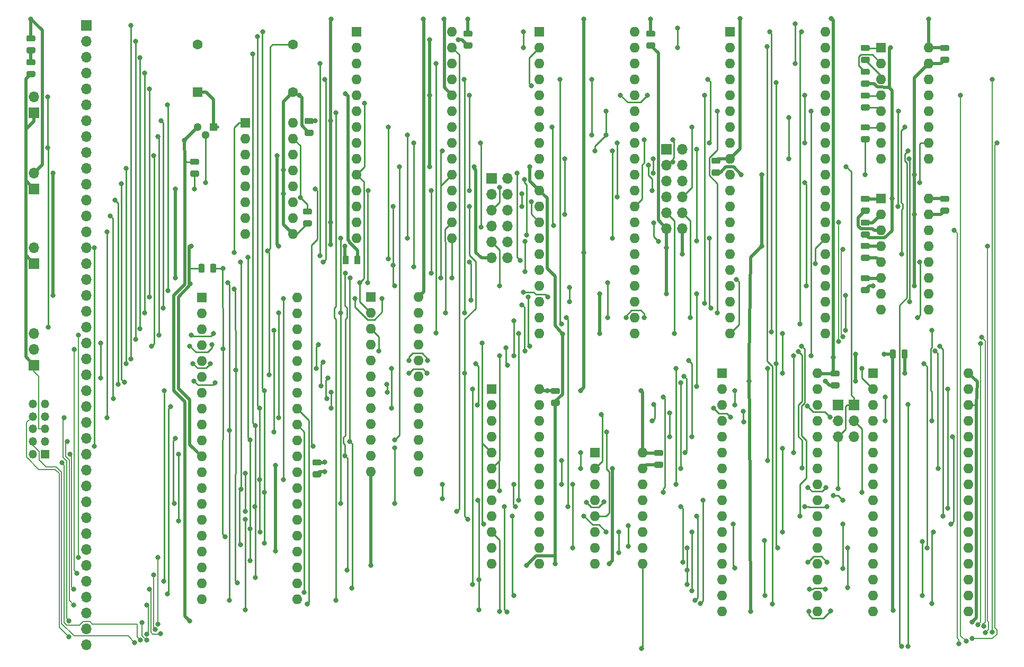
<source format=gbr>
G04 #@! TF.GenerationSoftware,KiCad,Pcbnew,(5.1.5-0)*
G04 #@! TF.CreationDate,2020-04-20T15:28:22+02:00*
G04 #@! TF.ProjectId,sinope,73696e6f-7065-42e6-9b69-6361645f7063,rev?*
G04 #@! TF.SameCoordinates,Original*
G04 #@! TF.FileFunction,Copper,L1,Top*
G04 #@! TF.FilePolarity,Positive*
%FSLAX46Y46*%
G04 Gerber Fmt 4.6, Leading zero omitted, Abs format (unit mm)*
G04 Created by KiCad (PCBNEW (5.1.5-0)) date 2020-04-20 15:28:22*
%MOMM*%
%LPD*%
G04 APERTURE LIST*
%ADD10O,1.600000X1.600000*%
%ADD11R,1.600000X1.600000*%
%ADD12O,1.700000X1.700000*%
%ADD13R,1.700000X1.700000*%
%ADD14O,1.350000X1.350000*%
%ADD15R,1.350000X1.350000*%
%ADD16C,0.100000*%
%ADD17C,1.600000*%
%ADD18R,1.300000X1.300000*%
%ADD19C,1.300000*%
%ADD20C,0.800000*%
%ADD21C,0.500000*%
%ADD22C,0.250000*%
%ADD23C,0.200000*%
G04 APERTURE END LIST*
D10*
X169418000Y-82550000D03*
X154178000Y-120650000D03*
X169418000Y-85090000D03*
X154178000Y-118110000D03*
X169418000Y-87630000D03*
X154178000Y-115570000D03*
X169418000Y-90170000D03*
X154178000Y-113030000D03*
X169418000Y-92710000D03*
X154178000Y-110490000D03*
X169418000Y-95250000D03*
X154178000Y-107950000D03*
X169418000Y-97790000D03*
X154178000Y-105410000D03*
X169418000Y-100330000D03*
X154178000Y-102870000D03*
X169418000Y-102870000D03*
X154178000Y-100330000D03*
X169418000Y-105410000D03*
X154178000Y-97790000D03*
X169418000Y-107950000D03*
X154178000Y-95250000D03*
X169418000Y-110490000D03*
X154178000Y-92710000D03*
X169418000Y-113030000D03*
X154178000Y-90170000D03*
X169418000Y-115570000D03*
X154178000Y-87630000D03*
X169418000Y-118110000D03*
X154178000Y-85090000D03*
X169418000Y-120650000D03*
D11*
X154178000Y-82550000D03*
D10*
X193548000Y-82550000D03*
X178308000Y-120650000D03*
X193548000Y-85090000D03*
X178308000Y-118110000D03*
X193548000Y-87630000D03*
X178308000Y-115570000D03*
X193548000Y-90170000D03*
X178308000Y-113030000D03*
X193548000Y-92710000D03*
X178308000Y-110490000D03*
X193548000Y-95250000D03*
X178308000Y-107950000D03*
X193548000Y-97790000D03*
X178308000Y-105410000D03*
X193548000Y-100330000D03*
X178308000Y-102870000D03*
X193548000Y-102870000D03*
X178308000Y-100330000D03*
X193548000Y-105410000D03*
X178308000Y-97790000D03*
X193548000Y-107950000D03*
X178308000Y-95250000D03*
X193548000Y-110490000D03*
X178308000Y-92710000D03*
X193548000Y-113030000D03*
X178308000Y-90170000D03*
X193548000Y-115570000D03*
X178308000Y-87630000D03*
X193548000Y-118110000D03*
X178308000Y-85090000D03*
X193548000Y-120650000D03*
D11*
X178308000Y-82550000D03*
D10*
X187198000Y-54610000D03*
X179578000Y-72390000D03*
X187198000Y-57150000D03*
X179578000Y-69850000D03*
X187198000Y-59690000D03*
X179578000Y-67310000D03*
X187198000Y-62230000D03*
X179578000Y-64770000D03*
X187198000Y-64770000D03*
X179578000Y-62230000D03*
X187198000Y-67310000D03*
X179578000Y-59690000D03*
X187198000Y-69850000D03*
X179578000Y-57150000D03*
X187198000Y-72390000D03*
D11*
X179578000Y-54610000D03*
D12*
X172720000Y-92710000D03*
X172720000Y-90170000D03*
D13*
X172720000Y-87630000D03*
D12*
X175260000Y-92710000D03*
X175260000Y-90170000D03*
D13*
X175260000Y-87630000D03*
D12*
X52578000Y-125984000D03*
X52578000Y-123444000D03*
X52578000Y-120904000D03*
X52578000Y-118364000D03*
X52578000Y-115824000D03*
X52578000Y-113284000D03*
X52578000Y-110744000D03*
X52578000Y-108204000D03*
X52578000Y-105664000D03*
X52578000Y-103124000D03*
X52578000Y-100584000D03*
X52578000Y-98044000D03*
X52578000Y-95504000D03*
X52578000Y-92964000D03*
X52578000Y-90424000D03*
X52578000Y-87884000D03*
X52578000Y-85344000D03*
X52578000Y-82804000D03*
X52578000Y-80264000D03*
X52578000Y-77724000D03*
X52578000Y-75184000D03*
X52578000Y-72644000D03*
X52578000Y-70104000D03*
X52578000Y-67564000D03*
X52578000Y-65024000D03*
X52578000Y-62484000D03*
X52578000Y-59944000D03*
X52578000Y-57404000D03*
X52578000Y-54864000D03*
X52578000Y-52324000D03*
X52578000Y-49784000D03*
X52578000Y-47244000D03*
X52578000Y-44704000D03*
X52578000Y-42164000D03*
X52578000Y-39624000D03*
X52578000Y-37084000D03*
X52578000Y-34544000D03*
X52578000Y-32004000D03*
X52578000Y-29464000D03*
D13*
X52578000Y-26924000D03*
D12*
X44196000Y-38354000D03*
D13*
X44196000Y-40894000D03*
D14*
X43974000Y-87504000D03*
X45974000Y-87504000D03*
X43974000Y-89504000D03*
X45974000Y-89504000D03*
X43974000Y-91504000D03*
X45974000Y-91504000D03*
X43974000Y-93504000D03*
X45974000Y-93504000D03*
X43974000Y-95504000D03*
D15*
X45974000Y-95504000D03*
D10*
X187198000Y-30480000D03*
X179578000Y-48260000D03*
X187198000Y-33020000D03*
X179578000Y-45720000D03*
X187198000Y-35560000D03*
X179578000Y-43180000D03*
X187198000Y-38100000D03*
X179578000Y-40640000D03*
X187198000Y-40640000D03*
X179578000Y-38100000D03*
X187198000Y-43180000D03*
X179578000Y-35560000D03*
X187198000Y-45720000D03*
X179578000Y-33020000D03*
X187198000Y-48260000D03*
D11*
X179578000Y-30480000D03*
G04 #@! TA.AperFunction,SMDPad,CuDef*
D16*
G36*
X177518142Y-37692174D02*
G01*
X177541803Y-37695684D01*
X177565007Y-37701496D01*
X177587529Y-37709554D01*
X177609153Y-37719782D01*
X177629670Y-37732079D01*
X177648883Y-37746329D01*
X177666607Y-37762393D01*
X177682671Y-37780117D01*
X177696921Y-37799330D01*
X177709218Y-37819847D01*
X177719446Y-37841471D01*
X177727504Y-37863993D01*
X177733316Y-37887197D01*
X177736826Y-37910858D01*
X177738000Y-37934750D01*
X177738000Y-38422250D01*
X177736826Y-38446142D01*
X177733316Y-38469803D01*
X177727504Y-38493007D01*
X177719446Y-38515529D01*
X177709218Y-38537153D01*
X177696921Y-38557670D01*
X177682671Y-38576883D01*
X177666607Y-38594607D01*
X177648883Y-38610671D01*
X177629670Y-38624921D01*
X177609153Y-38637218D01*
X177587529Y-38647446D01*
X177565007Y-38655504D01*
X177541803Y-38661316D01*
X177518142Y-38664826D01*
X177494250Y-38666000D01*
X176581750Y-38666000D01*
X176557858Y-38664826D01*
X176534197Y-38661316D01*
X176510993Y-38655504D01*
X176488471Y-38647446D01*
X176466847Y-38637218D01*
X176446330Y-38624921D01*
X176427117Y-38610671D01*
X176409393Y-38594607D01*
X176393329Y-38576883D01*
X176379079Y-38557670D01*
X176366782Y-38537153D01*
X176356554Y-38515529D01*
X176348496Y-38493007D01*
X176342684Y-38469803D01*
X176339174Y-38446142D01*
X176338000Y-38422250D01*
X176338000Y-37934750D01*
X176339174Y-37910858D01*
X176342684Y-37887197D01*
X176348496Y-37863993D01*
X176356554Y-37841471D01*
X176366782Y-37819847D01*
X176379079Y-37799330D01*
X176393329Y-37780117D01*
X176409393Y-37762393D01*
X176427117Y-37746329D01*
X176446330Y-37732079D01*
X176466847Y-37719782D01*
X176488471Y-37709554D01*
X176510993Y-37701496D01*
X176534197Y-37695684D01*
X176557858Y-37692174D01*
X176581750Y-37691000D01*
X177494250Y-37691000D01*
X177518142Y-37692174D01*
G37*
G04 #@! TD.AperFunction*
G04 #@! TA.AperFunction,SMDPad,CuDef*
G36*
X177518142Y-39567174D02*
G01*
X177541803Y-39570684D01*
X177565007Y-39576496D01*
X177587529Y-39584554D01*
X177609153Y-39594782D01*
X177629670Y-39607079D01*
X177648883Y-39621329D01*
X177666607Y-39637393D01*
X177682671Y-39655117D01*
X177696921Y-39674330D01*
X177709218Y-39694847D01*
X177719446Y-39716471D01*
X177727504Y-39738993D01*
X177733316Y-39762197D01*
X177736826Y-39785858D01*
X177738000Y-39809750D01*
X177738000Y-40297250D01*
X177736826Y-40321142D01*
X177733316Y-40344803D01*
X177727504Y-40368007D01*
X177719446Y-40390529D01*
X177709218Y-40412153D01*
X177696921Y-40432670D01*
X177682671Y-40451883D01*
X177666607Y-40469607D01*
X177648883Y-40485671D01*
X177629670Y-40499921D01*
X177609153Y-40512218D01*
X177587529Y-40522446D01*
X177565007Y-40530504D01*
X177541803Y-40536316D01*
X177518142Y-40539826D01*
X177494250Y-40541000D01*
X176581750Y-40541000D01*
X176557858Y-40539826D01*
X176534197Y-40536316D01*
X176510993Y-40530504D01*
X176488471Y-40522446D01*
X176466847Y-40512218D01*
X176446330Y-40499921D01*
X176427117Y-40485671D01*
X176409393Y-40469607D01*
X176393329Y-40451883D01*
X176379079Y-40432670D01*
X176366782Y-40412153D01*
X176356554Y-40390529D01*
X176348496Y-40368007D01*
X176342684Y-40344803D01*
X176339174Y-40321142D01*
X176338000Y-40297250D01*
X176338000Y-39809750D01*
X176339174Y-39785858D01*
X176342684Y-39762197D01*
X176348496Y-39738993D01*
X176356554Y-39716471D01*
X176366782Y-39694847D01*
X176379079Y-39674330D01*
X176393329Y-39655117D01*
X176409393Y-39637393D01*
X176427117Y-39621329D01*
X176446330Y-39607079D01*
X176466847Y-39594782D01*
X176488471Y-39584554D01*
X176510993Y-39576496D01*
X176534197Y-39570684D01*
X176557858Y-39567174D01*
X176581750Y-39566000D01*
X177494250Y-39566000D01*
X177518142Y-39567174D01*
G37*
G04 #@! TD.AperFunction*
G04 #@! TA.AperFunction,SMDPad,CuDef*
G36*
X172692142Y-84017174D02*
G01*
X172715803Y-84020684D01*
X172739007Y-84026496D01*
X172761529Y-84034554D01*
X172783153Y-84044782D01*
X172803670Y-84057079D01*
X172822883Y-84071329D01*
X172840607Y-84087393D01*
X172856671Y-84105117D01*
X172870921Y-84124330D01*
X172883218Y-84144847D01*
X172893446Y-84166471D01*
X172901504Y-84188993D01*
X172907316Y-84212197D01*
X172910826Y-84235858D01*
X172912000Y-84259750D01*
X172912000Y-84747250D01*
X172910826Y-84771142D01*
X172907316Y-84794803D01*
X172901504Y-84818007D01*
X172893446Y-84840529D01*
X172883218Y-84862153D01*
X172870921Y-84882670D01*
X172856671Y-84901883D01*
X172840607Y-84919607D01*
X172822883Y-84935671D01*
X172803670Y-84949921D01*
X172783153Y-84962218D01*
X172761529Y-84972446D01*
X172739007Y-84980504D01*
X172715803Y-84986316D01*
X172692142Y-84989826D01*
X172668250Y-84991000D01*
X171755750Y-84991000D01*
X171731858Y-84989826D01*
X171708197Y-84986316D01*
X171684993Y-84980504D01*
X171662471Y-84972446D01*
X171640847Y-84962218D01*
X171620330Y-84949921D01*
X171601117Y-84935671D01*
X171583393Y-84919607D01*
X171567329Y-84901883D01*
X171553079Y-84882670D01*
X171540782Y-84862153D01*
X171530554Y-84840529D01*
X171522496Y-84818007D01*
X171516684Y-84794803D01*
X171513174Y-84771142D01*
X171512000Y-84747250D01*
X171512000Y-84259750D01*
X171513174Y-84235858D01*
X171516684Y-84212197D01*
X171522496Y-84188993D01*
X171530554Y-84166471D01*
X171540782Y-84144847D01*
X171553079Y-84124330D01*
X171567329Y-84105117D01*
X171583393Y-84087393D01*
X171601117Y-84071329D01*
X171620330Y-84057079D01*
X171640847Y-84044782D01*
X171662471Y-84034554D01*
X171684993Y-84026496D01*
X171708197Y-84020684D01*
X171731858Y-84017174D01*
X171755750Y-84016000D01*
X172668250Y-84016000D01*
X172692142Y-84017174D01*
G37*
G04 #@! TD.AperFunction*
G04 #@! TA.AperFunction,SMDPad,CuDef*
G36*
X172692142Y-82142174D02*
G01*
X172715803Y-82145684D01*
X172739007Y-82151496D01*
X172761529Y-82159554D01*
X172783153Y-82169782D01*
X172803670Y-82182079D01*
X172822883Y-82196329D01*
X172840607Y-82212393D01*
X172856671Y-82230117D01*
X172870921Y-82249330D01*
X172883218Y-82269847D01*
X172893446Y-82291471D01*
X172901504Y-82313993D01*
X172907316Y-82337197D01*
X172910826Y-82360858D01*
X172912000Y-82384750D01*
X172912000Y-82872250D01*
X172910826Y-82896142D01*
X172907316Y-82919803D01*
X172901504Y-82943007D01*
X172893446Y-82965529D01*
X172883218Y-82987153D01*
X172870921Y-83007670D01*
X172856671Y-83026883D01*
X172840607Y-83044607D01*
X172822883Y-83060671D01*
X172803670Y-83074921D01*
X172783153Y-83087218D01*
X172761529Y-83097446D01*
X172739007Y-83105504D01*
X172715803Y-83111316D01*
X172692142Y-83114826D01*
X172668250Y-83116000D01*
X171755750Y-83116000D01*
X171731858Y-83114826D01*
X171708197Y-83111316D01*
X171684993Y-83105504D01*
X171662471Y-83097446D01*
X171640847Y-83087218D01*
X171620330Y-83074921D01*
X171601117Y-83060671D01*
X171583393Y-83044607D01*
X171567329Y-83026883D01*
X171553079Y-83007670D01*
X171540782Y-82987153D01*
X171530554Y-82965529D01*
X171522496Y-82943007D01*
X171516684Y-82919803D01*
X171513174Y-82896142D01*
X171512000Y-82872250D01*
X171512000Y-82384750D01*
X171513174Y-82360858D01*
X171516684Y-82337197D01*
X171522496Y-82313993D01*
X171530554Y-82291471D01*
X171540782Y-82269847D01*
X171553079Y-82249330D01*
X171567329Y-82230117D01*
X171583393Y-82212393D01*
X171601117Y-82196329D01*
X171620330Y-82182079D01*
X171640847Y-82169782D01*
X171662471Y-82159554D01*
X171684993Y-82151496D01*
X171708197Y-82145684D01*
X171731858Y-82142174D01*
X171755750Y-82141000D01*
X172668250Y-82141000D01*
X172692142Y-82142174D01*
G37*
G04 #@! TD.AperFunction*
D12*
X147828000Y-59436000D03*
X145288000Y-59436000D03*
X147828000Y-56896000D03*
X145288000Y-56896000D03*
X147828000Y-54356000D03*
X145288000Y-54356000D03*
X147828000Y-51816000D03*
X145288000Y-51816000D03*
X147828000Y-49276000D03*
X145288000Y-49276000D03*
X147828000Y-46736000D03*
D13*
X145288000Y-46736000D03*
D10*
X170688000Y-27940000D03*
X155448000Y-76200000D03*
X170688000Y-30480000D03*
X155448000Y-73660000D03*
X170688000Y-33020000D03*
X155448000Y-71120000D03*
X170688000Y-35560000D03*
X155448000Y-68580000D03*
X170688000Y-38100000D03*
X155448000Y-66040000D03*
X170688000Y-40640000D03*
X155448000Y-63500000D03*
X170688000Y-43180000D03*
X155448000Y-60960000D03*
X170688000Y-45720000D03*
X155448000Y-58420000D03*
X170688000Y-48260000D03*
X155448000Y-55880000D03*
X170688000Y-50800000D03*
X155448000Y-53340000D03*
X170688000Y-53340000D03*
X155448000Y-50800000D03*
X170688000Y-55880000D03*
X155448000Y-48260000D03*
X170688000Y-58420000D03*
X155448000Y-45720000D03*
X170688000Y-60960000D03*
X155448000Y-43180000D03*
X170688000Y-63500000D03*
X155448000Y-40640000D03*
X170688000Y-66040000D03*
X155448000Y-38100000D03*
X170688000Y-68580000D03*
X155448000Y-35560000D03*
X170688000Y-71120000D03*
X155448000Y-33020000D03*
X170688000Y-73660000D03*
X155448000Y-30480000D03*
X170688000Y-76200000D03*
D11*
X155448000Y-27940000D03*
D10*
X86233000Y-70485000D03*
X70993000Y-118745000D03*
X86233000Y-73025000D03*
X70993000Y-116205000D03*
X86233000Y-75565000D03*
X70993000Y-113665000D03*
X86233000Y-78105000D03*
X70993000Y-111125000D03*
X86233000Y-80645000D03*
X70993000Y-108585000D03*
X86233000Y-83185000D03*
X70993000Y-106045000D03*
X86233000Y-85725000D03*
X70993000Y-103505000D03*
X86233000Y-88265000D03*
X70993000Y-100965000D03*
X86233000Y-90805000D03*
X70993000Y-98425000D03*
X86233000Y-93345000D03*
X70993000Y-95885000D03*
X86233000Y-95885000D03*
X70993000Y-93345000D03*
X86233000Y-98425000D03*
X70993000Y-90805000D03*
X86233000Y-100965000D03*
X70993000Y-88265000D03*
X86233000Y-103505000D03*
X70993000Y-85725000D03*
X86233000Y-106045000D03*
X70993000Y-83185000D03*
X86233000Y-108585000D03*
X70993000Y-80645000D03*
X86233000Y-111125000D03*
X70993000Y-78105000D03*
X86233000Y-113665000D03*
X70993000Y-75565000D03*
X86233000Y-116205000D03*
X70993000Y-73025000D03*
X86233000Y-118745000D03*
D11*
X70993000Y-70485000D03*
D10*
X140208000Y-27940000D03*
X124968000Y-76200000D03*
X140208000Y-30480000D03*
X124968000Y-73660000D03*
X140208000Y-33020000D03*
X124968000Y-71120000D03*
X140208000Y-35560000D03*
X124968000Y-68580000D03*
X140208000Y-38100000D03*
X124968000Y-66040000D03*
X140208000Y-40640000D03*
X124968000Y-63500000D03*
X140208000Y-43180000D03*
X124968000Y-60960000D03*
X140208000Y-45720000D03*
X124968000Y-58420000D03*
X140208000Y-48260000D03*
X124968000Y-55880000D03*
X140208000Y-50800000D03*
X124968000Y-53340000D03*
X140208000Y-53340000D03*
X124968000Y-50800000D03*
X140208000Y-55880000D03*
X124968000Y-48260000D03*
X140208000Y-58420000D03*
X124968000Y-45720000D03*
X140208000Y-60960000D03*
X124968000Y-43180000D03*
X140208000Y-63500000D03*
X124968000Y-40640000D03*
X140208000Y-66040000D03*
X124968000Y-38100000D03*
X140208000Y-68580000D03*
X124968000Y-35560000D03*
X140208000Y-71120000D03*
X124968000Y-33020000D03*
X140208000Y-73660000D03*
X124968000Y-30480000D03*
X140208000Y-76200000D03*
D11*
X124968000Y-27940000D03*
D10*
X85598000Y-42545000D03*
X77978000Y-60325000D03*
X85598000Y-45085000D03*
X77978000Y-57785000D03*
X85598000Y-47625000D03*
X77978000Y-55245000D03*
X85598000Y-50165000D03*
X77978000Y-52705000D03*
X85598000Y-52705000D03*
X77978000Y-50165000D03*
X85598000Y-55245000D03*
X77978000Y-47625000D03*
X85598000Y-57785000D03*
X77978000Y-45085000D03*
X85598000Y-60325000D03*
D11*
X77978000Y-42545000D03*
D12*
X44196000Y-76200000D03*
X44196000Y-78740000D03*
D13*
X44196000Y-81280000D03*
D17*
X85598000Y-37592000D03*
X85598000Y-29972000D03*
X70358000Y-29972000D03*
D11*
X70358000Y-37592000D03*
D10*
X141478000Y-95250000D03*
X133858000Y-113030000D03*
X141478000Y-97790000D03*
X133858000Y-110490000D03*
X141478000Y-100330000D03*
X133858000Y-107950000D03*
X141478000Y-102870000D03*
X133858000Y-105410000D03*
X141478000Y-105410000D03*
X133858000Y-102870000D03*
X141478000Y-107950000D03*
X133858000Y-100330000D03*
X141478000Y-110490000D03*
X133858000Y-97790000D03*
X141478000Y-113030000D03*
D11*
X133858000Y-95250000D03*
D10*
X124968000Y-85090000D03*
X117348000Y-113030000D03*
X124968000Y-87630000D03*
X117348000Y-110490000D03*
X124968000Y-90170000D03*
X117348000Y-107950000D03*
X124968000Y-92710000D03*
X117348000Y-105410000D03*
X124968000Y-95250000D03*
X117348000Y-102870000D03*
X124968000Y-97790000D03*
X117348000Y-100330000D03*
X124968000Y-100330000D03*
X117348000Y-97790000D03*
X124968000Y-102870000D03*
X117348000Y-95250000D03*
X124968000Y-105410000D03*
X117348000Y-92710000D03*
X124968000Y-107950000D03*
X117348000Y-90170000D03*
X124968000Y-110490000D03*
X117348000Y-87630000D03*
X124968000Y-113030000D03*
D11*
X117348000Y-85090000D03*
D10*
X105664000Y-70358000D03*
X98044000Y-98298000D03*
X105664000Y-72898000D03*
X98044000Y-95758000D03*
X105664000Y-75438000D03*
X98044000Y-93218000D03*
X105664000Y-77978000D03*
X98044000Y-90678000D03*
X105664000Y-80518000D03*
X98044000Y-88138000D03*
X105664000Y-83058000D03*
X98044000Y-85598000D03*
X105664000Y-85598000D03*
X98044000Y-83058000D03*
X105664000Y-88138000D03*
X98044000Y-80518000D03*
X105664000Y-90678000D03*
X98044000Y-77978000D03*
X105664000Y-93218000D03*
X98044000Y-75438000D03*
X105664000Y-95758000D03*
X98044000Y-72898000D03*
X105664000Y-98298000D03*
D11*
X98044000Y-70358000D03*
D10*
X110998000Y-27940000D03*
X95758000Y-60960000D03*
X110998000Y-30480000D03*
X95758000Y-58420000D03*
X110998000Y-33020000D03*
X95758000Y-55880000D03*
X110998000Y-35560000D03*
X95758000Y-53340000D03*
X110998000Y-38100000D03*
X95758000Y-50800000D03*
X110998000Y-40640000D03*
X95758000Y-48260000D03*
X110998000Y-43180000D03*
X95758000Y-45720000D03*
X110998000Y-45720000D03*
X95758000Y-43180000D03*
X110998000Y-48260000D03*
X95758000Y-40640000D03*
X110998000Y-50800000D03*
X95758000Y-38100000D03*
X110998000Y-53340000D03*
X95758000Y-35560000D03*
X110998000Y-55880000D03*
X95758000Y-33020000D03*
X110998000Y-58420000D03*
X95758000Y-30480000D03*
X110998000Y-60960000D03*
D11*
X95758000Y-27940000D03*
G04 #@! TA.AperFunction,SMDPad,CuDef*
D16*
G36*
X44168142Y-34233174D02*
G01*
X44191803Y-34236684D01*
X44215007Y-34242496D01*
X44237529Y-34250554D01*
X44259153Y-34260782D01*
X44279670Y-34273079D01*
X44298883Y-34287329D01*
X44316607Y-34303393D01*
X44332671Y-34321117D01*
X44346921Y-34340330D01*
X44359218Y-34360847D01*
X44369446Y-34382471D01*
X44377504Y-34404993D01*
X44383316Y-34428197D01*
X44386826Y-34451858D01*
X44388000Y-34475750D01*
X44388000Y-34963250D01*
X44386826Y-34987142D01*
X44383316Y-35010803D01*
X44377504Y-35034007D01*
X44369446Y-35056529D01*
X44359218Y-35078153D01*
X44346921Y-35098670D01*
X44332671Y-35117883D01*
X44316607Y-35135607D01*
X44298883Y-35151671D01*
X44279670Y-35165921D01*
X44259153Y-35178218D01*
X44237529Y-35188446D01*
X44215007Y-35196504D01*
X44191803Y-35202316D01*
X44168142Y-35205826D01*
X44144250Y-35207000D01*
X43231750Y-35207000D01*
X43207858Y-35205826D01*
X43184197Y-35202316D01*
X43160993Y-35196504D01*
X43138471Y-35188446D01*
X43116847Y-35178218D01*
X43096330Y-35165921D01*
X43077117Y-35151671D01*
X43059393Y-35135607D01*
X43043329Y-35117883D01*
X43029079Y-35098670D01*
X43016782Y-35078153D01*
X43006554Y-35056529D01*
X42998496Y-35034007D01*
X42992684Y-35010803D01*
X42989174Y-34987142D01*
X42988000Y-34963250D01*
X42988000Y-34475750D01*
X42989174Y-34451858D01*
X42992684Y-34428197D01*
X42998496Y-34404993D01*
X43006554Y-34382471D01*
X43016782Y-34360847D01*
X43029079Y-34340330D01*
X43043329Y-34321117D01*
X43059393Y-34303393D01*
X43077117Y-34287329D01*
X43096330Y-34273079D01*
X43116847Y-34260782D01*
X43138471Y-34250554D01*
X43160993Y-34242496D01*
X43184197Y-34236684D01*
X43207858Y-34233174D01*
X43231750Y-34232000D01*
X44144250Y-34232000D01*
X44168142Y-34233174D01*
G37*
G04 #@! TD.AperFunction*
G04 #@! TA.AperFunction,SMDPad,CuDef*
G36*
X44168142Y-32358174D02*
G01*
X44191803Y-32361684D01*
X44215007Y-32367496D01*
X44237529Y-32375554D01*
X44259153Y-32385782D01*
X44279670Y-32398079D01*
X44298883Y-32412329D01*
X44316607Y-32428393D01*
X44332671Y-32446117D01*
X44346921Y-32465330D01*
X44359218Y-32485847D01*
X44369446Y-32507471D01*
X44377504Y-32529993D01*
X44383316Y-32553197D01*
X44386826Y-32576858D01*
X44388000Y-32600750D01*
X44388000Y-33088250D01*
X44386826Y-33112142D01*
X44383316Y-33135803D01*
X44377504Y-33159007D01*
X44369446Y-33181529D01*
X44359218Y-33203153D01*
X44346921Y-33223670D01*
X44332671Y-33242883D01*
X44316607Y-33260607D01*
X44298883Y-33276671D01*
X44279670Y-33290921D01*
X44259153Y-33303218D01*
X44237529Y-33313446D01*
X44215007Y-33321504D01*
X44191803Y-33327316D01*
X44168142Y-33330826D01*
X44144250Y-33332000D01*
X43231750Y-33332000D01*
X43207858Y-33330826D01*
X43184197Y-33327316D01*
X43160993Y-33321504D01*
X43138471Y-33313446D01*
X43116847Y-33303218D01*
X43096330Y-33290921D01*
X43077117Y-33276671D01*
X43059393Y-33260607D01*
X43043329Y-33242883D01*
X43029079Y-33223670D01*
X43016782Y-33203153D01*
X43006554Y-33181529D01*
X42998496Y-33159007D01*
X42992684Y-33135803D01*
X42989174Y-33112142D01*
X42988000Y-33088250D01*
X42988000Y-32600750D01*
X42989174Y-32576858D01*
X42992684Y-32553197D01*
X42998496Y-32529993D01*
X43006554Y-32507471D01*
X43016782Y-32485847D01*
X43029079Y-32465330D01*
X43043329Y-32446117D01*
X43059393Y-32428393D01*
X43077117Y-32412329D01*
X43096330Y-32398079D01*
X43116847Y-32385782D01*
X43138471Y-32375554D01*
X43160993Y-32367496D01*
X43184197Y-32361684D01*
X43207858Y-32358174D01*
X43231750Y-32357000D01*
X44144250Y-32357000D01*
X44168142Y-32358174D01*
G37*
G04 #@! TD.AperFunction*
G04 #@! TA.AperFunction,SMDPad,CuDef*
G36*
X71212142Y-65087174D02*
G01*
X71235803Y-65090684D01*
X71259007Y-65096496D01*
X71281529Y-65104554D01*
X71303153Y-65114782D01*
X71323670Y-65127079D01*
X71342883Y-65141329D01*
X71360607Y-65157393D01*
X71376671Y-65175117D01*
X71390921Y-65194330D01*
X71403218Y-65214847D01*
X71413446Y-65236471D01*
X71421504Y-65258993D01*
X71427316Y-65282197D01*
X71430826Y-65305858D01*
X71432000Y-65329750D01*
X71432000Y-66242250D01*
X71430826Y-66266142D01*
X71427316Y-66289803D01*
X71421504Y-66313007D01*
X71413446Y-66335529D01*
X71403218Y-66357153D01*
X71390921Y-66377670D01*
X71376671Y-66396883D01*
X71360607Y-66414607D01*
X71342883Y-66430671D01*
X71323670Y-66444921D01*
X71303153Y-66457218D01*
X71281529Y-66467446D01*
X71259007Y-66475504D01*
X71235803Y-66481316D01*
X71212142Y-66484826D01*
X71188250Y-66486000D01*
X70700750Y-66486000D01*
X70676858Y-66484826D01*
X70653197Y-66481316D01*
X70629993Y-66475504D01*
X70607471Y-66467446D01*
X70585847Y-66457218D01*
X70565330Y-66444921D01*
X70546117Y-66430671D01*
X70528393Y-66414607D01*
X70512329Y-66396883D01*
X70498079Y-66377670D01*
X70485782Y-66357153D01*
X70475554Y-66335529D01*
X70467496Y-66313007D01*
X70461684Y-66289803D01*
X70458174Y-66266142D01*
X70457000Y-66242250D01*
X70457000Y-65329750D01*
X70458174Y-65305858D01*
X70461684Y-65282197D01*
X70467496Y-65258993D01*
X70475554Y-65236471D01*
X70485782Y-65214847D01*
X70498079Y-65194330D01*
X70512329Y-65175117D01*
X70528393Y-65157393D01*
X70546117Y-65141329D01*
X70565330Y-65127079D01*
X70585847Y-65114782D01*
X70607471Y-65104554D01*
X70629993Y-65096496D01*
X70653197Y-65090684D01*
X70676858Y-65087174D01*
X70700750Y-65086000D01*
X71188250Y-65086000D01*
X71212142Y-65087174D01*
G37*
G04 #@! TD.AperFunction*
G04 #@! TA.AperFunction,SMDPad,CuDef*
G36*
X73087142Y-65087174D02*
G01*
X73110803Y-65090684D01*
X73134007Y-65096496D01*
X73156529Y-65104554D01*
X73178153Y-65114782D01*
X73198670Y-65127079D01*
X73217883Y-65141329D01*
X73235607Y-65157393D01*
X73251671Y-65175117D01*
X73265921Y-65194330D01*
X73278218Y-65214847D01*
X73288446Y-65236471D01*
X73296504Y-65258993D01*
X73302316Y-65282197D01*
X73305826Y-65305858D01*
X73307000Y-65329750D01*
X73307000Y-66242250D01*
X73305826Y-66266142D01*
X73302316Y-66289803D01*
X73296504Y-66313007D01*
X73288446Y-66335529D01*
X73278218Y-66357153D01*
X73265921Y-66377670D01*
X73251671Y-66396883D01*
X73235607Y-66414607D01*
X73217883Y-66430671D01*
X73198670Y-66444921D01*
X73178153Y-66457218D01*
X73156529Y-66467446D01*
X73134007Y-66475504D01*
X73110803Y-66481316D01*
X73087142Y-66484826D01*
X73063250Y-66486000D01*
X72575750Y-66486000D01*
X72551858Y-66484826D01*
X72528197Y-66481316D01*
X72504993Y-66475504D01*
X72482471Y-66467446D01*
X72460847Y-66457218D01*
X72440330Y-66444921D01*
X72421117Y-66430671D01*
X72403393Y-66414607D01*
X72387329Y-66396883D01*
X72373079Y-66377670D01*
X72360782Y-66357153D01*
X72350554Y-66335529D01*
X72342496Y-66313007D01*
X72336684Y-66289803D01*
X72333174Y-66266142D01*
X72332000Y-66242250D01*
X72332000Y-65329750D01*
X72333174Y-65305858D01*
X72336684Y-65282197D01*
X72342496Y-65258993D01*
X72350554Y-65236471D01*
X72360782Y-65214847D01*
X72373079Y-65194330D01*
X72387329Y-65175117D01*
X72403393Y-65157393D01*
X72421117Y-65141329D01*
X72440330Y-65127079D01*
X72460847Y-65114782D01*
X72482471Y-65104554D01*
X72504993Y-65096496D01*
X72528197Y-65090684D01*
X72551858Y-65087174D01*
X72575750Y-65086000D01*
X73063250Y-65086000D01*
X73087142Y-65087174D01*
G37*
G04 #@! TD.AperFunction*
D18*
X72898000Y-43180000D03*
D19*
X70358000Y-43180000D03*
X71628000Y-44450000D03*
D12*
X44196000Y-50546000D03*
D13*
X44196000Y-53086000D03*
D12*
X44196000Y-62484000D03*
D13*
X44196000Y-65024000D03*
D12*
X119888000Y-64135000D03*
X117348000Y-64135000D03*
X119888000Y-61595000D03*
X117348000Y-61595000D03*
X119888000Y-59055000D03*
X117348000Y-59055000D03*
X119888000Y-56515000D03*
X117348000Y-56515000D03*
X119888000Y-53975000D03*
X117348000Y-53975000D03*
X119888000Y-51435000D03*
D13*
X117348000Y-51435000D03*
G04 #@! TA.AperFunction,SMDPad,CuDef*
D16*
G36*
X44168142Y-28548174D02*
G01*
X44191803Y-28551684D01*
X44215007Y-28557496D01*
X44237529Y-28565554D01*
X44259153Y-28575782D01*
X44279670Y-28588079D01*
X44298883Y-28602329D01*
X44316607Y-28618393D01*
X44332671Y-28636117D01*
X44346921Y-28655330D01*
X44359218Y-28675847D01*
X44369446Y-28697471D01*
X44377504Y-28719993D01*
X44383316Y-28743197D01*
X44386826Y-28766858D01*
X44388000Y-28790750D01*
X44388000Y-29278250D01*
X44386826Y-29302142D01*
X44383316Y-29325803D01*
X44377504Y-29349007D01*
X44369446Y-29371529D01*
X44359218Y-29393153D01*
X44346921Y-29413670D01*
X44332671Y-29432883D01*
X44316607Y-29450607D01*
X44298883Y-29466671D01*
X44279670Y-29480921D01*
X44259153Y-29493218D01*
X44237529Y-29503446D01*
X44215007Y-29511504D01*
X44191803Y-29517316D01*
X44168142Y-29520826D01*
X44144250Y-29522000D01*
X43231750Y-29522000D01*
X43207858Y-29520826D01*
X43184197Y-29517316D01*
X43160993Y-29511504D01*
X43138471Y-29503446D01*
X43116847Y-29493218D01*
X43096330Y-29480921D01*
X43077117Y-29466671D01*
X43059393Y-29450607D01*
X43043329Y-29432883D01*
X43029079Y-29413670D01*
X43016782Y-29393153D01*
X43006554Y-29371529D01*
X42998496Y-29349007D01*
X42992684Y-29325803D01*
X42989174Y-29302142D01*
X42988000Y-29278250D01*
X42988000Y-28790750D01*
X42989174Y-28766858D01*
X42992684Y-28743197D01*
X42998496Y-28719993D01*
X43006554Y-28697471D01*
X43016782Y-28675847D01*
X43029079Y-28655330D01*
X43043329Y-28636117D01*
X43059393Y-28618393D01*
X43077117Y-28602329D01*
X43096330Y-28588079D01*
X43116847Y-28575782D01*
X43138471Y-28565554D01*
X43160993Y-28557496D01*
X43184197Y-28551684D01*
X43207858Y-28548174D01*
X43231750Y-28547000D01*
X44144250Y-28547000D01*
X44168142Y-28548174D01*
G37*
G04 #@! TD.AperFunction*
G04 #@! TA.AperFunction,SMDPad,CuDef*
G36*
X44168142Y-30423174D02*
G01*
X44191803Y-30426684D01*
X44215007Y-30432496D01*
X44237529Y-30440554D01*
X44259153Y-30450782D01*
X44279670Y-30463079D01*
X44298883Y-30477329D01*
X44316607Y-30493393D01*
X44332671Y-30511117D01*
X44346921Y-30530330D01*
X44359218Y-30550847D01*
X44369446Y-30572471D01*
X44377504Y-30594993D01*
X44383316Y-30618197D01*
X44386826Y-30641858D01*
X44388000Y-30665750D01*
X44388000Y-31153250D01*
X44386826Y-31177142D01*
X44383316Y-31200803D01*
X44377504Y-31224007D01*
X44369446Y-31246529D01*
X44359218Y-31268153D01*
X44346921Y-31288670D01*
X44332671Y-31307883D01*
X44316607Y-31325607D01*
X44298883Y-31341671D01*
X44279670Y-31355921D01*
X44259153Y-31368218D01*
X44237529Y-31378446D01*
X44215007Y-31386504D01*
X44191803Y-31392316D01*
X44168142Y-31395826D01*
X44144250Y-31397000D01*
X43231750Y-31397000D01*
X43207858Y-31395826D01*
X43184197Y-31392316D01*
X43160993Y-31386504D01*
X43138471Y-31378446D01*
X43116847Y-31368218D01*
X43096330Y-31355921D01*
X43077117Y-31341671D01*
X43059393Y-31325607D01*
X43043329Y-31307883D01*
X43029079Y-31288670D01*
X43016782Y-31268153D01*
X43006554Y-31246529D01*
X42998496Y-31224007D01*
X42992684Y-31200803D01*
X42989174Y-31177142D01*
X42988000Y-31153250D01*
X42988000Y-30665750D01*
X42989174Y-30641858D01*
X42992684Y-30618197D01*
X42998496Y-30594993D01*
X43006554Y-30572471D01*
X43016782Y-30550847D01*
X43029079Y-30530330D01*
X43043329Y-30511117D01*
X43059393Y-30493393D01*
X43077117Y-30477329D01*
X43096330Y-30463079D01*
X43116847Y-30450782D01*
X43138471Y-30440554D01*
X43160993Y-30432496D01*
X43184197Y-30426684D01*
X43207858Y-30423174D01*
X43231750Y-30422000D01*
X44144250Y-30422000D01*
X44168142Y-30423174D01*
G37*
G04 #@! TD.AperFunction*
G04 #@! TA.AperFunction,SMDPad,CuDef*
G36*
X88364142Y-58109174D02*
G01*
X88387803Y-58112684D01*
X88411007Y-58118496D01*
X88433529Y-58126554D01*
X88455153Y-58136782D01*
X88475670Y-58149079D01*
X88494883Y-58163329D01*
X88512607Y-58179393D01*
X88528671Y-58197117D01*
X88542921Y-58216330D01*
X88555218Y-58236847D01*
X88565446Y-58258471D01*
X88573504Y-58280993D01*
X88579316Y-58304197D01*
X88582826Y-58327858D01*
X88584000Y-58351750D01*
X88584000Y-58839250D01*
X88582826Y-58863142D01*
X88579316Y-58886803D01*
X88573504Y-58910007D01*
X88565446Y-58932529D01*
X88555218Y-58954153D01*
X88542921Y-58974670D01*
X88528671Y-58993883D01*
X88512607Y-59011607D01*
X88494883Y-59027671D01*
X88475670Y-59041921D01*
X88455153Y-59054218D01*
X88433529Y-59064446D01*
X88411007Y-59072504D01*
X88387803Y-59078316D01*
X88364142Y-59081826D01*
X88340250Y-59083000D01*
X87427750Y-59083000D01*
X87403858Y-59081826D01*
X87380197Y-59078316D01*
X87356993Y-59072504D01*
X87334471Y-59064446D01*
X87312847Y-59054218D01*
X87292330Y-59041921D01*
X87273117Y-59027671D01*
X87255393Y-59011607D01*
X87239329Y-58993883D01*
X87225079Y-58974670D01*
X87212782Y-58954153D01*
X87202554Y-58932529D01*
X87194496Y-58910007D01*
X87188684Y-58886803D01*
X87185174Y-58863142D01*
X87184000Y-58839250D01*
X87184000Y-58351750D01*
X87185174Y-58327858D01*
X87188684Y-58304197D01*
X87194496Y-58280993D01*
X87202554Y-58258471D01*
X87212782Y-58236847D01*
X87225079Y-58216330D01*
X87239329Y-58197117D01*
X87255393Y-58179393D01*
X87273117Y-58163329D01*
X87292330Y-58149079D01*
X87312847Y-58136782D01*
X87334471Y-58126554D01*
X87356993Y-58118496D01*
X87380197Y-58112684D01*
X87403858Y-58109174D01*
X87427750Y-58108000D01*
X88340250Y-58108000D01*
X88364142Y-58109174D01*
G37*
G04 #@! TD.AperFunction*
G04 #@! TA.AperFunction,SMDPad,CuDef*
G36*
X88364142Y-56234174D02*
G01*
X88387803Y-56237684D01*
X88411007Y-56243496D01*
X88433529Y-56251554D01*
X88455153Y-56261782D01*
X88475670Y-56274079D01*
X88494883Y-56288329D01*
X88512607Y-56304393D01*
X88528671Y-56322117D01*
X88542921Y-56341330D01*
X88555218Y-56361847D01*
X88565446Y-56383471D01*
X88573504Y-56405993D01*
X88579316Y-56429197D01*
X88582826Y-56452858D01*
X88584000Y-56476750D01*
X88584000Y-56964250D01*
X88582826Y-56988142D01*
X88579316Y-57011803D01*
X88573504Y-57035007D01*
X88565446Y-57057529D01*
X88555218Y-57079153D01*
X88542921Y-57099670D01*
X88528671Y-57118883D01*
X88512607Y-57136607D01*
X88494883Y-57152671D01*
X88475670Y-57166921D01*
X88455153Y-57179218D01*
X88433529Y-57189446D01*
X88411007Y-57197504D01*
X88387803Y-57203316D01*
X88364142Y-57206826D01*
X88340250Y-57208000D01*
X87427750Y-57208000D01*
X87403858Y-57206826D01*
X87380197Y-57203316D01*
X87356993Y-57197504D01*
X87334471Y-57189446D01*
X87312847Y-57179218D01*
X87292330Y-57166921D01*
X87273117Y-57152671D01*
X87255393Y-57136607D01*
X87239329Y-57118883D01*
X87225079Y-57099670D01*
X87212782Y-57079153D01*
X87202554Y-57057529D01*
X87194496Y-57035007D01*
X87188684Y-57011803D01*
X87185174Y-56988142D01*
X87184000Y-56964250D01*
X87184000Y-56476750D01*
X87185174Y-56452858D01*
X87188684Y-56429197D01*
X87194496Y-56405993D01*
X87202554Y-56383471D01*
X87212782Y-56361847D01*
X87225079Y-56341330D01*
X87239329Y-56322117D01*
X87255393Y-56304393D01*
X87273117Y-56288329D01*
X87292330Y-56274079D01*
X87312847Y-56261782D01*
X87334471Y-56251554D01*
X87356993Y-56243496D01*
X87380197Y-56237684D01*
X87403858Y-56234174D01*
X87427750Y-56233000D01*
X88340250Y-56233000D01*
X88364142Y-56234174D01*
G37*
G04 #@! TD.AperFunction*
G04 #@! TA.AperFunction,SMDPad,CuDef*
G36*
X144498142Y-96717174D02*
G01*
X144521803Y-96720684D01*
X144545007Y-96726496D01*
X144567529Y-96734554D01*
X144589153Y-96744782D01*
X144609670Y-96757079D01*
X144628883Y-96771329D01*
X144646607Y-96787393D01*
X144662671Y-96805117D01*
X144676921Y-96824330D01*
X144689218Y-96844847D01*
X144699446Y-96866471D01*
X144707504Y-96888993D01*
X144713316Y-96912197D01*
X144716826Y-96935858D01*
X144718000Y-96959750D01*
X144718000Y-97447250D01*
X144716826Y-97471142D01*
X144713316Y-97494803D01*
X144707504Y-97518007D01*
X144699446Y-97540529D01*
X144689218Y-97562153D01*
X144676921Y-97582670D01*
X144662671Y-97601883D01*
X144646607Y-97619607D01*
X144628883Y-97635671D01*
X144609670Y-97649921D01*
X144589153Y-97662218D01*
X144567529Y-97672446D01*
X144545007Y-97680504D01*
X144521803Y-97686316D01*
X144498142Y-97689826D01*
X144474250Y-97691000D01*
X143561750Y-97691000D01*
X143537858Y-97689826D01*
X143514197Y-97686316D01*
X143490993Y-97680504D01*
X143468471Y-97672446D01*
X143446847Y-97662218D01*
X143426330Y-97649921D01*
X143407117Y-97635671D01*
X143389393Y-97619607D01*
X143373329Y-97601883D01*
X143359079Y-97582670D01*
X143346782Y-97562153D01*
X143336554Y-97540529D01*
X143328496Y-97518007D01*
X143322684Y-97494803D01*
X143319174Y-97471142D01*
X143318000Y-97447250D01*
X143318000Y-96959750D01*
X143319174Y-96935858D01*
X143322684Y-96912197D01*
X143328496Y-96888993D01*
X143336554Y-96866471D01*
X143346782Y-96844847D01*
X143359079Y-96824330D01*
X143373329Y-96805117D01*
X143389393Y-96787393D01*
X143407117Y-96771329D01*
X143426330Y-96757079D01*
X143446847Y-96744782D01*
X143468471Y-96734554D01*
X143490993Y-96726496D01*
X143514197Y-96720684D01*
X143537858Y-96717174D01*
X143561750Y-96716000D01*
X144474250Y-96716000D01*
X144498142Y-96717174D01*
G37*
G04 #@! TD.AperFunction*
G04 #@! TA.AperFunction,SMDPad,CuDef*
G36*
X144498142Y-94842174D02*
G01*
X144521803Y-94845684D01*
X144545007Y-94851496D01*
X144567529Y-94859554D01*
X144589153Y-94869782D01*
X144609670Y-94882079D01*
X144628883Y-94896329D01*
X144646607Y-94912393D01*
X144662671Y-94930117D01*
X144676921Y-94949330D01*
X144689218Y-94969847D01*
X144699446Y-94991471D01*
X144707504Y-95013993D01*
X144713316Y-95037197D01*
X144716826Y-95060858D01*
X144718000Y-95084750D01*
X144718000Y-95572250D01*
X144716826Y-95596142D01*
X144713316Y-95619803D01*
X144707504Y-95643007D01*
X144699446Y-95665529D01*
X144689218Y-95687153D01*
X144676921Y-95707670D01*
X144662671Y-95726883D01*
X144646607Y-95744607D01*
X144628883Y-95760671D01*
X144609670Y-95774921D01*
X144589153Y-95787218D01*
X144567529Y-95797446D01*
X144545007Y-95805504D01*
X144521803Y-95811316D01*
X144498142Y-95814826D01*
X144474250Y-95816000D01*
X143561750Y-95816000D01*
X143537858Y-95814826D01*
X143514197Y-95811316D01*
X143490993Y-95805504D01*
X143468471Y-95797446D01*
X143446847Y-95787218D01*
X143426330Y-95774921D01*
X143407117Y-95760671D01*
X143389393Y-95744607D01*
X143373329Y-95726883D01*
X143359079Y-95707670D01*
X143346782Y-95687153D01*
X143336554Y-95665529D01*
X143328496Y-95643007D01*
X143322684Y-95619803D01*
X143319174Y-95596142D01*
X143318000Y-95572250D01*
X143318000Y-95084750D01*
X143319174Y-95060858D01*
X143322684Y-95037197D01*
X143328496Y-95013993D01*
X143336554Y-94991471D01*
X143346782Y-94969847D01*
X143359079Y-94949330D01*
X143373329Y-94930117D01*
X143389393Y-94912393D01*
X143407117Y-94896329D01*
X143426330Y-94882079D01*
X143446847Y-94869782D01*
X143468471Y-94859554D01*
X143490993Y-94851496D01*
X143514197Y-94845684D01*
X143537858Y-94842174D01*
X143561750Y-94841000D01*
X144474250Y-94841000D01*
X144498142Y-94842174D01*
G37*
G04 #@! TD.AperFunction*
G04 #@! TA.AperFunction,SMDPad,CuDef*
G36*
X181702142Y-78803174D02*
G01*
X181725803Y-78806684D01*
X181749007Y-78812496D01*
X181771529Y-78820554D01*
X181793153Y-78830782D01*
X181813670Y-78843079D01*
X181832883Y-78857329D01*
X181850607Y-78873393D01*
X181866671Y-78891117D01*
X181880921Y-78910330D01*
X181893218Y-78930847D01*
X181903446Y-78952471D01*
X181911504Y-78974993D01*
X181917316Y-78998197D01*
X181920826Y-79021858D01*
X181922000Y-79045750D01*
X181922000Y-79958250D01*
X181920826Y-79982142D01*
X181917316Y-80005803D01*
X181911504Y-80029007D01*
X181903446Y-80051529D01*
X181893218Y-80073153D01*
X181880921Y-80093670D01*
X181866671Y-80112883D01*
X181850607Y-80130607D01*
X181832883Y-80146671D01*
X181813670Y-80160921D01*
X181793153Y-80173218D01*
X181771529Y-80183446D01*
X181749007Y-80191504D01*
X181725803Y-80197316D01*
X181702142Y-80200826D01*
X181678250Y-80202000D01*
X181190750Y-80202000D01*
X181166858Y-80200826D01*
X181143197Y-80197316D01*
X181119993Y-80191504D01*
X181097471Y-80183446D01*
X181075847Y-80173218D01*
X181055330Y-80160921D01*
X181036117Y-80146671D01*
X181018393Y-80130607D01*
X181002329Y-80112883D01*
X180988079Y-80093670D01*
X180975782Y-80073153D01*
X180965554Y-80051529D01*
X180957496Y-80029007D01*
X180951684Y-80005803D01*
X180948174Y-79982142D01*
X180947000Y-79958250D01*
X180947000Y-79045750D01*
X180948174Y-79021858D01*
X180951684Y-78998197D01*
X180957496Y-78974993D01*
X180965554Y-78952471D01*
X180975782Y-78930847D01*
X180988079Y-78910330D01*
X181002329Y-78891117D01*
X181018393Y-78873393D01*
X181036117Y-78857329D01*
X181055330Y-78843079D01*
X181075847Y-78830782D01*
X181097471Y-78820554D01*
X181119993Y-78812496D01*
X181143197Y-78806684D01*
X181166858Y-78803174D01*
X181190750Y-78802000D01*
X181678250Y-78802000D01*
X181702142Y-78803174D01*
G37*
G04 #@! TD.AperFunction*
G04 #@! TA.AperFunction,SMDPad,CuDef*
G36*
X183577142Y-78803174D02*
G01*
X183600803Y-78806684D01*
X183624007Y-78812496D01*
X183646529Y-78820554D01*
X183668153Y-78830782D01*
X183688670Y-78843079D01*
X183707883Y-78857329D01*
X183725607Y-78873393D01*
X183741671Y-78891117D01*
X183755921Y-78910330D01*
X183768218Y-78930847D01*
X183778446Y-78952471D01*
X183786504Y-78974993D01*
X183792316Y-78998197D01*
X183795826Y-79021858D01*
X183797000Y-79045750D01*
X183797000Y-79958250D01*
X183795826Y-79982142D01*
X183792316Y-80005803D01*
X183786504Y-80029007D01*
X183778446Y-80051529D01*
X183768218Y-80073153D01*
X183755921Y-80093670D01*
X183741671Y-80112883D01*
X183725607Y-80130607D01*
X183707883Y-80146671D01*
X183688670Y-80160921D01*
X183668153Y-80173218D01*
X183646529Y-80183446D01*
X183624007Y-80191504D01*
X183600803Y-80197316D01*
X183577142Y-80200826D01*
X183553250Y-80202000D01*
X183065750Y-80202000D01*
X183041858Y-80200826D01*
X183018197Y-80197316D01*
X182994993Y-80191504D01*
X182972471Y-80183446D01*
X182950847Y-80173218D01*
X182930330Y-80160921D01*
X182911117Y-80146671D01*
X182893393Y-80130607D01*
X182877329Y-80112883D01*
X182863079Y-80093670D01*
X182850782Y-80073153D01*
X182840554Y-80051529D01*
X182832496Y-80029007D01*
X182826684Y-80005803D01*
X182823174Y-79982142D01*
X182822000Y-79958250D01*
X182822000Y-79045750D01*
X182823174Y-79021858D01*
X182826684Y-78998197D01*
X182832496Y-78974993D01*
X182840554Y-78952471D01*
X182850782Y-78930847D01*
X182863079Y-78910330D01*
X182877329Y-78891117D01*
X182893393Y-78873393D01*
X182911117Y-78857329D01*
X182930330Y-78843079D01*
X182950847Y-78830782D01*
X182972471Y-78820554D01*
X182994993Y-78812496D01*
X183018197Y-78806684D01*
X183041858Y-78803174D01*
X183065750Y-78802000D01*
X183553250Y-78802000D01*
X183577142Y-78803174D01*
G37*
G04 #@! TD.AperFunction*
G04 #@! TA.AperFunction,SMDPad,CuDef*
G36*
X127988142Y-86811174D02*
G01*
X128011803Y-86814684D01*
X128035007Y-86820496D01*
X128057529Y-86828554D01*
X128079153Y-86838782D01*
X128099670Y-86851079D01*
X128118883Y-86865329D01*
X128136607Y-86881393D01*
X128152671Y-86899117D01*
X128166921Y-86918330D01*
X128179218Y-86938847D01*
X128189446Y-86960471D01*
X128197504Y-86982993D01*
X128203316Y-87006197D01*
X128206826Y-87029858D01*
X128208000Y-87053750D01*
X128208000Y-87541250D01*
X128206826Y-87565142D01*
X128203316Y-87588803D01*
X128197504Y-87612007D01*
X128189446Y-87634529D01*
X128179218Y-87656153D01*
X128166921Y-87676670D01*
X128152671Y-87695883D01*
X128136607Y-87713607D01*
X128118883Y-87729671D01*
X128099670Y-87743921D01*
X128079153Y-87756218D01*
X128057529Y-87766446D01*
X128035007Y-87774504D01*
X128011803Y-87780316D01*
X127988142Y-87783826D01*
X127964250Y-87785000D01*
X127051750Y-87785000D01*
X127027858Y-87783826D01*
X127004197Y-87780316D01*
X126980993Y-87774504D01*
X126958471Y-87766446D01*
X126936847Y-87756218D01*
X126916330Y-87743921D01*
X126897117Y-87729671D01*
X126879393Y-87713607D01*
X126863329Y-87695883D01*
X126849079Y-87676670D01*
X126836782Y-87656153D01*
X126826554Y-87634529D01*
X126818496Y-87612007D01*
X126812684Y-87588803D01*
X126809174Y-87565142D01*
X126808000Y-87541250D01*
X126808000Y-87053750D01*
X126809174Y-87029858D01*
X126812684Y-87006197D01*
X126818496Y-86982993D01*
X126826554Y-86960471D01*
X126836782Y-86938847D01*
X126849079Y-86918330D01*
X126863329Y-86899117D01*
X126879393Y-86881393D01*
X126897117Y-86865329D01*
X126916330Y-86851079D01*
X126936847Y-86838782D01*
X126958471Y-86828554D01*
X126980993Y-86820496D01*
X127004197Y-86814684D01*
X127027858Y-86811174D01*
X127051750Y-86810000D01*
X127964250Y-86810000D01*
X127988142Y-86811174D01*
G37*
G04 #@! TD.AperFunction*
G04 #@! TA.AperFunction,SMDPad,CuDef*
G36*
X127988142Y-84936174D02*
G01*
X128011803Y-84939684D01*
X128035007Y-84945496D01*
X128057529Y-84953554D01*
X128079153Y-84963782D01*
X128099670Y-84976079D01*
X128118883Y-84990329D01*
X128136607Y-85006393D01*
X128152671Y-85024117D01*
X128166921Y-85043330D01*
X128179218Y-85063847D01*
X128189446Y-85085471D01*
X128197504Y-85107993D01*
X128203316Y-85131197D01*
X128206826Y-85154858D01*
X128208000Y-85178750D01*
X128208000Y-85666250D01*
X128206826Y-85690142D01*
X128203316Y-85713803D01*
X128197504Y-85737007D01*
X128189446Y-85759529D01*
X128179218Y-85781153D01*
X128166921Y-85801670D01*
X128152671Y-85820883D01*
X128136607Y-85838607D01*
X128118883Y-85854671D01*
X128099670Y-85868921D01*
X128079153Y-85881218D01*
X128057529Y-85891446D01*
X128035007Y-85899504D01*
X128011803Y-85905316D01*
X127988142Y-85908826D01*
X127964250Y-85910000D01*
X127051750Y-85910000D01*
X127027858Y-85908826D01*
X127004197Y-85905316D01*
X126980993Y-85899504D01*
X126958471Y-85891446D01*
X126936847Y-85881218D01*
X126916330Y-85868921D01*
X126897117Y-85854671D01*
X126879393Y-85838607D01*
X126863329Y-85820883D01*
X126849079Y-85801670D01*
X126836782Y-85781153D01*
X126826554Y-85759529D01*
X126818496Y-85737007D01*
X126812684Y-85713803D01*
X126809174Y-85690142D01*
X126808000Y-85666250D01*
X126808000Y-85178750D01*
X126809174Y-85154858D01*
X126812684Y-85131197D01*
X126818496Y-85107993D01*
X126826554Y-85085471D01*
X126836782Y-85063847D01*
X126849079Y-85043330D01*
X126863329Y-85024117D01*
X126879393Y-85006393D01*
X126897117Y-84990329D01*
X126916330Y-84976079D01*
X126936847Y-84963782D01*
X126958471Y-84953554D01*
X126980993Y-84945496D01*
X127004197Y-84939684D01*
X127027858Y-84936174D01*
X127051750Y-84935000D01*
X127964250Y-84935000D01*
X127988142Y-84936174D01*
G37*
G04 #@! TD.AperFunction*
G04 #@! TA.AperFunction,SMDPad,CuDef*
G36*
X88618142Y-43631174D02*
G01*
X88641803Y-43634684D01*
X88665007Y-43640496D01*
X88687529Y-43648554D01*
X88709153Y-43658782D01*
X88729670Y-43671079D01*
X88748883Y-43685329D01*
X88766607Y-43701393D01*
X88782671Y-43719117D01*
X88796921Y-43738330D01*
X88809218Y-43758847D01*
X88819446Y-43780471D01*
X88827504Y-43802993D01*
X88833316Y-43826197D01*
X88836826Y-43849858D01*
X88838000Y-43873750D01*
X88838000Y-44361250D01*
X88836826Y-44385142D01*
X88833316Y-44408803D01*
X88827504Y-44432007D01*
X88819446Y-44454529D01*
X88809218Y-44476153D01*
X88796921Y-44496670D01*
X88782671Y-44515883D01*
X88766607Y-44533607D01*
X88748883Y-44549671D01*
X88729670Y-44563921D01*
X88709153Y-44576218D01*
X88687529Y-44586446D01*
X88665007Y-44594504D01*
X88641803Y-44600316D01*
X88618142Y-44603826D01*
X88594250Y-44605000D01*
X87681750Y-44605000D01*
X87657858Y-44603826D01*
X87634197Y-44600316D01*
X87610993Y-44594504D01*
X87588471Y-44586446D01*
X87566847Y-44576218D01*
X87546330Y-44563921D01*
X87527117Y-44549671D01*
X87509393Y-44533607D01*
X87493329Y-44515883D01*
X87479079Y-44496670D01*
X87466782Y-44476153D01*
X87456554Y-44454529D01*
X87448496Y-44432007D01*
X87442684Y-44408803D01*
X87439174Y-44385142D01*
X87438000Y-44361250D01*
X87438000Y-43873750D01*
X87439174Y-43849858D01*
X87442684Y-43826197D01*
X87448496Y-43802993D01*
X87456554Y-43780471D01*
X87466782Y-43758847D01*
X87479079Y-43738330D01*
X87493329Y-43719117D01*
X87509393Y-43701393D01*
X87527117Y-43685329D01*
X87546330Y-43671079D01*
X87566847Y-43658782D01*
X87588471Y-43648554D01*
X87610993Y-43640496D01*
X87634197Y-43634684D01*
X87657858Y-43631174D01*
X87681750Y-43630000D01*
X88594250Y-43630000D01*
X88618142Y-43631174D01*
G37*
G04 #@! TD.AperFunction*
G04 #@! TA.AperFunction,SMDPad,CuDef*
G36*
X88618142Y-41756174D02*
G01*
X88641803Y-41759684D01*
X88665007Y-41765496D01*
X88687529Y-41773554D01*
X88709153Y-41783782D01*
X88729670Y-41796079D01*
X88748883Y-41810329D01*
X88766607Y-41826393D01*
X88782671Y-41844117D01*
X88796921Y-41863330D01*
X88809218Y-41883847D01*
X88819446Y-41905471D01*
X88827504Y-41927993D01*
X88833316Y-41951197D01*
X88836826Y-41974858D01*
X88838000Y-41998750D01*
X88838000Y-42486250D01*
X88836826Y-42510142D01*
X88833316Y-42533803D01*
X88827504Y-42557007D01*
X88819446Y-42579529D01*
X88809218Y-42601153D01*
X88796921Y-42621670D01*
X88782671Y-42640883D01*
X88766607Y-42658607D01*
X88748883Y-42674671D01*
X88729670Y-42688921D01*
X88709153Y-42701218D01*
X88687529Y-42711446D01*
X88665007Y-42719504D01*
X88641803Y-42725316D01*
X88618142Y-42728826D01*
X88594250Y-42730000D01*
X87681750Y-42730000D01*
X87657858Y-42728826D01*
X87634197Y-42725316D01*
X87610993Y-42719504D01*
X87588471Y-42711446D01*
X87566847Y-42701218D01*
X87546330Y-42688921D01*
X87527117Y-42674671D01*
X87509393Y-42658607D01*
X87493329Y-42640883D01*
X87479079Y-42621670D01*
X87466782Y-42601153D01*
X87456554Y-42579529D01*
X87448496Y-42557007D01*
X87442684Y-42533803D01*
X87439174Y-42510142D01*
X87438000Y-42486250D01*
X87438000Y-41998750D01*
X87439174Y-41974858D01*
X87442684Y-41951197D01*
X87448496Y-41927993D01*
X87456554Y-41905471D01*
X87466782Y-41883847D01*
X87479079Y-41863330D01*
X87493329Y-41844117D01*
X87509393Y-41826393D01*
X87527117Y-41810329D01*
X87546330Y-41796079D01*
X87566847Y-41783782D01*
X87588471Y-41773554D01*
X87610993Y-41765496D01*
X87634197Y-41759684D01*
X87657858Y-41756174D01*
X87681750Y-41755000D01*
X88594250Y-41755000D01*
X88618142Y-41756174D01*
G37*
G04 #@! TD.AperFunction*
G04 #@! TA.AperFunction,SMDPad,CuDef*
G36*
X70330142Y-50156674D02*
G01*
X70353803Y-50160184D01*
X70377007Y-50165996D01*
X70399529Y-50174054D01*
X70421153Y-50184282D01*
X70441670Y-50196579D01*
X70460883Y-50210829D01*
X70478607Y-50226893D01*
X70494671Y-50244617D01*
X70508921Y-50263830D01*
X70521218Y-50284347D01*
X70531446Y-50305971D01*
X70539504Y-50328493D01*
X70545316Y-50351697D01*
X70548826Y-50375358D01*
X70550000Y-50399250D01*
X70550000Y-50886750D01*
X70548826Y-50910642D01*
X70545316Y-50934303D01*
X70539504Y-50957507D01*
X70531446Y-50980029D01*
X70521218Y-51001653D01*
X70508921Y-51022170D01*
X70494671Y-51041383D01*
X70478607Y-51059107D01*
X70460883Y-51075171D01*
X70441670Y-51089421D01*
X70421153Y-51101718D01*
X70399529Y-51111946D01*
X70377007Y-51120004D01*
X70353803Y-51125816D01*
X70330142Y-51129326D01*
X70306250Y-51130500D01*
X69393750Y-51130500D01*
X69369858Y-51129326D01*
X69346197Y-51125816D01*
X69322993Y-51120004D01*
X69300471Y-51111946D01*
X69278847Y-51101718D01*
X69258330Y-51089421D01*
X69239117Y-51075171D01*
X69221393Y-51059107D01*
X69205329Y-51041383D01*
X69191079Y-51022170D01*
X69178782Y-51001653D01*
X69168554Y-50980029D01*
X69160496Y-50957507D01*
X69154684Y-50934303D01*
X69151174Y-50910642D01*
X69150000Y-50886750D01*
X69150000Y-50399250D01*
X69151174Y-50375358D01*
X69154684Y-50351697D01*
X69160496Y-50328493D01*
X69168554Y-50305971D01*
X69178782Y-50284347D01*
X69191079Y-50263830D01*
X69205329Y-50244617D01*
X69221393Y-50226893D01*
X69239117Y-50210829D01*
X69258330Y-50196579D01*
X69278847Y-50184282D01*
X69300471Y-50174054D01*
X69322993Y-50165996D01*
X69346197Y-50160184D01*
X69369858Y-50156674D01*
X69393750Y-50155500D01*
X70306250Y-50155500D01*
X70330142Y-50156674D01*
G37*
G04 #@! TD.AperFunction*
G04 #@! TA.AperFunction,SMDPad,CuDef*
G36*
X70330142Y-48281674D02*
G01*
X70353803Y-48285184D01*
X70377007Y-48290996D01*
X70399529Y-48299054D01*
X70421153Y-48309282D01*
X70441670Y-48321579D01*
X70460883Y-48335829D01*
X70478607Y-48351893D01*
X70494671Y-48369617D01*
X70508921Y-48388830D01*
X70521218Y-48409347D01*
X70531446Y-48430971D01*
X70539504Y-48453493D01*
X70545316Y-48476697D01*
X70548826Y-48500358D01*
X70550000Y-48524250D01*
X70550000Y-49011750D01*
X70548826Y-49035642D01*
X70545316Y-49059303D01*
X70539504Y-49082507D01*
X70531446Y-49105029D01*
X70521218Y-49126653D01*
X70508921Y-49147170D01*
X70494671Y-49166383D01*
X70478607Y-49184107D01*
X70460883Y-49200171D01*
X70441670Y-49214421D01*
X70421153Y-49226718D01*
X70399529Y-49236946D01*
X70377007Y-49245004D01*
X70353803Y-49250816D01*
X70330142Y-49254326D01*
X70306250Y-49255500D01*
X69393750Y-49255500D01*
X69369858Y-49254326D01*
X69346197Y-49250816D01*
X69322993Y-49245004D01*
X69300471Y-49236946D01*
X69278847Y-49226718D01*
X69258330Y-49214421D01*
X69239117Y-49200171D01*
X69221393Y-49184107D01*
X69205329Y-49166383D01*
X69191079Y-49147170D01*
X69178782Y-49126653D01*
X69168554Y-49105029D01*
X69160496Y-49082507D01*
X69154684Y-49059303D01*
X69151174Y-49035642D01*
X69150000Y-49011750D01*
X69150000Y-48524250D01*
X69151174Y-48500358D01*
X69154684Y-48476697D01*
X69160496Y-48453493D01*
X69168554Y-48430971D01*
X69178782Y-48409347D01*
X69191079Y-48388830D01*
X69205329Y-48369617D01*
X69221393Y-48351893D01*
X69239117Y-48335829D01*
X69258330Y-48321579D01*
X69278847Y-48309282D01*
X69300471Y-48299054D01*
X69322993Y-48290996D01*
X69346197Y-48285184D01*
X69369858Y-48281674D01*
X69393750Y-48280500D01*
X70306250Y-48280500D01*
X70330142Y-48281674D01*
G37*
G04 #@! TD.AperFunction*
G04 #@! TA.AperFunction,SMDPad,CuDef*
G36*
X89888142Y-98241174D02*
G01*
X89911803Y-98244684D01*
X89935007Y-98250496D01*
X89957529Y-98258554D01*
X89979153Y-98268782D01*
X89999670Y-98281079D01*
X90018883Y-98295329D01*
X90036607Y-98311393D01*
X90052671Y-98329117D01*
X90066921Y-98348330D01*
X90079218Y-98368847D01*
X90089446Y-98390471D01*
X90097504Y-98412993D01*
X90103316Y-98436197D01*
X90106826Y-98459858D01*
X90108000Y-98483750D01*
X90108000Y-98971250D01*
X90106826Y-98995142D01*
X90103316Y-99018803D01*
X90097504Y-99042007D01*
X90089446Y-99064529D01*
X90079218Y-99086153D01*
X90066921Y-99106670D01*
X90052671Y-99125883D01*
X90036607Y-99143607D01*
X90018883Y-99159671D01*
X89999670Y-99173921D01*
X89979153Y-99186218D01*
X89957529Y-99196446D01*
X89935007Y-99204504D01*
X89911803Y-99210316D01*
X89888142Y-99213826D01*
X89864250Y-99215000D01*
X88951750Y-99215000D01*
X88927858Y-99213826D01*
X88904197Y-99210316D01*
X88880993Y-99204504D01*
X88858471Y-99196446D01*
X88836847Y-99186218D01*
X88816330Y-99173921D01*
X88797117Y-99159671D01*
X88779393Y-99143607D01*
X88763329Y-99125883D01*
X88749079Y-99106670D01*
X88736782Y-99086153D01*
X88726554Y-99064529D01*
X88718496Y-99042007D01*
X88712684Y-99018803D01*
X88709174Y-98995142D01*
X88708000Y-98971250D01*
X88708000Y-98483750D01*
X88709174Y-98459858D01*
X88712684Y-98436197D01*
X88718496Y-98412993D01*
X88726554Y-98390471D01*
X88736782Y-98368847D01*
X88749079Y-98348330D01*
X88763329Y-98329117D01*
X88779393Y-98311393D01*
X88797117Y-98295329D01*
X88816330Y-98281079D01*
X88836847Y-98268782D01*
X88858471Y-98258554D01*
X88880993Y-98250496D01*
X88904197Y-98244684D01*
X88927858Y-98241174D01*
X88951750Y-98240000D01*
X89864250Y-98240000D01*
X89888142Y-98241174D01*
G37*
G04 #@! TD.AperFunction*
G04 #@! TA.AperFunction,SMDPad,CuDef*
G36*
X89888142Y-96366174D02*
G01*
X89911803Y-96369684D01*
X89935007Y-96375496D01*
X89957529Y-96383554D01*
X89979153Y-96393782D01*
X89999670Y-96406079D01*
X90018883Y-96420329D01*
X90036607Y-96436393D01*
X90052671Y-96454117D01*
X90066921Y-96473330D01*
X90079218Y-96493847D01*
X90089446Y-96515471D01*
X90097504Y-96537993D01*
X90103316Y-96561197D01*
X90106826Y-96584858D01*
X90108000Y-96608750D01*
X90108000Y-97096250D01*
X90106826Y-97120142D01*
X90103316Y-97143803D01*
X90097504Y-97167007D01*
X90089446Y-97189529D01*
X90079218Y-97211153D01*
X90066921Y-97231670D01*
X90052671Y-97250883D01*
X90036607Y-97268607D01*
X90018883Y-97284671D01*
X89999670Y-97298921D01*
X89979153Y-97311218D01*
X89957529Y-97321446D01*
X89935007Y-97329504D01*
X89911803Y-97335316D01*
X89888142Y-97338826D01*
X89864250Y-97340000D01*
X88951750Y-97340000D01*
X88927858Y-97338826D01*
X88904197Y-97335316D01*
X88880993Y-97329504D01*
X88858471Y-97321446D01*
X88836847Y-97311218D01*
X88816330Y-97298921D01*
X88797117Y-97284671D01*
X88779393Y-97268607D01*
X88763329Y-97250883D01*
X88749079Y-97231670D01*
X88736782Y-97211153D01*
X88726554Y-97189529D01*
X88718496Y-97167007D01*
X88712684Y-97143803D01*
X88709174Y-97120142D01*
X88708000Y-97096250D01*
X88708000Y-96608750D01*
X88709174Y-96584858D01*
X88712684Y-96561197D01*
X88718496Y-96537993D01*
X88726554Y-96515471D01*
X88736782Y-96493847D01*
X88749079Y-96473330D01*
X88763329Y-96454117D01*
X88779393Y-96436393D01*
X88797117Y-96420329D01*
X88816330Y-96406079D01*
X88836847Y-96393782D01*
X88858471Y-96383554D01*
X88880993Y-96375496D01*
X88904197Y-96369684D01*
X88927858Y-96366174D01*
X88951750Y-96365000D01*
X89864250Y-96365000D01*
X89888142Y-96366174D01*
G37*
G04 #@! TD.AperFunction*
G04 #@! TA.AperFunction,SMDPad,CuDef*
G36*
X190218142Y-56077174D02*
G01*
X190241803Y-56080684D01*
X190265007Y-56086496D01*
X190287529Y-56094554D01*
X190309153Y-56104782D01*
X190329670Y-56117079D01*
X190348883Y-56131329D01*
X190366607Y-56147393D01*
X190382671Y-56165117D01*
X190396921Y-56184330D01*
X190409218Y-56204847D01*
X190419446Y-56226471D01*
X190427504Y-56248993D01*
X190433316Y-56272197D01*
X190436826Y-56295858D01*
X190438000Y-56319750D01*
X190438000Y-56807250D01*
X190436826Y-56831142D01*
X190433316Y-56854803D01*
X190427504Y-56878007D01*
X190419446Y-56900529D01*
X190409218Y-56922153D01*
X190396921Y-56942670D01*
X190382671Y-56961883D01*
X190366607Y-56979607D01*
X190348883Y-56995671D01*
X190329670Y-57009921D01*
X190309153Y-57022218D01*
X190287529Y-57032446D01*
X190265007Y-57040504D01*
X190241803Y-57046316D01*
X190218142Y-57049826D01*
X190194250Y-57051000D01*
X189281750Y-57051000D01*
X189257858Y-57049826D01*
X189234197Y-57046316D01*
X189210993Y-57040504D01*
X189188471Y-57032446D01*
X189166847Y-57022218D01*
X189146330Y-57009921D01*
X189127117Y-56995671D01*
X189109393Y-56979607D01*
X189093329Y-56961883D01*
X189079079Y-56942670D01*
X189066782Y-56922153D01*
X189056554Y-56900529D01*
X189048496Y-56878007D01*
X189042684Y-56854803D01*
X189039174Y-56831142D01*
X189038000Y-56807250D01*
X189038000Y-56319750D01*
X189039174Y-56295858D01*
X189042684Y-56272197D01*
X189048496Y-56248993D01*
X189056554Y-56226471D01*
X189066782Y-56204847D01*
X189079079Y-56184330D01*
X189093329Y-56165117D01*
X189109393Y-56147393D01*
X189127117Y-56131329D01*
X189146330Y-56117079D01*
X189166847Y-56104782D01*
X189188471Y-56094554D01*
X189210993Y-56086496D01*
X189234197Y-56080684D01*
X189257858Y-56077174D01*
X189281750Y-56076000D01*
X190194250Y-56076000D01*
X190218142Y-56077174D01*
G37*
G04 #@! TD.AperFunction*
G04 #@! TA.AperFunction,SMDPad,CuDef*
G36*
X190218142Y-54202174D02*
G01*
X190241803Y-54205684D01*
X190265007Y-54211496D01*
X190287529Y-54219554D01*
X190309153Y-54229782D01*
X190329670Y-54242079D01*
X190348883Y-54256329D01*
X190366607Y-54272393D01*
X190382671Y-54290117D01*
X190396921Y-54309330D01*
X190409218Y-54329847D01*
X190419446Y-54351471D01*
X190427504Y-54373993D01*
X190433316Y-54397197D01*
X190436826Y-54420858D01*
X190438000Y-54444750D01*
X190438000Y-54932250D01*
X190436826Y-54956142D01*
X190433316Y-54979803D01*
X190427504Y-55003007D01*
X190419446Y-55025529D01*
X190409218Y-55047153D01*
X190396921Y-55067670D01*
X190382671Y-55086883D01*
X190366607Y-55104607D01*
X190348883Y-55120671D01*
X190329670Y-55134921D01*
X190309153Y-55147218D01*
X190287529Y-55157446D01*
X190265007Y-55165504D01*
X190241803Y-55171316D01*
X190218142Y-55174826D01*
X190194250Y-55176000D01*
X189281750Y-55176000D01*
X189257858Y-55174826D01*
X189234197Y-55171316D01*
X189210993Y-55165504D01*
X189188471Y-55157446D01*
X189166847Y-55147218D01*
X189146330Y-55134921D01*
X189127117Y-55120671D01*
X189109393Y-55104607D01*
X189093329Y-55086883D01*
X189079079Y-55067670D01*
X189066782Y-55047153D01*
X189056554Y-55025529D01*
X189048496Y-55003007D01*
X189042684Y-54979803D01*
X189039174Y-54956142D01*
X189038000Y-54932250D01*
X189038000Y-54444750D01*
X189039174Y-54420858D01*
X189042684Y-54397197D01*
X189048496Y-54373993D01*
X189056554Y-54351471D01*
X189066782Y-54329847D01*
X189079079Y-54309330D01*
X189093329Y-54290117D01*
X189109393Y-54272393D01*
X189127117Y-54256329D01*
X189146330Y-54242079D01*
X189166847Y-54229782D01*
X189188471Y-54219554D01*
X189210993Y-54211496D01*
X189234197Y-54205684D01*
X189257858Y-54202174D01*
X189281750Y-54201000D01*
X190194250Y-54201000D01*
X190218142Y-54202174D01*
G37*
G04 #@! TD.AperFunction*
G04 #@! TA.AperFunction,SMDPad,CuDef*
G36*
X177518142Y-61743674D02*
G01*
X177541803Y-61747184D01*
X177565007Y-61752996D01*
X177587529Y-61761054D01*
X177609153Y-61771282D01*
X177629670Y-61783579D01*
X177648883Y-61797829D01*
X177666607Y-61813893D01*
X177682671Y-61831617D01*
X177696921Y-61850830D01*
X177709218Y-61871347D01*
X177719446Y-61892971D01*
X177727504Y-61915493D01*
X177733316Y-61938697D01*
X177736826Y-61962358D01*
X177738000Y-61986250D01*
X177738000Y-62473750D01*
X177736826Y-62497642D01*
X177733316Y-62521303D01*
X177727504Y-62544507D01*
X177719446Y-62567029D01*
X177709218Y-62588653D01*
X177696921Y-62609170D01*
X177682671Y-62628383D01*
X177666607Y-62646107D01*
X177648883Y-62662171D01*
X177629670Y-62676421D01*
X177609153Y-62688718D01*
X177587529Y-62698946D01*
X177565007Y-62707004D01*
X177541803Y-62712816D01*
X177518142Y-62716326D01*
X177494250Y-62717500D01*
X176581750Y-62717500D01*
X176557858Y-62716326D01*
X176534197Y-62712816D01*
X176510993Y-62707004D01*
X176488471Y-62698946D01*
X176466847Y-62688718D01*
X176446330Y-62676421D01*
X176427117Y-62662171D01*
X176409393Y-62646107D01*
X176393329Y-62628383D01*
X176379079Y-62609170D01*
X176366782Y-62588653D01*
X176356554Y-62567029D01*
X176348496Y-62544507D01*
X176342684Y-62521303D01*
X176339174Y-62497642D01*
X176338000Y-62473750D01*
X176338000Y-61986250D01*
X176339174Y-61962358D01*
X176342684Y-61938697D01*
X176348496Y-61915493D01*
X176356554Y-61892971D01*
X176366782Y-61871347D01*
X176379079Y-61850830D01*
X176393329Y-61831617D01*
X176409393Y-61813893D01*
X176427117Y-61797829D01*
X176446330Y-61783579D01*
X176466847Y-61771282D01*
X176488471Y-61761054D01*
X176510993Y-61752996D01*
X176534197Y-61747184D01*
X176557858Y-61743674D01*
X176581750Y-61742500D01*
X177494250Y-61742500D01*
X177518142Y-61743674D01*
G37*
G04 #@! TD.AperFunction*
G04 #@! TA.AperFunction,SMDPad,CuDef*
G36*
X177518142Y-63618674D02*
G01*
X177541803Y-63622184D01*
X177565007Y-63627996D01*
X177587529Y-63636054D01*
X177609153Y-63646282D01*
X177629670Y-63658579D01*
X177648883Y-63672829D01*
X177666607Y-63688893D01*
X177682671Y-63706617D01*
X177696921Y-63725830D01*
X177709218Y-63746347D01*
X177719446Y-63767971D01*
X177727504Y-63790493D01*
X177733316Y-63813697D01*
X177736826Y-63837358D01*
X177738000Y-63861250D01*
X177738000Y-64348750D01*
X177736826Y-64372642D01*
X177733316Y-64396303D01*
X177727504Y-64419507D01*
X177719446Y-64442029D01*
X177709218Y-64463653D01*
X177696921Y-64484170D01*
X177682671Y-64503383D01*
X177666607Y-64521107D01*
X177648883Y-64537171D01*
X177629670Y-64551421D01*
X177609153Y-64563718D01*
X177587529Y-64573946D01*
X177565007Y-64582004D01*
X177541803Y-64587816D01*
X177518142Y-64591326D01*
X177494250Y-64592500D01*
X176581750Y-64592500D01*
X176557858Y-64591326D01*
X176534197Y-64587816D01*
X176510993Y-64582004D01*
X176488471Y-64573946D01*
X176466847Y-64563718D01*
X176446330Y-64551421D01*
X176427117Y-64537171D01*
X176409393Y-64521107D01*
X176393329Y-64503383D01*
X176379079Y-64484170D01*
X176366782Y-64463653D01*
X176356554Y-64442029D01*
X176348496Y-64419507D01*
X176342684Y-64396303D01*
X176339174Y-64372642D01*
X176338000Y-64348750D01*
X176338000Y-63861250D01*
X176339174Y-63837358D01*
X176342684Y-63813697D01*
X176348496Y-63790493D01*
X176356554Y-63767971D01*
X176366782Y-63746347D01*
X176379079Y-63725830D01*
X176393329Y-63706617D01*
X176409393Y-63688893D01*
X176427117Y-63672829D01*
X176446330Y-63658579D01*
X176466847Y-63646282D01*
X176488471Y-63636054D01*
X176510993Y-63627996D01*
X176534197Y-63622184D01*
X176557858Y-63618674D01*
X176581750Y-63617500D01*
X177494250Y-63617500D01*
X177518142Y-63618674D01*
G37*
G04 #@! TD.AperFunction*
G04 #@! TA.AperFunction,SMDPad,CuDef*
G36*
X143228142Y-29661174D02*
G01*
X143251803Y-29664684D01*
X143275007Y-29670496D01*
X143297529Y-29678554D01*
X143319153Y-29688782D01*
X143339670Y-29701079D01*
X143358883Y-29715329D01*
X143376607Y-29731393D01*
X143392671Y-29749117D01*
X143406921Y-29768330D01*
X143419218Y-29788847D01*
X143429446Y-29810471D01*
X143437504Y-29832993D01*
X143443316Y-29856197D01*
X143446826Y-29879858D01*
X143448000Y-29903750D01*
X143448000Y-30391250D01*
X143446826Y-30415142D01*
X143443316Y-30438803D01*
X143437504Y-30462007D01*
X143429446Y-30484529D01*
X143419218Y-30506153D01*
X143406921Y-30526670D01*
X143392671Y-30545883D01*
X143376607Y-30563607D01*
X143358883Y-30579671D01*
X143339670Y-30593921D01*
X143319153Y-30606218D01*
X143297529Y-30616446D01*
X143275007Y-30624504D01*
X143251803Y-30630316D01*
X143228142Y-30633826D01*
X143204250Y-30635000D01*
X142291750Y-30635000D01*
X142267858Y-30633826D01*
X142244197Y-30630316D01*
X142220993Y-30624504D01*
X142198471Y-30616446D01*
X142176847Y-30606218D01*
X142156330Y-30593921D01*
X142137117Y-30579671D01*
X142119393Y-30563607D01*
X142103329Y-30545883D01*
X142089079Y-30526670D01*
X142076782Y-30506153D01*
X142066554Y-30484529D01*
X142058496Y-30462007D01*
X142052684Y-30438803D01*
X142049174Y-30415142D01*
X142048000Y-30391250D01*
X142048000Y-29903750D01*
X142049174Y-29879858D01*
X142052684Y-29856197D01*
X142058496Y-29832993D01*
X142066554Y-29810471D01*
X142076782Y-29788847D01*
X142089079Y-29768330D01*
X142103329Y-29749117D01*
X142119393Y-29731393D01*
X142137117Y-29715329D01*
X142156330Y-29701079D01*
X142176847Y-29688782D01*
X142198471Y-29678554D01*
X142220993Y-29670496D01*
X142244197Y-29664684D01*
X142267858Y-29661174D01*
X142291750Y-29660000D01*
X143204250Y-29660000D01*
X143228142Y-29661174D01*
G37*
G04 #@! TD.AperFunction*
G04 #@! TA.AperFunction,SMDPad,CuDef*
G36*
X143228142Y-27786174D02*
G01*
X143251803Y-27789684D01*
X143275007Y-27795496D01*
X143297529Y-27803554D01*
X143319153Y-27813782D01*
X143339670Y-27826079D01*
X143358883Y-27840329D01*
X143376607Y-27856393D01*
X143392671Y-27874117D01*
X143406921Y-27893330D01*
X143419218Y-27913847D01*
X143429446Y-27935471D01*
X143437504Y-27957993D01*
X143443316Y-27981197D01*
X143446826Y-28004858D01*
X143448000Y-28028750D01*
X143448000Y-28516250D01*
X143446826Y-28540142D01*
X143443316Y-28563803D01*
X143437504Y-28587007D01*
X143429446Y-28609529D01*
X143419218Y-28631153D01*
X143406921Y-28651670D01*
X143392671Y-28670883D01*
X143376607Y-28688607D01*
X143358883Y-28704671D01*
X143339670Y-28718921D01*
X143319153Y-28731218D01*
X143297529Y-28741446D01*
X143275007Y-28749504D01*
X143251803Y-28755316D01*
X143228142Y-28758826D01*
X143204250Y-28760000D01*
X142291750Y-28760000D01*
X142267858Y-28758826D01*
X142244197Y-28755316D01*
X142220993Y-28749504D01*
X142198471Y-28741446D01*
X142176847Y-28731218D01*
X142156330Y-28718921D01*
X142137117Y-28704671D01*
X142119393Y-28688607D01*
X142103329Y-28670883D01*
X142089079Y-28651670D01*
X142076782Y-28631153D01*
X142066554Y-28609529D01*
X142058496Y-28587007D01*
X142052684Y-28563803D01*
X142049174Y-28540142D01*
X142048000Y-28516250D01*
X142048000Y-28028750D01*
X142049174Y-28004858D01*
X142052684Y-27981197D01*
X142058496Y-27957993D01*
X142066554Y-27935471D01*
X142076782Y-27913847D01*
X142089079Y-27893330D01*
X142103329Y-27874117D01*
X142119393Y-27856393D01*
X142137117Y-27840329D01*
X142156330Y-27826079D01*
X142176847Y-27813782D01*
X142198471Y-27803554D01*
X142220993Y-27795496D01*
X142244197Y-27789684D01*
X142267858Y-27786174D01*
X142291750Y-27785000D01*
X143204250Y-27785000D01*
X143228142Y-27786174D01*
G37*
G04 #@! TD.AperFunction*
G04 #@! TA.AperFunction,SMDPad,CuDef*
G36*
X153642142Y-49981174D02*
G01*
X153665803Y-49984684D01*
X153689007Y-49990496D01*
X153711529Y-49998554D01*
X153733153Y-50008782D01*
X153753670Y-50021079D01*
X153772883Y-50035329D01*
X153790607Y-50051393D01*
X153806671Y-50069117D01*
X153820921Y-50088330D01*
X153833218Y-50108847D01*
X153843446Y-50130471D01*
X153851504Y-50152993D01*
X153857316Y-50176197D01*
X153860826Y-50199858D01*
X153862000Y-50223750D01*
X153862000Y-50711250D01*
X153860826Y-50735142D01*
X153857316Y-50758803D01*
X153851504Y-50782007D01*
X153843446Y-50804529D01*
X153833218Y-50826153D01*
X153820921Y-50846670D01*
X153806671Y-50865883D01*
X153790607Y-50883607D01*
X153772883Y-50899671D01*
X153753670Y-50913921D01*
X153733153Y-50926218D01*
X153711529Y-50936446D01*
X153689007Y-50944504D01*
X153665803Y-50950316D01*
X153642142Y-50953826D01*
X153618250Y-50955000D01*
X152705750Y-50955000D01*
X152681858Y-50953826D01*
X152658197Y-50950316D01*
X152634993Y-50944504D01*
X152612471Y-50936446D01*
X152590847Y-50926218D01*
X152570330Y-50913921D01*
X152551117Y-50899671D01*
X152533393Y-50883607D01*
X152517329Y-50865883D01*
X152503079Y-50846670D01*
X152490782Y-50826153D01*
X152480554Y-50804529D01*
X152472496Y-50782007D01*
X152466684Y-50758803D01*
X152463174Y-50735142D01*
X152462000Y-50711250D01*
X152462000Y-50223750D01*
X152463174Y-50199858D01*
X152466684Y-50176197D01*
X152472496Y-50152993D01*
X152480554Y-50130471D01*
X152490782Y-50108847D01*
X152503079Y-50088330D01*
X152517329Y-50069117D01*
X152533393Y-50051393D01*
X152551117Y-50035329D01*
X152570330Y-50021079D01*
X152590847Y-50008782D01*
X152612471Y-49998554D01*
X152634993Y-49990496D01*
X152658197Y-49984684D01*
X152681858Y-49981174D01*
X152705750Y-49980000D01*
X153618250Y-49980000D01*
X153642142Y-49981174D01*
G37*
G04 #@! TD.AperFunction*
G04 #@! TA.AperFunction,SMDPad,CuDef*
G36*
X153642142Y-48106174D02*
G01*
X153665803Y-48109684D01*
X153689007Y-48115496D01*
X153711529Y-48123554D01*
X153733153Y-48133782D01*
X153753670Y-48146079D01*
X153772883Y-48160329D01*
X153790607Y-48176393D01*
X153806671Y-48194117D01*
X153820921Y-48213330D01*
X153833218Y-48233847D01*
X153843446Y-48255471D01*
X153851504Y-48277993D01*
X153857316Y-48301197D01*
X153860826Y-48324858D01*
X153862000Y-48348750D01*
X153862000Y-48836250D01*
X153860826Y-48860142D01*
X153857316Y-48883803D01*
X153851504Y-48907007D01*
X153843446Y-48929529D01*
X153833218Y-48951153D01*
X153820921Y-48971670D01*
X153806671Y-48990883D01*
X153790607Y-49008607D01*
X153772883Y-49024671D01*
X153753670Y-49038921D01*
X153733153Y-49051218D01*
X153711529Y-49061446D01*
X153689007Y-49069504D01*
X153665803Y-49075316D01*
X153642142Y-49078826D01*
X153618250Y-49080000D01*
X152705750Y-49080000D01*
X152681858Y-49078826D01*
X152658197Y-49075316D01*
X152634993Y-49069504D01*
X152612471Y-49061446D01*
X152590847Y-49051218D01*
X152570330Y-49038921D01*
X152551117Y-49024671D01*
X152533393Y-49008607D01*
X152517329Y-48990883D01*
X152503079Y-48971670D01*
X152490782Y-48951153D01*
X152480554Y-48929529D01*
X152472496Y-48907007D01*
X152466684Y-48883803D01*
X152463174Y-48860142D01*
X152462000Y-48836250D01*
X152462000Y-48348750D01*
X152463174Y-48324858D01*
X152466684Y-48301197D01*
X152472496Y-48277993D01*
X152480554Y-48255471D01*
X152490782Y-48233847D01*
X152503079Y-48213330D01*
X152517329Y-48194117D01*
X152533393Y-48176393D01*
X152551117Y-48160329D01*
X152570330Y-48146079D01*
X152590847Y-48133782D01*
X152612471Y-48123554D01*
X152634993Y-48115496D01*
X152658197Y-48109684D01*
X152681858Y-48106174D01*
X152705750Y-48105000D01*
X153618250Y-48105000D01*
X153642142Y-48106174D01*
G37*
G04 #@! TD.AperFunction*
G04 #@! TA.AperFunction,SMDPad,CuDef*
G36*
X114018142Y-29661174D02*
G01*
X114041803Y-29664684D01*
X114065007Y-29670496D01*
X114087529Y-29678554D01*
X114109153Y-29688782D01*
X114129670Y-29701079D01*
X114148883Y-29715329D01*
X114166607Y-29731393D01*
X114182671Y-29749117D01*
X114196921Y-29768330D01*
X114209218Y-29788847D01*
X114219446Y-29810471D01*
X114227504Y-29832993D01*
X114233316Y-29856197D01*
X114236826Y-29879858D01*
X114238000Y-29903750D01*
X114238000Y-30391250D01*
X114236826Y-30415142D01*
X114233316Y-30438803D01*
X114227504Y-30462007D01*
X114219446Y-30484529D01*
X114209218Y-30506153D01*
X114196921Y-30526670D01*
X114182671Y-30545883D01*
X114166607Y-30563607D01*
X114148883Y-30579671D01*
X114129670Y-30593921D01*
X114109153Y-30606218D01*
X114087529Y-30616446D01*
X114065007Y-30624504D01*
X114041803Y-30630316D01*
X114018142Y-30633826D01*
X113994250Y-30635000D01*
X113081750Y-30635000D01*
X113057858Y-30633826D01*
X113034197Y-30630316D01*
X113010993Y-30624504D01*
X112988471Y-30616446D01*
X112966847Y-30606218D01*
X112946330Y-30593921D01*
X112927117Y-30579671D01*
X112909393Y-30563607D01*
X112893329Y-30545883D01*
X112879079Y-30526670D01*
X112866782Y-30506153D01*
X112856554Y-30484529D01*
X112848496Y-30462007D01*
X112842684Y-30438803D01*
X112839174Y-30415142D01*
X112838000Y-30391250D01*
X112838000Y-29903750D01*
X112839174Y-29879858D01*
X112842684Y-29856197D01*
X112848496Y-29832993D01*
X112856554Y-29810471D01*
X112866782Y-29788847D01*
X112879079Y-29768330D01*
X112893329Y-29749117D01*
X112909393Y-29731393D01*
X112927117Y-29715329D01*
X112946330Y-29701079D01*
X112966847Y-29688782D01*
X112988471Y-29678554D01*
X113010993Y-29670496D01*
X113034197Y-29664684D01*
X113057858Y-29661174D01*
X113081750Y-29660000D01*
X113994250Y-29660000D01*
X114018142Y-29661174D01*
G37*
G04 #@! TD.AperFunction*
G04 #@! TA.AperFunction,SMDPad,CuDef*
G36*
X114018142Y-27786174D02*
G01*
X114041803Y-27789684D01*
X114065007Y-27795496D01*
X114087529Y-27803554D01*
X114109153Y-27813782D01*
X114129670Y-27826079D01*
X114148883Y-27840329D01*
X114166607Y-27856393D01*
X114182671Y-27874117D01*
X114196921Y-27893330D01*
X114209218Y-27913847D01*
X114219446Y-27935471D01*
X114227504Y-27957993D01*
X114233316Y-27981197D01*
X114236826Y-28004858D01*
X114238000Y-28028750D01*
X114238000Y-28516250D01*
X114236826Y-28540142D01*
X114233316Y-28563803D01*
X114227504Y-28587007D01*
X114219446Y-28609529D01*
X114209218Y-28631153D01*
X114196921Y-28651670D01*
X114182671Y-28670883D01*
X114166607Y-28688607D01*
X114148883Y-28704671D01*
X114129670Y-28718921D01*
X114109153Y-28731218D01*
X114087529Y-28741446D01*
X114065007Y-28749504D01*
X114041803Y-28755316D01*
X114018142Y-28758826D01*
X113994250Y-28760000D01*
X113081750Y-28760000D01*
X113057858Y-28758826D01*
X113034197Y-28755316D01*
X113010993Y-28749504D01*
X112988471Y-28741446D01*
X112966847Y-28731218D01*
X112946330Y-28718921D01*
X112927117Y-28704671D01*
X112909393Y-28688607D01*
X112893329Y-28670883D01*
X112879079Y-28651670D01*
X112866782Y-28631153D01*
X112856554Y-28609529D01*
X112848496Y-28587007D01*
X112842684Y-28563803D01*
X112839174Y-28540142D01*
X112838000Y-28516250D01*
X112838000Y-28028750D01*
X112839174Y-28004858D01*
X112842684Y-27981197D01*
X112848496Y-27957993D01*
X112856554Y-27935471D01*
X112866782Y-27913847D01*
X112879079Y-27893330D01*
X112893329Y-27874117D01*
X112909393Y-27856393D01*
X112927117Y-27840329D01*
X112946330Y-27826079D01*
X112966847Y-27813782D01*
X112988471Y-27803554D01*
X113010993Y-27795496D01*
X113034197Y-27789684D01*
X113057858Y-27786174D01*
X113081750Y-27785000D01*
X113994250Y-27785000D01*
X114018142Y-27786174D01*
G37*
G04 #@! TD.AperFunction*
G04 #@! TA.AperFunction,SMDPad,CuDef*
G36*
X177518142Y-66902174D02*
G01*
X177541803Y-66905684D01*
X177565007Y-66911496D01*
X177587529Y-66919554D01*
X177609153Y-66929782D01*
X177629670Y-66942079D01*
X177648883Y-66956329D01*
X177666607Y-66972393D01*
X177682671Y-66990117D01*
X177696921Y-67009330D01*
X177709218Y-67029847D01*
X177719446Y-67051471D01*
X177727504Y-67073993D01*
X177733316Y-67097197D01*
X177736826Y-67120858D01*
X177738000Y-67144750D01*
X177738000Y-67632250D01*
X177736826Y-67656142D01*
X177733316Y-67679803D01*
X177727504Y-67703007D01*
X177719446Y-67725529D01*
X177709218Y-67747153D01*
X177696921Y-67767670D01*
X177682671Y-67786883D01*
X177666607Y-67804607D01*
X177648883Y-67820671D01*
X177629670Y-67834921D01*
X177609153Y-67847218D01*
X177587529Y-67857446D01*
X177565007Y-67865504D01*
X177541803Y-67871316D01*
X177518142Y-67874826D01*
X177494250Y-67876000D01*
X176581750Y-67876000D01*
X176557858Y-67874826D01*
X176534197Y-67871316D01*
X176510993Y-67865504D01*
X176488471Y-67857446D01*
X176466847Y-67847218D01*
X176446330Y-67834921D01*
X176427117Y-67820671D01*
X176409393Y-67804607D01*
X176393329Y-67786883D01*
X176379079Y-67767670D01*
X176366782Y-67747153D01*
X176356554Y-67725529D01*
X176348496Y-67703007D01*
X176342684Y-67679803D01*
X176339174Y-67656142D01*
X176338000Y-67632250D01*
X176338000Y-67144750D01*
X176339174Y-67120858D01*
X176342684Y-67097197D01*
X176348496Y-67073993D01*
X176356554Y-67051471D01*
X176366782Y-67029847D01*
X176379079Y-67009330D01*
X176393329Y-66990117D01*
X176409393Y-66972393D01*
X176427117Y-66956329D01*
X176446330Y-66942079D01*
X176466847Y-66929782D01*
X176488471Y-66919554D01*
X176510993Y-66911496D01*
X176534197Y-66905684D01*
X176557858Y-66902174D01*
X176581750Y-66901000D01*
X177494250Y-66901000D01*
X177518142Y-66902174D01*
G37*
G04 #@! TD.AperFunction*
G04 #@! TA.AperFunction,SMDPad,CuDef*
G36*
X177518142Y-68777174D02*
G01*
X177541803Y-68780684D01*
X177565007Y-68786496D01*
X177587529Y-68794554D01*
X177609153Y-68804782D01*
X177629670Y-68817079D01*
X177648883Y-68831329D01*
X177666607Y-68847393D01*
X177682671Y-68865117D01*
X177696921Y-68884330D01*
X177709218Y-68904847D01*
X177719446Y-68926471D01*
X177727504Y-68948993D01*
X177733316Y-68972197D01*
X177736826Y-68995858D01*
X177738000Y-69019750D01*
X177738000Y-69507250D01*
X177736826Y-69531142D01*
X177733316Y-69554803D01*
X177727504Y-69578007D01*
X177719446Y-69600529D01*
X177709218Y-69622153D01*
X177696921Y-69642670D01*
X177682671Y-69661883D01*
X177666607Y-69679607D01*
X177648883Y-69695671D01*
X177629670Y-69709921D01*
X177609153Y-69722218D01*
X177587529Y-69732446D01*
X177565007Y-69740504D01*
X177541803Y-69746316D01*
X177518142Y-69749826D01*
X177494250Y-69751000D01*
X176581750Y-69751000D01*
X176557858Y-69749826D01*
X176534197Y-69746316D01*
X176510993Y-69740504D01*
X176488471Y-69732446D01*
X176466847Y-69722218D01*
X176446330Y-69709921D01*
X176427117Y-69695671D01*
X176409393Y-69679607D01*
X176393329Y-69661883D01*
X176379079Y-69642670D01*
X176366782Y-69622153D01*
X176356554Y-69600529D01*
X176348496Y-69578007D01*
X176342684Y-69554803D01*
X176339174Y-69531142D01*
X176338000Y-69507250D01*
X176338000Y-69019750D01*
X176339174Y-68995858D01*
X176342684Y-68972197D01*
X176348496Y-68948993D01*
X176356554Y-68926471D01*
X176366782Y-68904847D01*
X176379079Y-68884330D01*
X176393329Y-68865117D01*
X176409393Y-68847393D01*
X176427117Y-68831329D01*
X176446330Y-68817079D01*
X176466847Y-68804782D01*
X176488471Y-68794554D01*
X176510993Y-68786496D01*
X176534197Y-68780684D01*
X176557858Y-68777174D01*
X176581750Y-68776000D01*
X177494250Y-68776000D01*
X177518142Y-68777174D01*
G37*
G04 #@! TD.AperFunction*
G04 #@! TA.AperFunction,SMDPad,CuDef*
G36*
X177518142Y-56077174D02*
G01*
X177541803Y-56080684D01*
X177565007Y-56086496D01*
X177587529Y-56094554D01*
X177609153Y-56104782D01*
X177629670Y-56117079D01*
X177648883Y-56131329D01*
X177666607Y-56147393D01*
X177682671Y-56165117D01*
X177696921Y-56184330D01*
X177709218Y-56204847D01*
X177719446Y-56226471D01*
X177727504Y-56248993D01*
X177733316Y-56272197D01*
X177736826Y-56295858D01*
X177738000Y-56319750D01*
X177738000Y-56807250D01*
X177736826Y-56831142D01*
X177733316Y-56854803D01*
X177727504Y-56878007D01*
X177719446Y-56900529D01*
X177709218Y-56922153D01*
X177696921Y-56942670D01*
X177682671Y-56961883D01*
X177666607Y-56979607D01*
X177648883Y-56995671D01*
X177629670Y-57009921D01*
X177609153Y-57022218D01*
X177587529Y-57032446D01*
X177565007Y-57040504D01*
X177541803Y-57046316D01*
X177518142Y-57049826D01*
X177494250Y-57051000D01*
X176581750Y-57051000D01*
X176557858Y-57049826D01*
X176534197Y-57046316D01*
X176510993Y-57040504D01*
X176488471Y-57032446D01*
X176466847Y-57022218D01*
X176446330Y-57009921D01*
X176427117Y-56995671D01*
X176409393Y-56979607D01*
X176393329Y-56961883D01*
X176379079Y-56942670D01*
X176366782Y-56922153D01*
X176356554Y-56900529D01*
X176348496Y-56878007D01*
X176342684Y-56854803D01*
X176339174Y-56831142D01*
X176338000Y-56807250D01*
X176338000Y-56319750D01*
X176339174Y-56295858D01*
X176342684Y-56272197D01*
X176348496Y-56248993D01*
X176356554Y-56226471D01*
X176366782Y-56204847D01*
X176379079Y-56184330D01*
X176393329Y-56165117D01*
X176409393Y-56147393D01*
X176427117Y-56131329D01*
X176446330Y-56117079D01*
X176466847Y-56104782D01*
X176488471Y-56094554D01*
X176510993Y-56086496D01*
X176534197Y-56080684D01*
X176557858Y-56077174D01*
X176581750Y-56076000D01*
X177494250Y-56076000D01*
X177518142Y-56077174D01*
G37*
G04 #@! TD.AperFunction*
G04 #@! TA.AperFunction,SMDPad,CuDef*
G36*
X177518142Y-54202174D02*
G01*
X177541803Y-54205684D01*
X177565007Y-54211496D01*
X177587529Y-54219554D01*
X177609153Y-54229782D01*
X177629670Y-54242079D01*
X177648883Y-54256329D01*
X177666607Y-54272393D01*
X177682671Y-54290117D01*
X177696921Y-54309330D01*
X177709218Y-54329847D01*
X177719446Y-54351471D01*
X177727504Y-54373993D01*
X177733316Y-54397197D01*
X177736826Y-54420858D01*
X177738000Y-54444750D01*
X177738000Y-54932250D01*
X177736826Y-54956142D01*
X177733316Y-54979803D01*
X177727504Y-55003007D01*
X177719446Y-55025529D01*
X177709218Y-55047153D01*
X177696921Y-55067670D01*
X177682671Y-55086883D01*
X177666607Y-55104607D01*
X177648883Y-55120671D01*
X177629670Y-55134921D01*
X177609153Y-55147218D01*
X177587529Y-55157446D01*
X177565007Y-55165504D01*
X177541803Y-55171316D01*
X177518142Y-55174826D01*
X177494250Y-55176000D01*
X176581750Y-55176000D01*
X176557858Y-55174826D01*
X176534197Y-55171316D01*
X176510993Y-55165504D01*
X176488471Y-55157446D01*
X176466847Y-55147218D01*
X176446330Y-55134921D01*
X176427117Y-55120671D01*
X176409393Y-55104607D01*
X176393329Y-55086883D01*
X176379079Y-55067670D01*
X176366782Y-55047153D01*
X176356554Y-55025529D01*
X176348496Y-55003007D01*
X176342684Y-54979803D01*
X176339174Y-54956142D01*
X176338000Y-54932250D01*
X176338000Y-54444750D01*
X176339174Y-54420858D01*
X176342684Y-54397197D01*
X176348496Y-54373993D01*
X176356554Y-54351471D01*
X176366782Y-54329847D01*
X176379079Y-54309330D01*
X176393329Y-54290117D01*
X176409393Y-54272393D01*
X176427117Y-54256329D01*
X176446330Y-54242079D01*
X176466847Y-54229782D01*
X176488471Y-54219554D01*
X176510993Y-54211496D01*
X176534197Y-54205684D01*
X176557858Y-54202174D01*
X176581750Y-54201000D01*
X177494250Y-54201000D01*
X177518142Y-54202174D01*
G37*
G04 #@! TD.AperFunction*
G04 #@! TA.AperFunction,SMDPad,CuDef*
G36*
X177518142Y-59887174D02*
G01*
X177541803Y-59890684D01*
X177565007Y-59896496D01*
X177587529Y-59904554D01*
X177609153Y-59914782D01*
X177629670Y-59927079D01*
X177648883Y-59941329D01*
X177666607Y-59957393D01*
X177682671Y-59975117D01*
X177696921Y-59994330D01*
X177709218Y-60014847D01*
X177719446Y-60036471D01*
X177727504Y-60058993D01*
X177733316Y-60082197D01*
X177736826Y-60105858D01*
X177738000Y-60129750D01*
X177738000Y-60617250D01*
X177736826Y-60641142D01*
X177733316Y-60664803D01*
X177727504Y-60688007D01*
X177719446Y-60710529D01*
X177709218Y-60732153D01*
X177696921Y-60752670D01*
X177682671Y-60771883D01*
X177666607Y-60789607D01*
X177648883Y-60805671D01*
X177629670Y-60819921D01*
X177609153Y-60832218D01*
X177587529Y-60842446D01*
X177565007Y-60850504D01*
X177541803Y-60856316D01*
X177518142Y-60859826D01*
X177494250Y-60861000D01*
X176581750Y-60861000D01*
X176557858Y-60859826D01*
X176534197Y-60856316D01*
X176510993Y-60850504D01*
X176488471Y-60842446D01*
X176466847Y-60832218D01*
X176446330Y-60819921D01*
X176427117Y-60805671D01*
X176409393Y-60789607D01*
X176393329Y-60771883D01*
X176379079Y-60752670D01*
X176366782Y-60732153D01*
X176356554Y-60710529D01*
X176348496Y-60688007D01*
X176342684Y-60664803D01*
X176339174Y-60641142D01*
X176338000Y-60617250D01*
X176338000Y-60129750D01*
X176339174Y-60105858D01*
X176342684Y-60082197D01*
X176348496Y-60058993D01*
X176356554Y-60036471D01*
X176366782Y-60014847D01*
X176379079Y-59994330D01*
X176393329Y-59975117D01*
X176409393Y-59957393D01*
X176427117Y-59941329D01*
X176446330Y-59927079D01*
X176466847Y-59914782D01*
X176488471Y-59904554D01*
X176510993Y-59896496D01*
X176534197Y-59890684D01*
X176557858Y-59887174D01*
X176581750Y-59886000D01*
X177494250Y-59886000D01*
X177518142Y-59887174D01*
G37*
G04 #@! TD.AperFunction*
G04 #@! TA.AperFunction,SMDPad,CuDef*
G36*
X177518142Y-58012174D02*
G01*
X177541803Y-58015684D01*
X177565007Y-58021496D01*
X177587529Y-58029554D01*
X177609153Y-58039782D01*
X177629670Y-58052079D01*
X177648883Y-58066329D01*
X177666607Y-58082393D01*
X177682671Y-58100117D01*
X177696921Y-58119330D01*
X177709218Y-58139847D01*
X177719446Y-58161471D01*
X177727504Y-58183993D01*
X177733316Y-58207197D01*
X177736826Y-58230858D01*
X177738000Y-58254750D01*
X177738000Y-58742250D01*
X177736826Y-58766142D01*
X177733316Y-58789803D01*
X177727504Y-58813007D01*
X177719446Y-58835529D01*
X177709218Y-58857153D01*
X177696921Y-58877670D01*
X177682671Y-58896883D01*
X177666607Y-58914607D01*
X177648883Y-58930671D01*
X177629670Y-58944921D01*
X177609153Y-58957218D01*
X177587529Y-58967446D01*
X177565007Y-58975504D01*
X177541803Y-58981316D01*
X177518142Y-58984826D01*
X177494250Y-58986000D01*
X176581750Y-58986000D01*
X176557858Y-58984826D01*
X176534197Y-58981316D01*
X176510993Y-58975504D01*
X176488471Y-58967446D01*
X176466847Y-58957218D01*
X176446330Y-58944921D01*
X176427117Y-58930671D01*
X176409393Y-58914607D01*
X176393329Y-58896883D01*
X176379079Y-58877670D01*
X176366782Y-58857153D01*
X176356554Y-58835529D01*
X176348496Y-58813007D01*
X176342684Y-58789803D01*
X176339174Y-58766142D01*
X176338000Y-58742250D01*
X176338000Y-58254750D01*
X176339174Y-58230858D01*
X176342684Y-58207197D01*
X176348496Y-58183993D01*
X176356554Y-58161471D01*
X176366782Y-58139847D01*
X176379079Y-58119330D01*
X176393329Y-58100117D01*
X176409393Y-58082393D01*
X176427117Y-58066329D01*
X176446330Y-58052079D01*
X176466847Y-58039782D01*
X176488471Y-58029554D01*
X176510993Y-58021496D01*
X176534197Y-58015684D01*
X176557858Y-58012174D01*
X176581750Y-58011000D01*
X177494250Y-58011000D01*
X177518142Y-58012174D01*
G37*
G04 #@! TD.AperFunction*
G04 #@! TA.AperFunction,SMDPad,CuDef*
G36*
X190218142Y-31947174D02*
G01*
X190241803Y-31950684D01*
X190265007Y-31956496D01*
X190287529Y-31964554D01*
X190309153Y-31974782D01*
X190329670Y-31987079D01*
X190348883Y-32001329D01*
X190366607Y-32017393D01*
X190382671Y-32035117D01*
X190396921Y-32054330D01*
X190409218Y-32074847D01*
X190419446Y-32096471D01*
X190427504Y-32118993D01*
X190433316Y-32142197D01*
X190436826Y-32165858D01*
X190438000Y-32189750D01*
X190438000Y-32677250D01*
X190436826Y-32701142D01*
X190433316Y-32724803D01*
X190427504Y-32748007D01*
X190419446Y-32770529D01*
X190409218Y-32792153D01*
X190396921Y-32812670D01*
X190382671Y-32831883D01*
X190366607Y-32849607D01*
X190348883Y-32865671D01*
X190329670Y-32879921D01*
X190309153Y-32892218D01*
X190287529Y-32902446D01*
X190265007Y-32910504D01*
X190241803Y-32916316D01*
X190218142Y-32919826D01*
X190194250Y-32921000D01*
X189281750Y-32921000D01*
X189257858Y-32919826D01*
X189234197Y-32916316D01*
X189210993Y-32910504D01*
X189188471Y-32902446D01*
X189166847Y-32892218D01*
X189146330Y-32879921D01*
X189127117Y-32865671D01*
X189109393Y-32849607D01*
X189093329Y-32831883D01*
X189079079Y-32812670D01*
X189066782Y-32792153D01*
X189056554Y-32770529D01*
X189048496Y-32748007D01*
X189042684Y-32724803D01*
X189039174Y-32701142D01*
X189038000Y-32677250D01*
X189038000Y-32189750D01*
X189039174Y-32165858D01*
X189042684Y-32142197D01*
X189048496Y-32118993D01*
X189056554Y-32096471D01*
X189066782Y-32074847D01*
X189079079Y-32054330D01*
X189093329Y-32035117D01*
X189109393Y-32017393D01*
X189127117Y-32001329D01*
X189146330Y-31987079D01*
X189166847Y-31974782D01*
X189188471Y-31964554D01*
X189210993Y-31956496D01*
X189234197Y-31950684D01*
X189257858Y-31947174D01*
X189281750Y-31946000D01*
X190194250Y-31946000D01*
X190218142Y-31947174D01*
G37*
G04 #@! TD.AperFunction*
G04 #@! TA.AperFunction,SMDPad,CuDef*
G36*
X190218142Y-30072174D02*
G01*
X190241803Y-30075684D01*
X190265007Y-30081496D01*
X190287529Y-30089554D01*
X190309153Y-30099782D01*
X190329670Y-30112079D01*
X190348883Y-30126329D01*
X190366607Y-30142393D01*
X190382671Y-30160117D01*
X190396921Y-30179330D01*
X190409218Y-30199847D01*
X190419446Y-30221471D01*
X190427504Y-30243993D01*
X190433316Y-30267197D01*
X190436826Y-30290858D01*
X190438000Y-30314750D01*
X190438000Y-30802250D01*
X190436826Y-30826142D01*
X190433316Y-30849803D01*
X190427504Y-30873007D01*
X190419446Y-30895529D01*
X190409218Y-30917153D01*
X190396921Y-30937670D01*
X190382671Y-30956883D01*
X190366607Y-30974607D01*
X190348883Y-30990671D01*
X190329670Y-31004921D01*
X190309153Y-31017218D01*
X190287529Y-31027446D01*
X190265007Y-31035504D01*
X190241803Y-31041316D01*
X190218142Y-31044826D01*
X190194250Y-31046000D01*
X189281750Y-31046000D01*
X189257858Y-31044826D01*
X189234197Y-31041316D01*
X189210993Y-31035504D01*
X189188471Y-31027446D01*
X189166847Y-31017218D01*
X189146330Y-31004921D01*
X189127117Y-30990671D01*
X189109393Y-30974607D01*
X189093329Y-30956883D01*
X189079079Y-30937670D01*
X189066782Y-30917153D01*
X189056554Y-30895529D01*
X189048496Y-30873007D01*
X189042684Y-30849803D01*
X189039174Y-30826142D01*
X189038000Y-30802250D01*
X189038000Y-30314750D01*
X189039174Y-30290858D01*
X189042684Y-30267197D01*
X189048496Y-30243993D01*
X189056554Y-30221471D01*
X189066782Y-30199847D01*
X189079079Y-30179330D01*
X189093329Y-30160117D01*
X189109393Y-30142393D01*
X189127117Y-30126329D01*
X189146330Y-30112079D01*
X189166847Y-30099782D01*
X189188471Y-30089554D01*
X189210993Y-30081496D01*
X189234197Y-30075684D01*
X189257858Y-30072174D01*
X189281750Y-30071000D01*
X190194250Y-30071000D01*
X190218142Y-30072174D01*
G37*
G04 #@! TD.AperFunction*
G04 #@! TA.AperFunction,SMDPad,CuDef*
G36*
X177518142Y-42772174D02*
G01*
X177541803Y-42775684D01*
X177565007Y-42781496D01*
X177587529Y-42789554D01*
X177609153Y-42799782D01*
X177629670Y-42812079D01*
X177648883Y-42826329D01*
X177666607Y-42842393D01*
X177682671Y-42860117D01*
X177696921Y-42879330D01*
X177709218Y-42899847D01*
X177719446Y-42921471D01*
X177727504Y-42943993D01*
X177733316Y-42967197D01*
X177736826Y-42990858D01*
X177738000Y-43014750D01*
X177738000Y-43502250D01*
X177736826Y-43526142D01*
X177733316Y-43549803D01*
X177727504Y-43573007D01*
X177719446Y-43595529D01*
X177709218Y-43617153D01*
X177696921Y-43637670D01*
X177682671Y-43656883D01*
X177666607Y-43674607D01*
X177648883Y-43690671D01*
X177629670Y-43704921D01*
X177609153Y-43717218D01*
X177587529Y-43727446D01*
X177565007Y-43735504D01*
X177541803Y-43741316D01*
X177518142Y-43744826D01*
X177494250Y-43746000D01*
X176581750Y-43746000D01*
X176557858Y-43744826D01*
X176534197Y-43741316D01*
X176510993Y-43735504D01*
X176488471Y-43727446D01*
X176466847Y-43717218D01*
X176446330Y-43704921D01*
X176427117Y-43690671D01*
X176409393Y-43674607D01*
X176393329Y-43656883D01*
X176379079Y-43637670D01*
X176366782Y-43617153D01*
X176356554Y-43595529D01*
X176348496Y-43573007D01*
X176342684Y-43549803D01*
X176339174Y-43526142D01*
X176338000Y-43502250D01*
X176338000Y-43014750D01*
X176339174Y-42990858D01*
X176342684Y-42967197D01*
X176348496Y-42943993D01*
X176356554Y-42921471D01*
X176366782Y-42899847D01*
X176379079Y-42879330D01*
X176393329Y-42860117D01*
X176409393Y-42842393D01*
X176427117Y-42826329D01*
X176446330Y-42812079D01*
X176466847Y-42799782D01*
X176488471Y-42789554D01*
X176510993Y-42781496D01*
X176534197Y-42775684D01*
X176557858Y-42772174D01*
X176581750Y-42771000D01*
X177494250Y-42771000D01*
X177518142Y-42772174D01*
G37*
G04 #@! TD.AperFunction*
G04 #@! TA.AperFunction,SMDPad,CuDef*
G36*
X177518142Y-44647174D02*
G01*
X177541803Y-44650684D01*
X177565007Y-44656496D01*
X177587529Y-44664554D01*
X177609153Y-44674782D01*
X177629670Y-44687079D01*
X177648883Y-44701329D01*
X177666607Y-44717393D01*
X177682671Y-44735117D01*
X177696921Y-44754330D01*
X177709218Y-44774847D01*
X177719446Y-44796471D01*
X177727504Y-44818993D01*
X177733316Y-44842197D01*
X177736826Y-44865858D01*
X177738000Y-44889750D01*
X177738000Y-45377250D01*
X177736826Y-45401142D01*
X177733316Y-45424803D01*
X177727504Y-45448007D01*
X177719446Y-45470529D01*
X177709218Y-45492153D01*
X177696921Y-45512670D01*
X177682671Y-45531883D01*
X177666607Y-45549607D01*
X177648883Y-45565671D01*
X177629670Y-45579921D01*
X177609153Y-45592218D01*
X177587529Y-45602446D01*
X177565007Y-45610504D01*
X177541803Y-45616316D01*
X177518142Y-45619826D01*
X177494250Y-45621000D01*
X176581750Y-45621000D01*
X176557858Y-45619826D01*
X176534197Y-45616316D01*
X176510993Y-45610504D01*
X176488471Y-45602446D01*
X176466847Y-45592218D01*
X176446330Y-45579921D01*
X176427117Y-45565671D01*
X176409393Y-45549607D01*
X176393329Y-45531883D01*
X176379079Y-45512670D01*
X176366782Y-45492153D01*
X176356554Y-45470529D01*
X176348496Y-45448007D01*
X176342684Y-45424803D01*
X176339174Y-45401142D01*
X176338000Y-45377250D01*
X176338000Y-44889750D01*
X176339174Y-44865858D01*
X176342684Y-44842197D01*
X176348496Y-44818993D01*
X176356554Y-44796471D01*
X176366782Y-44774847D01*
X176379079Y-44754330D01*
X176393329Y-44735117D01*
X176409393Y-44717393D01*
X176427117Y-44701329D01*
X176446330Y-44687079D01*
X176466847Y-44674782D01*
X176488471Y-44664554D01*
X176510993Y-44656496D01*
X176534197Y-44650684D01*
X176557858Y-44647174D01*
X176581750Y-44646000D01*
X177494250Y-44646000D01*
X177518142Y-44647174D01*
G37*
G04 #@! TD.AperFunction*
G04 #@! TA.AperFunction,SMDPad,CuDef*
G36*
X177518142Y-31947174D02*
G01*
X177541803Y-31950684D01*
X177565007Y-31956496D01*
X177587529Y-31964554D01*
X177609153Y-31974782D01*
X177629670Y-31987079D01*
X177648883Y-32001329D01*
X177666607Y-32017393D01*
X177682671Y-32035117D01*
X177696921Y-32054330D01*
X177709218Y-32074847D01*
X177719446Y-32096471D01*
X177727504Y-32118993D01*
X177733316Y-32142197D01*
X177736826Y-32165858D01*
X177738000Y-32189750D01*
X177738000Y-32677250D01*
X177736826Y-32701142D01*
X177733316Y-32724803D01*
X177727504Y-32748007D01*
X177719446Y-32770529D01*
X177709218Y-32792153D01*
X177696921Y-32812670D01*
X177682671Y-32831883D01*
X177666607Y-32849607D01*
X177648883Y-32865671D01*
X177629670Y-32879921D01*
X177609153Y-32892218D01*
X177587529Y-32902446D01*
X177565007Y-32910504D01*
X177541803Y-32916316D01*
X177518142Y-32919826D01*
X177494250Y-32921000D01*
X176581750Y-32921000D01*
X176557858Y-32919826D01*
X176534197Y-32916316D01*
X176510993Y-32910504D01*
X176488471Y-32902446D01*
X176466847Y-32892218D01*
X176446330Y-32879921D01*
X176427117Y-32865671D01*
X176409393Y-32849607D01*
X176393329Y-32831883D01*
X176379079Y-32812670D01*
X176366782Y-32792153D01*
X176356554Y-32770529D01*
X176348496Y-32748007D01*
X176342684Y-32724803D01*
X176339174Y-32701142D01*
X176338000Y-32677250D01*
X176338000Y-32189750D01*
X176339174Y-32165858D01*
X176342684Y-32142197D01*
X176348496Y-32118993D01*
X176356554Y-32096471D01*
X176366782Y-32074847D01*
X176379079Y-32054330D01*
X176393329Y-32035117D01*
X176409393Y-32017393D01*
X176427117Y-32001329D01*
X176446330Y-31987079D01*
X176466847Y-31974782D01*
X176488471Y-31964554D01*
X176510993Y-31956496D01*
X176534197Y-31950684D01*
X176557858Y-31947174D01*
X176581750Y-31946000D01*
X177494250Y-31946000D01*
X177518142Y-31947174D01*
G37*
G04 #@! TD.AperFunction*
G04 #@! TA.AperFunction,SMDPad,CuDef*
G36*
X177518142Y-30072174D02*
G01*
X177541803Y-30075684D01*
X177565007Y-30081496D01*
X177587529Y-30089554D01*
X177609153Y-30099782D01*
X177629670Y-30112079D01*
X177648883Y-30126329D01*
X177666607Y-30142393D01*
X177682671Y-30160117D01*
X177696921Y-30179330D01*
X177709218Y-30199847D01*
X177719446Y-30221471D01*
X177727504Y-30243993D01*
X177733316Y-30267197D01*
X177736826Y-30290858D01*
X177738000Y-30314750D01*
X177738000Y-30802250D01*
X177736826Y-30826142D01*
X177733316Y-30849803D01*
X177727504Y-30873007D01*
X177719446Y-30895529D01*
X177709218Y-30917153D01*
X177696921Y-30937670D01*
X177682671Y-30956883D01*
X177666607Y-30974607D01*
X177648883Y-30990671D01*
X177629670Y-31004921D01*
X177609153Y-31017218D01*
X177587529Y-31027446D01*
X177565007Y-31035504D01*
X177541803Y-31041316D01*
X177518142Y-31044826D01*
X177494250Y-31046000D01*
X176581750Y-31046000D01*
X176557858Y-31044826D01*
X176534197Y-31041316D01*
X176510993Y-31035504D01*
X176488471Y-31027446D01*
X176466847Y-31017218D01*
X176446330Y-31004921D01*
X176427117Y-30990671D01*
X176409393Y-30974607D01*
X176393329Y-30956883D01*
X176379079Y-30937670D01*
X176366782Y-30917153D01*
X176356554Y-30895529D01*
X176348496Y-30873007D01*
X176342684Y-30849803D01*
X176339174Y-30826142D01*
X176338000Y-30802250D01*
X176338000Y-30314750D01*
X176339174Y-30290858D01*
X176342684Y-30267197D01*
X176348496Y-30243993D01*
X176356554Y-30221471D01*
X176366782Y-30199847D01*
X176379079Y-30179330D01*
X176393329Y-30160117D01*
X176409393Y-30142393D01*
X176427117Y-30126329D01*
X176446330Y-30112079D01*
X176466847Y-30099782D01*
X176488471Y-30089554D01*
X176510993Y-30081496D01*
X176534197Y-30075684D01*
X176557858Y-30072174D01*
X176581750Y-30071000D01*
X177494250Y-30071000D01*
X177518142Y-30072174D01*
G37*
G04 #@! TD.AperFunction*
G04 #@! TA.AperFunction,SMDPad,CuDef*
G36*
X177518142Y-35757174D02*
G01*
X177541803Y-35760684D01*
X177565007Y-35766496D01*
X177587529Y-35774554D01*
X177609153Y-35784782D01*
X177629670Y-35797079D01*
X177648883Y-35811329D01*
X177666607Y-35827393D01*
X177682671Y-35845117D01*
X177696921Y-35864330D01*
X177709218Y-35884847D01*
X177719446Y-35906471D01*
X177727504Y-35928993D01*
X177733316Y-35952197D01*
X177736826Y-35975858D01*
X177738000Y-35999750D01*
X177738000Y-36487250D01*
X177736826Y-36511142D01*
X177733316Y-36534803D01*
X177727504Y-36558007D01*
X177719446Y-36580529D01*
X177709218Y-36602153D01*
X177696921Y-36622670D01*
X177682671Y-36641883D01*
X177666607Y-36659607D01*
X177648883Y-36675671D01*
X177629670Y-36689921D01*
X177609153Y-36702218D01*
X177587529Y-36712446D01*
X177565007Y-36720504D01*
X177541803Y-36726316D01*
X177518142Y-36729826D01*
X177494250Y-36731000D01*
X176581750Y-36731000D01*
X176557858Y-36729826D01*
X176534197Y-36726316D01*
X176510993Y-36720504D01*
X176488471Y-36712446D01*
X176466847Y-36702218D01*
X176446330Y-36689921D01*
X176427117Y-36675671D01*
X176409393Y-36659607D01*
X176393329Y-36641883D01*
X176379079Y-36622670D01*
X176366782Y-36602153D01*
X176356554Y-36580529D01*
X176348496Y-36558007D01*
X176342684Y-36534803D01*
X176339174Y-36511142D01*
X176338000Y-36487250D01*
X176338000Y-35999750D01*
X176339174Y-35975858D01*
X176342684Y-35952197D01*
X176348496Y-35928993D01*
X176356554Y-35906471D01*
X176366782Y-35884847D01*
X176379079Y-35864330D01*
X176393329Y-35845117D01*
X176409393Y-35827393D01*
X176427117Y-35811329D01*
X176446330Y-35797079D01*
X176466847Y-35784782D01*
X176488471Y-35774554D01*
X176510993Y-35766496D01*
X176534197Y-35760684D01*
X176557858Y-35757174D01*
X176581750Y-35756000D01*
X177494250Y-35756000D01*
X177518142Y-35757174D01*
G37*
G04 #@! TD.AperFunction*
G04 #@! TA.AperFunction,SMDPad,CuDef*
G36*
X177518142Y-33882174D02*
G01*
X177541803Y-33885684D01*
X177565007Y-33891496D01*
X177587529Y-33899554D01*
X177609153Y-33909782D01*
X177629670Y-33922079D01*
X177648883Y-33936329D01*
X177666607Y-33952393D01*
X177682671Y-33970117D01*
X177696921Y-33989330D01*
X177709218Y-34009847D01*
X177719446Y-34031471D01*
X177727504Y-34053993D01*
X177733316Y-34077197D01*
X177736826Y-34100858D01*
X177738000Y-34124750D01*
X177738000Y-34612250D01*
X177736826Y-34636142D01*
X177733316Y-34659803D01*
X177727504Y-34683007D01*
X177719446Y-34705529D01*
X177709218Y-34727153D01*
X177696921Y-34747670D01*
X177682671Y-34766883D01*
X177666607Y-34784607D01*
X177648883Y-34800671D01*
X177629670Y-34814921D01*
X177609153Y-34827218D01*
X177587529Y-34837446D01*
X177565007Y-34845504D01*
X177541803Y-34851316D01*
X177518142Y-34854826D01*
X177494250Y-34856000D01*
X176581750Y-34856000D01*
X176557858Y-34854826D01*
X176534197Y-34851316D01*
X176510993Y-34845504D01*
X176488471Y-34837446D01*
X176466847Y-34827218D01*
X176446330Y-34814921D01*
X176427117Y-34800671D01*
X176409393Y-34784607D01*
X176393329Y-34766883D01*
X176379079Y-34747670D01*
X176366782Y-34727153D01*
X176356554Y-34705529D01*
X176348496Y-34683007D01*
X176342684Y-34659803D01*
X176339174Y-34636142D01*
X176338000Y-34612250D01*
X176338000Y-34124750D01*
X176339174Y-34100858D01*
X176342684Y-34077197D01*
X176348496Y-34053993D01*
X176356554Y-34031471D01*
X176366782Y-34009847D01*
X176379079Y-33989330D01*
X176393329Y-33970117D01*
X176409393Y-33952393D01*
X176427117Y-33936329D01*
X176446330Y-33922079D01*
X176466847Y-33909782D01*
X176488471Y-33899554D01*
X176510993Y-33891496D01*
X176534197Y-33885684D01*
X176557858Y-33882174D01*
X176581750Y-33881000D01*
X177494250Y-33881000D01*
X177518142Y-33882174D01*
G37*
G04 #@! TD.AperFunction*
G04 #@! TA.AperFunction,SMDPad,CuDef*
G36*
X94253143Y-63776175D02*
G01*
X94276804Y-63779685D01*
X94300008Y-63785497D01*
X94322530Y-63793555D01*
X94344154Y-63803783D01*
X94364671Y-63816080D01*
X94383884Y-63830330D01*
X94401608Y-63846394D01*
X94417672Y-63864118D01*
X94431922Y-63883331D01*
X94444219Y-63903848D01*
X94454447Y-63925472D01*
X94462505Y-63947994D01*
X94468317Y-63971198D01*
X94471827Y-63994859D01*
X94473001Y-64018751D01*
X94473001Y-64931251D01*
X94471827Y-64955143D01*
X94468317Y-64978804D01*
X94462505Y-65002008D01*
X94454447Y-65024530D01*
X94444219Y-65046154D01*
X94431922Y-65066671D01*
X94417672Y-65085884D01*
X94401608Y-65103608D01*
X94383884Y-65119672D01*
X94364671Y-65133922D01*
X94344154Y-65146219D01*
X94322530Y-65156447D01*
X94300008Y-65164505D01*
X94276804Y-65170317D01*
X94253143Y-65173827D01*
X94229251Y-65175001D01*
X93741751Y-65175001D01*
X93717859Y-65173827D01*
X93694198Y-65170317D01*
X93670994Y-65164505D01*
X93648472Y-65156447D01*
X93626848Y-65146219D01*
X93606331Y-65133922D01*
X93587118Y-65119672D01*
X93569394Y-65103608D01*
X93553330Y-65085884D01*
X93539080Y-65066671D01*
X93526783Y-65046154D01*
X93516555Y-65024530D01*
X93508497Y-65002008D01*
X93502685Y-64978804D01*
X93499175Y-64955143D01*
X93498001Y-64931251D01*
X93498001Y-64018751D01*
X93499175Y-63994859D01*
X93502685Y-63971198D01*
X93508497Y-63947994D01*
X93516555Y-63925472D01*
X93526783Y-63903848D01*
X93539080Y-63883331D01*
X93553330Y-63864118D01*
X93569394Y-63846394D01*
X93587118Y-63830330D01*
X93606331Y-63816080D01*
X93626848Y-63803783D01*
X93648472Y-63793555D01*
X93670994Y-63785497D01*
X93694198Y-63779685D01*
X93717859Y-63776175D01*
X93741751Y-63775001D01*
X94229251Y-63775001D01*
X94253143Y-63776175D01*
G37*
G04 #@! TD.AperFunction*
G04 #@! TA.AperFunction,SMDPad,CuDef*
G36*
X96128143Y-63776175D02*
G01*
X96151804Y-63779685D01*
X96175008Y-63785497D01*
X96197530Y-63793555D01*
X96219154Y-63803783D01*
X96239671Y-63816080D01*
X96258884Y-63830330D01*
X96276608Y-63846394D01*
X96292672Y-63864118D01*
X96306922Y-63883331D01*
X96319219Y-63903848D01*
X96329447Y-63925472D01*
X96337505Y-63947994D01*
X96343317Y-63971198D01*
X96346827Y-63994859D01*
X96348001Y-64018751D01*
X96348001Y-64931251D01*
X96346827Y-64955143D01*
X96343317Y-64978804D01*
X96337505Y-65002008D01*
X96329447Y-65024530D01*
X96319219Y-65046154D01*
X96306922Y-65066671D01*
X96292672Y-65085884D01*
X96276608Y-65103608D01*
X96258884Y-65119672D01*
X96239671Y-65133922D01*
X96219154Y-65146219D01*
X96197530Y-65156447D01*
X96175008Y-65164505D01*
X96151804Y-65170317D01*
X96128143Y-65173827D01*
X96104251Y-65175001D01*
X95616751Y-65175001D01*
X95592859Y-65173827D01*
X95569198Y-65170317D01*
X95545994Y-65164505D01*
X95523472Y-65156447D01*
X95501848Y-65146219D01*
X95481331Y-65133922D01*
X95462118Y-65119672D01*
X95444394Y-65103608D01*
X95428330Y-65085884D01*
X95414080Y-65066671D01*
X95401783Y-65046154D01*
X95391555Y-65024530D01*
X95383497Y-65002008D01*
X95377685Y-64978804D01*
X95374175Y-64955143D01*
X95373001Y-64931251D01*
X95373001Y-64018751D01*
X95374175Y-63994859D01*
X95377685Y-63971198D01*
X95383497Y-63947994D01*
X95391555Y-63925472D01*
X95401783Y-63903848D01*
X95414080Y-63883331D01*
X95428330Y-63864118D01*
X95444394Y-63846394D01*
X95462118Y-63830330D01*
X95481331Y-63816080D01*
X95501848Y-63803783D01*
X95523472Y-63793555D01*
X95545994Y-63785497D01*
X95569198Y-63779685D01*
X95592859Y-63776175D01*
X95616751Y-63775001D01*
X96104251Y-63775001D01*
X96128143Y-63776175D01*
G37*
G04 #@! TD.AperFunction*
D20*
X83058000Y-47752000D03*
X83312000Y-62230000D03*
X91548999Y-61976000D03*
X91548999Y-58420000D03*
X91548999Y-42164000D03*
X89154000Y-42164000D03*
X91694000Y-25908000D03*
X113538000Y-25908000D03*
X187198000Y-25908000D03*
X157060001Y-25819999D03*
X132080000Y-63246000D03*
X131572000Y-85344000D03*
X126238000Y-85344000D03*
X171615999Y-25819999D03*
X141224000Y-85344000D03*
X90678000Y-96774000D03*
X171938001Y-80029999D03*
X93897991Y-62230000D03*
X82804000Y-97282000D03*
X82804000Y-110998000D03*
X147828000Y-63500000D03*
X181102000Y-30480000D03*
X181356000Y-54610000D03*
X142748000Y-25908000D03*
X43688000Y-25908000D03*
X69342000Y-62230000D03*
X106426000Y-25908000D03*
X109728000Y-25908000D03*
X132080000Y-25908000D03*
X69151916Y-68302665D03*
X47207000Y-50546000D03*
X47244000Y-70104000D03*
X68237999Y-45300001D03*
X183388000Y-82550000D03*
X69088000Y-122174000D03*
X194133989Y-122350011D03*
X113538000Y-105918000D03*
X113755000Y-55880000D03*
X86785199Y-54503001D03*
X113030000Y-82550000D03*
X163830000Y-82550000D03*
X163830000Y-76200000D03*
X46346001Y-46482000D03*
X46346001Y-38354000D03*
X46482000Y-75184000D03*
X122676777Y-61454062D03*
X122682000Y-66294000D03*
X118618000Y-68580000D03*
X127254000Y-58928000D03*
X127000000Y-43180000D03*
X115658000Y-59182000D03*
X115570000Y-45720000D03*
X128995000Y-57150000D03*
X128995000Y-48260000D03*
X118618000Y-52832000D03*
X122174000Y-53848000D03*
X122174000Y-55880000D03*
X123661000Y-55118000D03*
X122594000Y-51562000D03*
X122936000Y-60452000D03*
X121412000Y-50546000D03*
X121915582Y-64511581D03*
X49758174Y-124739826D03*
X183845200Y-47040800D03*
X182854600Y-126224069D03*
X49022000Y-89662000D03*
X49784000Y-122174000D03*
X61468000Y-122428000D03*
X62226405Y-125286813D03*
X194114306Y-125024039D03*
X198120000Y-45720000D03*
X60290839Y-125677272D03*
X192024000Y-125824059D03*
X191262000Y-59690000D03*
X49530000Y-93472000D03*
X50546000Y-119634000D03*
X62160785Y-119634000D03*
X62237681Y-124286875D03*
X197358000Y-123952000D03*
X197358000Y-35560000D03*
X48656309Y-96843960D03*
X61190670Y-125241029D03*
X193170318Y-125424049D03*
X192278000Y-38100000D03*
X49907999Y-95504000D03*
X50546000Y-117094000D03*
X62608000Y-117094000D03*
X64428204Y-124224019D03*
X196220535Y-124025303D03*
X196596000Y-62230000D03*
X149098000Y-73660000D03*
X141732000Y-73660000D03*
X138807997Y-73660000D03*
X135890000Y-73660000D03*
X135890000Y-68072000D03*
X146558000Y-76200000D03*
X149352000Y-43180000D03*
X137377000Y-54356000D03*
X137377000Y-45757000D03*
X143137999Y-50546000D03*
X143137999Y-48260000D03*
X142412999Y-49276000D03*
X143002000Y-53340000D03*
X146299347Y-48825999D03*
X146304000Y-45212000D03*
X141732000Y-45212000D03*
X150114000Y-46736000D03*
X150114000Y-61380000D03*
X144018000Y-61468000D03*
X143257249Y-58570171D03*
X136652000Y-46990000D03*
X136652000Y-60960000D03*
X76200000Y-63246000D03*
X71628000Y-52070000D03*
X101600000Y-65278000D03*
X101600000Y-55880000D03*
X101854000Y-68580000D03*
X129794000Y-68834000D03*
X129794000Y-71120000D03*
X151384000Y-71374000D03*
X151384000Y-38100000D03*
X74713000Y-108712000D03*
X74422000Y-65786000D03*
X74419249Y-78667999D03*
X95504000Y-70612000D03*
X99822000Y-70612000D03*
X123190000Y-70358000D03*
X123444000Y-78232000D03*
X166878000Y-78232000D03*
X188976000Y-78232000D03*
X189484000Y-105410000D03*
X166624000Y-105410000D03*
X65566999Y-69342000D03*
X65532000Y-39624000D03*
X75438000Y-118872000D03*
X75184000Y-68072000D03*
X96266000Y-68072000D03*
X97028000Y-39370000D03*
X75438000Y-91694000D03*
X122174000Y-71628000D03*
X122682000Y-78994000D03*
X166900652Y-97767348D03*
X188214000Y-78994000D03*
X188722000Y-97790000D03*
X166302503Y-79074159D03*
X64841999Y-72136000D03*
X64516000Y-42164000D03*
X76708000Y-116078000D03*
X76200000Y-69088000D03*
X76454000Y-82042000D03*
X120904000Y-74168000D03*
X120904000Y-79793000D03*
X165571000Y-79756000D03*
X165608000Y-95250000D03*
X72898000Y-76200000D03*
X69342000Y-76454000D03*
X64116999Y-76454000D03*
X64008000Y-44704000D03*
X89662000Y-77978000D03*
X89299001Y-81788000D03*
X104140000Y-80518000D03*
X107064003Y-80518000D03*
X148844000Y-80518000D03*
X149352000Y-92710000D03*
X72644000Y-77978000D03*
X69088000Y-78232000D03*
X62992000Y-78232000D03*
X63315000Y-47752000D03*
X90424000Y-80772000D03*
X90061001Y-84582000D03*
X104140000Y-82550000D03*
X106963870Y-82538052D03*
X148082000Y-83058000D03*
X148262000Y-95250000D03*
X72390000Y-81026000D03*
X69596000Y-81026000D03*
X58891000Y-81026000D03*
X58928000Y-49784000D03*
X91186000Y-83312000D03*
X90969000Y-86614000D03*
X100621000Y-85598000D03*
X100584000Y-84328000D03*
X147537000Y-84074000D03*
X147574000Y-97790000D03*
X73152000Y-84074000D03*
X69769179Y-83864901D03*
X58614724Y-84037000D03*
X58166000Y-52236000D03*
X77978000Y-105918000D03*
X77978000Y-120396000D03*
X115316000Y-120396000D03*
X115099000Y-102870000D03*
X115316000Y-115604001D03*
X121666000Y-102870000D03*
X121666000Y-76200000D03*
X108458000Y-76127999D03*
X108458000Y-33020000D03*
X162052000Y-75946000D03*
X161798000Y-27940000D03*
X67310000Y-95504000D03*
X67310000Y-106172000D03*
X91694000Y-85598000D03*
X91694000Y-88138000D03*
X101346000Y-88138000D03*
X101346000Y-81788000D03*
X146812000Y-81788000D03*
X146812000Y-100330000D03*
X167894000Y-100838000D03*
X170717870Y-100849948D03*
X57150000Y-54864000D03*
X57658000Y-84328000D03*
X109474000Y-102616000D03*
X109474000Y-100330000D03*
X170942000Y-112776000D03*
X167894000Y-112776000D03*
X147865000Y-112776000D03*
X147574000Y-103886000D03*
X121158000Y-103886000D03*
X120904000Y-100330000D03*
X129540000Y-103886000D03*
X129286000Y-73660000D03*
X113030000Y-72898000D03*
X112884999Y-35560000D03*
X166624000Y-74676000D03*
X166878000Y-27940000D03*
X66802000Y-92964000D03*
X66585000Y-103378000D03*
X87884000Y-119470000D03*
X150692051Y-119426701D03*
X151130000Y-102870000D03*
X171958000Y-102108000D03*
X173486653Y-102874653D03*
X56388000Y-57404000D03*
X56896000Y-86614000D03*
X77253000Y-101092000D03*
X77216000Y-64770000D03*
X90424000Y-64770000D03*
X90678000Y-35560000D03*
X123698000Y-36576000D03*
X162814000Y-36068000D03*
X163068000Y-110490000D03*
X162814000Y-81026000D03*
X186436000Y-81026000D03*
X186907000Y-110490000D03*
X77216000Y-109982000D03*
X87376000Y-117602000D03*
X149860000Y-118872000D03*
X150114000Y-105410000D03*
X55880000Y-59944000D03*
X55880000Y-89662000D03*
X77978000Y-98552000D03*
X77978000Y-104648000D03*
X120650000Y-105410000D03*
X120904000Y-118110000D03*
X111760000Y-104648000D03*
X122428000Y-30480000D03*
X122428000Y-27940000D03*
X162196999Y-119524999D03*
X161327000Y-30334001D03*
X94622991Y-93472000D03*
X94742000Y-67310000D03*
X109183000Y-67310000D03*
X94996000Y-116930000D03*
X149352000Y-117348000D03*
X149352000Y-107950000D03*
X109474000Y-46990000D03*
X133858000Y-46990000D03*
X135636000Y-44450000D03*
X135636000Y-40640000D03*
X53848000Y-62484000D03*
X53848000Y-94234000D03*
X93897991Y-95758000D03*
X94234000Y-114046000D03*
X148590000Y-114046000D03*
X148590000Y-110490000D03*
X174244000Y-110490000D03*
X93980000Y-66548000D03*
X107696000Y-66548000D03*
X107696000Y-53340000D03*
X113792000Y-53340000D03*
X113792000Y-38100000D03*
X137922000Y-38100000D03*
X142240000Y-38100000D03*
X167386000Y-38100000D03*
X167386000Y-45720000D03*
X148590000Y-116332000D03*
X168148000Y-117094000D03*
X170688000Y-117094000D03*
X174244000Y-116840000D03*
X78740000Y-93218000D03*
X78414001Y-64008000D03*
X89916000Y-63754000D03*
X89916000Y-33020000D03*
X78740000Y-112522000D03*
X78740000Y-107442000D03*
X79539000Y-90932000D03*
X79139001Y-31496000D03*
X79539000Y-115279000D03*
X79465000Y-103886000D03*
X80264000Y-88138000D03*
X80301000Y-107950000D03*
X118618000Y-120650000D03*
X79901001Y-28702000D03*
X147066000Y-27395000D03*
X147066000Y-30480000D03*
X80264000Y-99568000D03*
X93218000Y-103378000D03*
X93218000Y-60960000D03*
X103886000Y-60960000D03*
X103886000Y-44450000D03*
X133350000Y-44450000D03*
X133350000Y-35560000D03*
X151892000Y-35560000D03*
X152146000Y-45720000D03*
X93172991Y-72943009D03*
X81026000Y-85344000D03*
X81026000Y-109728000D03*
X80772000Y-27940000D03*
X165862000Y-26670000D03*
X160926999Y-109364999D03*
X161036000Y-118110000D03*
X186182000Y-109474000D03*
X186182000Y-118110000D03*
X165862000Y-33020000D03*
X81026000Y-101654999D03*
X81788000Y-82804000D03*
X81534000Y-62992000D03*
X110998000Y-67310000D03*
X156464000Y-67564000D03*
X54864000Y-77724000D03*
X54864000Y-83312000D03*
X99314000Y-78994000D03*
X118618000Y-79756000D03*
X118618000Y-101346000D03*
X59690000Y-80264000D03*
X59690000Y-26924000D03*
X115824000Y-77724000D03*
X116078000Y-106680000D03*
X60415000Y-29464000D03*
X60415000Y-77179000D03*
X82550000Y-75692000D03*
X82550000Y-91948000D03*
X135708001Y-91948000D03*
X61140000Y-75438000D03*
X61140000Y-32078000D03*
X114300000Y-116332000D03*
X114300000Y-85090000D03*
X187706000Y-90170000D03*
X65024000Y-85344000D03*
X64915001Y-115824000D03*
X150077000Y-84658200D03*
X150063200Y-69850000D03*
X173888011Y-70129400D03*
X173913800Y-75742800D03*
X187680600Y-75742800D03*
X83312000Y-72898000D03*
X83312000Y-89662000D03*
X134874000Y-89154000D03*
X61865000Y-72898000D03*
X61865000Y-34544000D03*
X92456000Y-118872000D03*
X92456000Y-40894000D03*
X164846000Y-41656000D03*
X164846000Y-48260000D03*
X66040000Y-87884000D03*
X65532000Y-117856000D03*
X173990000Y-49530000D03*
X172694600Y-101055000D03*
X84074000Y-70612000D03*
X84074000Y-99568000D03*
X62590000Y-70358000D03*
X62590000Y-37084000D03*
X126297687Y-70410104D03*
X122428000Y-69596000D03*
X97536000Y-68072000D03*
X97608001Y-53340000D03*
X104902000Y-45720000D03*
X104902000Y-65532000D03*
X169075653Y-65024000D03*
X152146000Y-60960000D03*
X152400000Y-72136000D03*
X114046000Y-70866000D03*
X113792000Y-64770000D03*
X100838000Y-64262000D03*
X100838000Y-43180000D03*
X109982000Y-72898000D03*
X128270000Y-35560000D03*
X128524000Y-74676000D03*
X153416000Y-72898000D03*
X153416000Y-40640000D03*
X185420000Y-73660000D03*
X185762000Y-64770000D03*
X184150000Y-71120000D03*
X184062000Y-48260000D03*
X167625653Y-68580000D03*
X167386000Y-52070000D03*
X185762000Y-52070000D03*
X119634000Y-78486000D03*
X119888000Y-81280000D03*
X168350653Y-79756000D03*
X168402000Y-40640000D03*
X114808000Y-81063000D03*
X115062000Y-87630000D03*
X101854000Y-93218000D03*
X102616000Y-49530000D03*
X163830000Y-94560001D03*
X163830000Y-107950000D03*
X89154000Y-53086000D03*
X88826001Y-94234000D03*
X101854000Y-94488000D03*
X101854000Y-103378000D03*
X119380000Y-103886000D03*
X119763109Y-120769804D03*
X168017997Y-120650000D03*
X171512338Y-120587662D03*
X187706000Y-119380000D03*
X187960000Y-107950000D03*
X145796000Y-92710000D03*
X145796000Y-88900000D03*
X157556200Y-88646001D03*
X157607000Y-90398600D03*
X143002000Y-90170000D03*
X143263759Y-87531355D03*
X155473400Y-89625000D03*
X152781000Y-88175000D03*
X128524000Y-100330000D03*
X128524000Y-96520000D03*
X161471999Y-96520000D03*
X161471999Y-81821154D03*
X176530000Y-81788000D03*
X132516359Y-103270001D03*
X135230815Y-103144563D03*
X132080000Y-105410000D03*
X135636000Y-107950000D03*
X137668000Y-107950000D03*
X137668000Y-111252000D03*
X130302000Y-110490000D03*
X130302000Y-100330000D03*
X139192000Y-110236000D03*
X139196653Y-106929347D03*
X155956000Y-106680000D03*
X156210000Y-113719999D03*
X173482000Y-113792000D03*
X173482000Y-106680000D03*
X190754000Y-106680000D03*
X191008000Y-92710000D03*
X167386000Y-103886000D03*
X170942000Y-103886000D03*
X190209000Y-104140000D03*
X190246000Y-85090000D03*
X144780000Y-101600000D03*
X144780000Y-86360000D03*
X180238400Y-86385400D03*
X180238400Y-90170000D03*
X141300200Y-126624079D03*
X183854603Y-126224069D03*
X183845200Y-87604600D03*
X131572000Y-97790000D03*
X131572000Y-95250000D03*
X90678000Y-98298000D03*
X98044000Y-113284000D03*
X127508000Y-113030000D03*
X128658010Y-76322012D03*
X134620000Y-76200000D03*
X134620000Y-69850000D03*
X145288000Y-69850000D03*
X145288000Y-62484000D03*
X160528000Y-62230000D03*
X160528000Y-50800000D03*
X123444000Y-49530000D03*
X107442000Y-49530000D03*
X107442000Y-38100000D03*
X114554000Y-49530000D03*
X86614000Y-38100000D03*
X84074000Y-50038000D03*
X158745347Y-120654653D03*
X136652000Y-97790000D03*
X136144000Y-113030000D03*
X122936000Y-113284000D03*
X107442000Y-29210000D03*
X112014000Y-29210000D03*
X93980000Y-37846000D03*
X158496000Y-83820000D03*
X157226000Y-50800000D03*
X184912000Y-50800000D03*
X177038000Y-50800000D03*
X175514000Y-83820000D03*
X170688000Y-83820000D03*
X184912000Y-57150000D03*
X184912000Y-68580000D03*
X178308000Y-68580000D03*
X84074000Y-53848000D03*
X69850000Y-53086000D03*
X66802000Y-67310000D03*
X66802000Y-53086000D03*
X175514000Y-79502000D03*
X180086000Y-79502000D03*
X181457600Y-120497600D03*
X50608000Y-78740000D03*
X51054000Y-114554000D03*
X63308000Y-114808000D03*
X63560786Y-123576429D03*
X195998242Y-123050321D03*
X195639562Y-76827550D03*
X173488001Y-76714112D03*
X173488001Y-62738000D03*
X183388000Y-43180000D03*
X182854600Y-63500000D03*
X182300001Y-55880000D03*
X182372000Y-40640000D03*
X51308000Y-76454000D03*
X51308000Y-112014000D03*
X64008000Y-112014000D03*
X64008000Y-122682000D03*
X195033626Y-122786655D03*
X195488000Y-77816000D03*
X172788001Y-77470000D03*
X172788001Y-58420000D03*
X171445735Y-89625000D03*
X167819049Y-87842667D03*
X156210000Y-87630000D03*
X156210000Y-85395000D03*
X176530000Y-101600000D03*
D21*
X83058000Y-61976000D02*
X83312000Y-62230000D01*
X83058000Y-47752000D02*
X83058000Y-61976000D01*
X91548999Y-61976000D02*
X91548999Y-58420000D01*
X91548999Y-58420000D02*
X91548999Y-42164000D01*
X88216500Y-42164000D02*
X88138000Y-42242500D01*
X89154000Y-42164000D02*
X88216500Y-42164000D01*
X73533000Y-43180000D02*
X72898000Y-43180000D01*
X91548999Y-26053001D02*
X91694000Y-25908000D01*
X91548999Y-42164000D02*
X91548999Y-26053001D01*
X113538000Y-25908000D02*
X113538000Y-28272500D01*
X157060001Y-46647999D02*
X157060001Y-25819999D01*
X155448000Y-48260000D02*
X157060001Y-46647999D01*
X132080000Y-63246000D02*
X132080000Y-25908000D01*
X132080000Y-84836000D02*
X131572000Y-85344000D01*
X132080000Y-63246000D02*
X132080000Y-84836000D01*
X127429500Y-85344000D02*
X127508000Y-85422500D01*
X126238000Y-85344000D02*
X127429500Y-85344000D01*
X125222000Y-85344000D02*
X124968000Y-85090000D01*
X126238000Y-85344000D02*
X125222000Y-85344000D01*
X171938001Y-26142001D02*
X171615999Y-25819999D01*
X171938001Y-80029999D02*
X171938001Y-26142001D01*
X141478000Y-85598000D02*
X141224000Y-85344000D01*
X141478000Y-95250000D02*
X141478000Y-85598000D01*
X141556500Y-95328500D02*
X141478000Y-95250000D01*
X144018000Y-95328500D02*
X141556500Y-95328500D01*
X90599500Y-96852500D02*
X90678000Y-96774000D01*
X89408000Y-96852500D02*
X90599500Y-96852500D01*
X93897991Y-64387491D02*
X93985501Y-64475001D01*
X93897991Y-62230000D02*
X93897991Y-64387491D01*
X82804000Y-97282000D02*
X82804000Y-110998000D01*
X147828000Y-63500000D02*
X147828000Y-59436000D01*
X169496500Y-82628500D02*
X169418000Y-82550000D01*
X172212000Y-82628500D02*
X169496500Y-82628500D01*
X171938001Y-82354501D02*
X172212000Y-82628500D01*
X171938001Y-80029999D02*
X171938001Y-82354501D01*
X187198000Y-25908000D02*
X187198000Y-30480000D01*
X153494500Y-48260000D02*
X153162000Y-48592500D01*
X155448000Y-48260000D02*
X153494500Y-48260000D01*
X189659500Y-30480000D02*
X189738000Y-30558500D01*
X187198000Y-30480000D02*
X189659500Y-30480000D01*
X189659500Y-54610000D02*
X189738000Y-54688500D01*
X187198000Y-54610000D02*
X189659500Y-54610000D01*
X178411498Y-36243500D02*
X178977999Y-36810001D01*
X177038000Y-36243500D02*
X178411498Y-36243500D01*
X180867999Y-30714001D02*
X181102000Y-30480000D01*
X180867999Y-36810001D02*
X180867999Y-30714001D01*
X181356000Y-59762002D02*
X181356000Y-54610000D01*
X180178001Y-60940001D02*
X181356000Y-59762002D01*
X177604501Y-60940001D02*
X180178001Y-60940001D01*
X177038000Y-60373500D02*
X177604501Y-60940001D01*
D22*
X70944500Y-65786000D02*
X69088000Y-65786000D01*
D21*
X181356000Y-37338000D02*
X180848000Y-36830000D01*
X181356000Y-54610000D02*
X181356000Y-37338000D01*
X180848000Y-36830000D02*
X180867999Y-36810001D01*
X178977999Y-36810001D02*
X180848000Y-36830000D01*
X142748000Y-28272500D02*
X142748000Y-25908000D01*
X43688000Y-25908000D02*
X43688000Y-29034500D01*
X71658000Y-37592000D02*
X70358000Y-37592000D01*
X72898000Y-38832000D02*
X71658000Y-37592000D01*
X72898000Y-43180000D02*
X72898000Y-38832000D01*
X45496001Y-27716001D02*
X43688000Y-25908000D01*
X44196000Y-50546000D02*
X45496001Y-49245999D01*
X45496001Y-38978001D02*
X45496001Y-27716001D01*
X45496001Y-49245999D02*
X45496001Y-38892001D01*
X106463999Y-25945999D02*
X106426000Y-25908000D01*
X105664000Y-70358000D02*
X106463999Y-69558001D01*
X106463999Y-69558001D02*
X106463999Y-25945999D01*
X109747999Y-25927999D02*
X109728000Y-25908000D01*
X110998000Y-38100000D02*
X109747999Y-36849999D01*
X109747999Y-36849999D02*
X109747999Y-25927999D01*
X69004888Y-65869112D02*
X69088000Y-65786000D01*
X70993000Y-95885000D02*
X69088000Y-93980000D01*
X69341787Y-62230213D02*
X69342000Y-62230000D01*
X69009317Y-62230213D02*
X69341787Y-62230213D01*
X69004888Y-65869112D02*
X69009317Y-62230213D01*
X69026764Y-86832802D02*
X69026764Y-88076764D01*
X69026764Y-88076764D02*
X69088000Y-88138000D01*
X69001926Y-68640037D02*
X67248010Y-70393952D01*
X69001926Y-68302665D02*
X69001926Y-68640037D01*
X67248010Y-85054048D02*
X69026764Y-86832802D01*
X69004888Y-65869112D02*
X69001926Y-68302665D01*
X67248010Y-70393952D02*
X67248010Y-85054048D01*
X69088000Y-93980000D02*
X69088000Y-88138000D01*
X47207000Y-70067000D02*
X47244000Y-70104000D01*
X47207000Y-50546000D02*
X47207000Y-70067000D01*
D22*
X178178990Y-31620990D02*
X179578000Y-33020000D01*
X176346160Y-31620990D02*
X178178990Y-31620990D01*
X176012990Y-31954160D02*
X176346160Y-31620990D01*
X176012990Y-33343490D02*
X176012990Y-31954160D01*
X177038000Y-34368500D02*
X176012990Y-33343490D01*
X179578000Y-34973500D02*
X179578000Y-35560000D01*
X177038000Y-32433500D02*
X179578000Y-34973500D01*
X179499500Y-30558500D02*
X179578000Y-30480000D01*
X177038000Y-30558500D02*
X179499500Y-30558500D01*
X179499500Y-43258500D02*
X179578000Y-43180000D01*
X177038000Y-43258500D02*
X179499500Y-43258500D01*
D21*
X193626500Y-82628500D02*
X193548000Y-82550000D01*
X68237999Y-45300001D02*
X70358000Y-43180000D01*
D22*
X68580000Y-48768000D02*
X68326000Y-48514000D01*
X69850000Y-48768000D02*
X68580000Y-48768000D01*
D21*
X68326000Y-48514000D02*
X68237999Y-45300001D01*
X194133989Y-122350011D02*
X194818000Y-121666000D01*
X66548000Y-85344000D02*
X68326000Y-87122000D01*
X66548000Y-70104000D02*
X66548000Y-85344000D01*
X68301916Y-68301916D02*
X68301916Y-68350084D01*
X68326000Y-48514000D02*
X68301916Y-68301916D01*
X68301916Y-68350084D02*
X66548000Y-70104000D01*
D22*
X193548000Y-87630000D02*
X194818000Y-87630000D01*
D21*
X194818000Y-87630000D02*
X194937990Y-83972384D01*
X194818000Y-121666000D02*
X194818000Y-87630000D01*
X194937990Y-83939990D02*
X193548000Y-82550000D01*
X194937990Y-83972384D02*
X194937990Y-83939990D01*
X183388000Y-79580500D02*
X183309500Y-79502000D01*
X183388000Y-82550000D02*
X183388000Y-79580500D01*
X68326000Y-121412000D02*
X69088000Y-122174000D01*
X68326000Y-120650000D02*
X68326000Y-121412000D01*
X68326000Y-87122000D02*
X68326000Y-120650000D01*
X68326000Y-120650000D02*
X68326000Y-120904000D01*
D22*
X179499500Y-38178500D02*
X179578000Y-38100000D01*
X177038000Y-38178500D02*
X179499500Y-38178500D01*
X178991500Y-40053500D02*
X179578000Y-40640000D01*
X177038000Y-40053500D02*
X178991500Y-40053500D01*
D21*
X178229500Y-58498500D02*
X179578000Y-57150000D01*
X177038000Y-58498500D02*
X178229500Y-58498500D01*
X178446630Y-59690000D02*
X179578000Y-59690000D01*
X176294374Y-59436000D02*
X178192630Y-59436000D01*
X178192630Y-59436000D02*
X178446630Y-59690000D01*
X175887990Y-59029616D02*
X176294374Y-59436000D01*
X175887990Y-57713510D02*
X175887990Y-59029616D01*
X177038000Y-56563500D02*
X175887990Y-57713510D01*
X179499500Y-54688500D02*
X179578000Y-54610000D01*
X177038000Y-54688500D02*
X179499500Y-54688500D01*
X179499500Y-67388500D02*
X179578000Y-67310000D01*
X177038000Y-67388500D02*
X179499500Y-67388500D01*
X177038000Y-62230000D02*
X179578000Y-62230000D01*
X178913000Y-64105000D02*
X179578000Y-64770000D01*
X177038000Y-64105000D02*
X178913000Y-64105000D01*
D22*
X114771001Y-64675999D02*
X113792000Y-63696998D01*
X114771001Y-72230001D02*
X114771001Y-64675999D01*
X113030000Y-73971002D02*
X114771001Y-72230001D01*
X113538000Y-105918000D02*
X113030000Y-105410000D01*
X113792000Y-63696998D02*
X113792000Y-55917000D01*
X113792000Y-55917000D02*
X113755000Y-55880000D01*
X86723001Y-46210001D02*
X85598000Y-45085000D01*
X86723001Y-54440803D02*
X86723001Y-46210001D01*
X86785199Y-54503001D02*
X86723001Y-54440803D01*
X113030000Y-105410000D02*
X113030000Y-82550000D01*
X113030000Y-82550000D02*
X113030000Y-73971002D01*
X163830000Y-82550000D02*
X163830000Y-76200000D01*
X46346001Y-46482000D02*
X46346001Y-38354000D01*
X87884000Y-55601802D02*
X86785199Y-54503001D01*
X87884000Y-56720500D02*
X87884000Y-55601802D01*
X46482000Y-46617999D02*
X46346001Y-46482000D01*
X46482000Y-75184000D02*
X46482000Y-46617999D01*
D21*
X43688000Y-30909500D02*
X43688000Y-32844500D01*
D22*
X122676777Y-66288777D02*
X122682000Y-66294000D01*
X122676777Y-61454062D02*
X122676777Y-66288777D01*
X118618000Y-62865000D02*
X118618000Y-68580000D01*
X117348000Y-61595000D02*
X118618000Y-62865000D01*
X127068001Y-43248001D02*
X127000000Y-43180000D01*
X127068001Y-58928000D02*
X127068001Y-43248001D01*
X115658000Y-45808000D02*
X115570000Y-45720000D01*
X115658000Y-59182000D02*
X115658000Y-45808000D01*
X128995000Y-57150000D02*
X128995000Y-48260000D01*
X118618000Y-55245000D02*
X118618000Y-52832000D01*
X117348000Y-56515000D02*
X118618000Y-55245000D01*
X122174000Y-53848000D02*
X122174000Y-55880000D01*
X123661000Y-57113000D02*
X124968000Y-58420000D01*
X123661000Y-55118000D02*
X123661000Y-57113000D01*
X122936000Y-52469685D02*
X122936000Y-60452000D01*
X122594000Y-52127685D02*
X122936000Y-52469685D01*
X122594000Y-51562000D02*
X122594000Y-52127685D01*
X121412000Y-64007999D02*
X121915582Y-64511581D01*
X121412000Y-50546000D02*
X121412000Y-64007999D01*
D23*
X48207939Y-123189591D02*
X49758174Y-124739826D01*
X48207939Y-98557637D02*
X48207939Y-123189591D01*
X47594273Y-97943971D02*
X48207939Y-98557637D01*
X43974000Y-89504000D02*
X42998999Y-90479001D01*
X44970969Y-97943971D02*
X47594273Y-97943971D01*
X42998999Y-95972001D02*
X44970969Y-97943971D01*
X42998999Y-90479001D02*
X42998999Y-95972001D01*
D22*
X182496990Y-125866459D02*
X182854600Y-126224069D01*
X182496990Y-71700008D02*
X182496990Y-125866459D01*
X183699990Y-70497008D02*
X182496990Y-71700008D01*
X183336999Y-48608001D02*
X183699990Y-48970992D01*
X183699990Y-48970992D02*
X183699990Y-70497008D01*
X183336999Y-47549001D02*
X183336999Y-48608001D01*
X183845200Y-47040800D02*
X183336999Y-47549001D01*
D23*
X48807988Y-89876012D02*
X48807988Y-96005690D01*
X48807988Y-96005690D02*
X49068299Y-96266000D01*
X49022000Y-89662000D02*
X48807988Y-89876012D01*
X49068299Y-96266000D02*
X49407969Y-96605670D01*
X49407969Y-121797969D02*
X49784000Y-122174000D01*
X49407969Y-96605670D02*
X49407969Y-121797969D01*
X61468000Y-124528408D02*
X62226405Y-125286813D01*
X61468000Y-122428000D02*
X61468000Y-124528408D01*
X198058001Y-123636001D02*
X197758010Y-123336010D01*
X198058001Y-124288001D02*
X198058001Y-123636001D01*
X197321963Y-125024039D02*
X198058001Y-124288001D01*
X194114306Y-125024039D02*
X197321963Y-125024039D01*
X197758010Y-46081990D02*
X198120000Y-45720000D01*
X197758010Y-123336010D02*
X197758010Y-46081990D01*
X44998999Y-95085997D02*
X44998999Y-96419001D01*
X43974000Y-94060998D02*
X44998999Y-95085997D01*
X44998999Y-96419001D02*
X46123959Y-97543961D01*
X43974000Y-93504000D02*
X43974000Y-94060998D01*
X46123959Y-97543961D02*
X47759961Y-97543961D01*
X47759961Y-97543961D02*
X48607949Y-98391949D01*
X59207568Y-124594001D02*
X60290839Y-125677272D01*
X48607949Y-122599650D02*
X50602300Y-124594001D01*
X50602300Y-124594001D02*
X59207568Y-124594001D01*
X48607949Y-98391949D02*
X48607949Y-122599650D01*
X191708001Y-124942375D02*
X191708001Y-60136001D01*
X191708001Y-60136001D02*
X191262000Y-59690000D01*
X192024000Y-125258374D02*
X191708001Y-124942375D01*
X192024000Y-125824059D02*
X192024000Y-125258374D01*
X49207998Y-93794002D02*
X49207998Y-95840001D01*
X49207998Y-95840001D02*
X49807979Y-96439982D01*
X49530000Y-93472000D02*
X49207998Y-93794002D01*
X49807979Y-118895979D02*
X50546000Y-119634000D01*
X49807979Y-96439982D02*
X49807979Y-118895979D01*
X62230000Y-119634000D02*
X62460775Y-119864775D01*
X62160785Y-119634000D02*
X62230000Y-119634000D01*
X62460775Y-124063781D02*
X62237681Y-124286875D01*
X62460775Y-119864775D02*
X62460775Y-124063781D01*
X197358000Y-35560000D02*
X197358000Y-123952000D01*
X48656309Y-96916309D02*
X49007959Y-97267959D01*
X48656309Y-96843960D02*
X48656309Y-96916309D01*
X49007959Y-97267959D02*
X49007959Y-122433961D01*
X52025999Y-122293999D02*
X53130001Y-122293999D01*
X49007959Y-122433961D02*
X49447999Y-122874001D01*
X51445997Y-122874001D02*
X52025999Y-122293999D01*
X49447999Y-122874001D02*
X51445997Y-122874001D01*
X53130001Y-122293999D02*
X53518002Y-122682000D01*
X53518002Y-122682000D02*
X60706000Y-122682000D01*
X60706000Y-124756359D02*
X61190670Y-125241029D01*
X60706000Y-122682000D02*
X60706000Y-124756359D01*
X192278000Y-124531731D02*
X192278000Y-38100000D01*
X193170318Y-125424049D02*
X192278000Y-124531731D01*
X50038000Y-95504000D02*
X50207989Y-95673989D01*
X49907999Y-95504000D02*
X50038000Y-95504000D01*
X50207989Y-116755989D02*
X50546000Y-117094000D01*
X50207989Y-95673989D02*
X50207989Y-116755989D01*
X62738000Y-117094000D02*
X62907990Y-117263990D01*
X62608000Y-117094000D02*
X62738000Y-117094000D01*
X63169310Y-124276430D02*
X64375793Y-124276430D01*
X62860785Y-123967905D02*
X63169310Y-124276430D01*
X64375793Y-124276430D02*
X64428204Y-124224019D01*
X62860785Y-117311195D02*
X62860785Y-123967905D01*
X62907990Y-117263990D02*
X62860785Y-117311195D01*
X196698243Y-123547595D02*
X196698243Y-122276243D01*
X196220535Y-124025303D02*
X196698243Y-123547595D01*
X196698243Y-122276243D02*
X196596000Y-122174000D01*
X196596000Y-122174000D02*
X196596000Y-62230000D01*
D22*
X149098000Y-58166000D02*
X149098000Y-73660000D01*
X147828000Y-56896000D02*
X149098000Y-58166000D01*
X141732000Y-73660000D02*
X141732000Y-73094315D01*
X138807997Y-73395001D02*
X138807997Y-73660000D01*
X139667999Y-72534999D02*
X138807997Y-73395001D01*
X141172684Y-72534999D02*
X139667999Y-72534999D01*
X141732000Y-73094315D02*
X141172684Y-72534999D01*
X135890000Y-73660000D02*
X135890000Y-68072000D01*
X146558000Y-58166000D02*
X146558000Y-76200000D01*
X145288000Y-56896000D02*
X146558000Y-58166000D01*
X149352000Y-52832000D02*
X149352000Y-43180000D01*
X147828000Y-54356000D02*
X149352000Y-52832000D01*
X137377000Y-54356000D02*
X137377000Y-45757000D01*
X143137999Y-50546000D02*
X143137999Y-48260000D01*
X142412998Y-50894001D02*
X143002000Y-51483003D01*
X142412999Y-49276000D02*
X142412998Y-50894001D01*
X143002000Y-51483003D02*
X143002000Y-53340000D01*
X146463001Y-45371001D02*
X146304000Y-45212000D01*
X146299347Y-48260314D02*
X146463001Y-48096660D01*
X146463001Y-48096660D02*
X146463001Y-45371001D01*
X146299347Y-48825999D02*
X146299347Y-48260314D01*
X141333001Y-54754999D02*
X140208000Y-55880000D01*
X141333001Y-49282996D02*
X141333001Y-54754999D01*
X141732000Y-48883997D02*
X141333001Y-49282996D01*
X141732000Y-45212000D02*
X141732000Y-48883997D01*
X150114000Y-46736000D02*
X150114000Y-61380000D01*
X143257249Y-60707249D02*
X143257249Y-58570171D01*
X144018000Y-61468000D02*
X143257249Y-60707249D01*
X136652000Y-46990000D02*
X136652000Y-60960000D01*
X76200000Y-43273000D02*
X76928000Y-42545000D01*
X76928000Y-42545000D02*
X77978000Y-42545000D01*
X76200000Y-63246000D02*
X76200000Y-43273000D01*
X71628000Y-52070000D02*
X71628000Y-44450000D01*
X101600000Y-65278000D02*
X101600000Y-55880000D01*
X101600000Y-68326000D02*
X101854000Y-68580000D01*
X101600000Y-65278000D02*
X101600000Y-68326000D01*
X129794000Y-68834000D02*
X129794000Y-71120000D01*
X151384000Y-71374000D02*
X151384000Y-38100000D01*
X74313001Y-65894999D02*
X74422000Y-65786000D01*
X74713000Y-108712000D02*
X74313001Y-108312001D01*
X72819500Y-65786000D02*
X74422000Y-65786000D01*
X74422000Y-78232000D02*
X74313001Y-65894999D01*
X74313001Y-108312001D02*
X74422000Y-78232000D01*
X97503999Y-74023001D02*
X98584001Y-74023001D01*
X99822000Y-72785002D02*
X99822000Y-70612000D01*
X98584001Y-74023001D02*
X99822000Y-72785002D01*
X95504000Y-72023002D02*
X97503999Y-74023001D01*
X95504000Y-70612000D02*
X95504000Y-72023002D01*
X123190000Y-77978000D02*
X123444000Y-78232000D01*
X123190000Y-70358000D02*
X123190000Y-77978000D01*
X189484000Y-78740000D02*
X189484000Y-105410000D01*
X188976000Y-78232000D02*
X189484000Y-78740000D01*
X65566999Y-39658999D02*
X65532000Y-39624000D01*
X65566999Y-69342000D02*
X65566999Y-39658999D01*
X167277999Y-78631999D02*
X166878000Y-78232000D01*
X167350662Y-87285748D02*
X167350662Y-78704662D01*
X166820010Y-87816400D02*
X167350662Y-87285748D01*
X167350662Y-78704662D02*
X167277999Y-78631999D01*
X166820010Y-92523600D02*
X166820010Y-87816400D01*
X167625653Y-93329243D02*
X166820010Y-92523600D01*
X167625653Y-99328347D02*
X167625653Y-93329243D01*
X166624000Y-100330000D02*
X167625653Y-99328347D01*
X166624000Y-105410000D02*
X166624000Y-100330000D01*
X96266000Y-71120000D02*
X98044000Y-72898000D01*
X96266000Y-68072000D02*
X96266000Y-71120000D01*
X96883001Y-51925001D02*
X95758000Y-50800000D01*
X96883001Y-67454999D02*
X96883001Y-51925001D01*
X96266000Y-68072000D02*
X96883001Y-67454999D01*
X97028000Y-49530000D02*
X97028000Y-39370000D01*
X95758000Y-50800000D02*
X97028000Y-49530000D01*
X75438000Y-118872000D02*
X75438000Y-91694000D01*
X75438000Y-68326000D02*
X75438000Y-91694000D01*
X75184000Y-68072000D02*
X75438000Y-68326000D01*
X122573999Y-78885999D02*
X122682000Y-78994000D01*
X122573999Y-72027999D02*
X122573999Y-78885999D01*
X122174000Y-71628000D02*
X122573999Y-72027999D01*
X166302503Y-79074159D02*
X166900652Y-79672308D01*
X188613999Y-97681999D02*
X188722000Y-97790000D01*
X188613999Y-79393999D02*
X188613999Y-97681999D01*
X188214000Y-78994000D02*
X188613999Y-79393999D01*
X64841999Y-42489999D02*
X64516000Y-42164000D01*
X64841999Y-72136000D02*
X64841999Y-42489999D01*
X166900652Y-93240652D02*
X166370000Y-92710000D01*
X166900652Y-93240652D02*
X166900652Y-97767348D01*
X166370000Y-92710000D02*
X166370000Y-87630000D01*
X166370000Y-87630000D02*
X166900652Y-87099348D01*
X166900652Y-79672308D02*
X166900652Y-87099348D01*
X76308001Y-69233999D02*
X76454000Y-69088000D01*
X76708000Y-116078000D02*
X76308001Y-115678001D01*
X76454000Y-82042000D02*
X76308001Y-69233999D01*
X76308001Y-115678001D02*
X76454000Y-82042000D01*
X120904000Y-74168000D02*
X120904000Y-79793000D01*
X165571000Y-95213000D02*
X165608000Y-95250000D01*
X165571000Y-79756000D02*
X165571000Y-95213000D01*
X69578001Y-76690001D02*
X69342000Y-76454000D01*
X72407999Y-76690001D02*
X69578001Y-76690001D01*
X72898000Y-76200000D02*
X72407999Y-76690001D01*
X64116999Y-44812999D02*
X64008000Y-44704000D01*
X64116999Y-76454000D02*
X64116999Y-44812999D01*
X89262001Y-81751000D02*
X89299001Y-81788000D01*
X89262001Y-78377999D02*
X89262001Y-81751000D01*
X89662000Y-77978000D02*
X89262001Y-78377999D01*
X107064003Y-80253001D02*
X107064003Y-80518000D01*
X106204001Y-79392999D02*
X107064003Y-80253001D01*
X104699316Y-79392999D02*
X106204001Y-79392999D01*
X104140000Y-79952315D02*
X104699316Y-79392999D01*
X104140000Y-80518000D02*
X104140000Y-79952315D01*
X149352000Y-81026000D02*
X149352000Y-92710000D01*
X148844000Y-80518000D02*
X149352000Y-81026000D01*
X70086001Y-79230001D02*
X69088000Y-78232000D01*
X71957684Y-79230001D02*
X70086001Y-79230001D01*
X72644000Y-78543685D02*
X71957684Y-79230001D01*
X72644000Y-77978000D02*
X72644000Y-78543685D01*
X63391999Y-47828999D02*
X63315000Y-47752000D01*
X63391999Y-77832001D02*
X63391999Y-47828999D01*
X62992000Y-78232000D02*
X63391999Y-77832001D01*
X90024001Y-84545000D02*
X90061001Y-84582000D01*
X90024001Y-81171999D02*
X90024001Y-84545000D01*
X90424000Y-80772000D02*
X90024001Y-81171999D01*
X106358817Y-81932999D02*
X106963870Y-82538052D01*
X104757001Y-81932999D02*
X106358817Y-81932999D01*
X104140000Y-82550000D02*
X104757001Y-81932999D01*
X148481999Y-95030001D02*
X148262000Y-95250000D01*
X148481999Y-83457999D02*
X148481999Y-95030001D01*
X148082000Y-83058000D02*
X148481999Y-83457999D01*
X70340001Y-81770001D02*
X69596000Y-81026000D01*
X71645999Y-81770001D02*
X70340001Y-81770001D01*
X72390000Y-81026000D02*
X71645999Y-81770001D01*
X58891000Y-49821000D02*
X58928000Y-49784000D01*
X58891000Y-81026000D02*
X58891000Y-49821000D01*
X90786001Y-86431001D02*
X90969000Y-86614000D01*
X90786001Y-83711999D02*
X90786001Y-86431001D01*
X91186000Y-83312000D02*
X90786001Y-83711999D01*
X100621000Y-84365000D02*
X100584000Y-84328000D01*
X100621000Y-85598000D02*
X100621000Y-84365000D01*
X147537000Y-97753000D02*
X147574000Y-97790000D01*
X147537000Y-84074000D02*
X147537000Y-97753000D01*
X70378277Y-84473999D02*
X69769179Y-83864901D01*
X72752001Y-84473999D02*
X70378277Y-84473999D01*
X73152000Y-84074000D02*
X72752001Y-84473999D01*
X58166000Y-83588276D02*
X58166000Y-52236000D01*
X58614724Y-84037000D02*
X58166000Y-83588276D01*
X77978000Y-105918000D02*
X77978000Y-120396000D01*
X115316000Y-103087000D02*
X115099000Y-102870000D01*
X115316000Y-120396000D02*
X115316000Y-103087000D01*
X121666000Y-102870000D02*
X121666000Y-76200000D01*
X108458000Y-76127999D02*
X108458000Y-33020000D01*
X162052000Y-28194000D02*
X161798000Y-27940000D01*
X162052000Y-75946000D02*
X162052000Y-28194000D01*
X67310000Y-95504000D02*
X67310000Y-106172000D01*
X91694000Y-85598000D02*
X91694000Y-88138000D01*
X98044000Y-88138000D02*
X98298000Y-87884000D01*
X101346000Y-88138000D02*
X101346000Y-81788000D01*
X146812000Y-81788000D02*
X146812000Y-100330000D01*
X168511001Y-101455001D02*
X170112817Y-101455001D01*
X170112817Y-101455001D02*
X170717870Y-100849948D01*
X167894000Y-100838000D02*
X168511001Y-101455001D01*
X57658000Y-55372000D02*
X57658000Y-84328000D01*
X57150000Y-54864000D02*
X57658000Y-55372000D01*
X109474000Y-102616000D02*
X109474000Y-100330000D01*
X168765001Y-111904999D02*
X167894000Y-112776000D01*
X170070999Y-111904999D02*
X168765001Y-111904999D01*
X170942000Y-112776000D02*
X170070999Y-111904999D01*
X147865000Y-104177000D02*
X147574000Y-103886000D01*
X147865000Y-112776000D02*
X147865000Y-104177000D01*
X120758001Y-103486001D02*
X120758001Y-100475999D01*
X120758001Y-100475999D02*
X120904000Y-100330000D01*
X121158000Y-103886000D02*
X120758001Y-103486001D01*
X129540000Y-73914000D02*
X129286000Y-73660000D01*
X129540000Y-103886000D02*
X129540000Y-73914000D01*
X166624000Y-28194000D02*
X166878000Y-27940000D01*
X166624000Y-74676000D02*
X166624000Y-28194000D01*
X113030000Y-35705001D02*
X112884999Y-35560000D01*
X113030000Y-72898000D02*
X113030000Y-35705001D01*
X66402001Y-93363999D02*
X66402001Y-103195001D01*
X66402001Y-103195001D02*
X66585000Y-103378000D01*
X66802000Y-92964000D02*
X66402001Y-93363999D01*
X88101001Y-119252999D02*
X87884000Y-119470000D01*
X88101001Y-90133001D02*
X88101001Y-119252999D01*
X86233000Y-88265000D02*
X88101001Y-90133001D01*
X151130000Y-118988752D02*
X151130000Y-102870000D01*
X150692051Y-119426701D02*
X151130000Y-118988752D01*
X172720000Y-102108000D02*
X173486653Y-102874653D01*
X171958000Y-102108000D02*
X172720000Y-102108000D01*
X56787999Y-86505999D02*
X56896000Y-86614000D01*
X56787999Y-57803999D02*
X56787999Y-86505999D01*
X56388000Y-57404000D02*
X56787999Y-57803999D01*
X90823999Y-35705999D02*
X90678000Y-35560000D01*
X90823999Y-64370001D02*
X90823999Y-35705999D01*
X90424000Y-64770000D02*
X90823999Y-64370001D01*
X123298001Y-32149999D02*
X124968000Y-30480000D01*
X123298001Y-36176001D02*
X123298001Y-32149999D01*
X123698000Y-36576000D02*
X123298001Y-36176001D01*
X162814000Y-110236000D02*
X163068000Y-110490000D01*
X162814000Y-36068000D02*
X162814000Y-81026000D01*
X162814000Y-81026000D02*
X162814000Y-110236000D01*
X186907000Y-81497000D02*
X186907000Y-110490000D01*
X186436000Y-81026000D02*
X186907000Y-81497000D01*
X77033001Y-101311999D02*
X77253000Y-101092000D01*
X77033001Y-109982000D02*
X77033001Y-101311999D01*
X77253000Y-101092000D02*
X77253000Y-80989000D01*
X77253000Y-64807000D02*
X77216000Y-64770000D01*
X77253000Y-80989000D02*
X77253000Y-64807000D01*
X77253000Y-80989000D02*
X77253000Y-81063000D01*
X87376000Y-91948000D02*
X87376000Y-117602000D01*
X86233000Y-90805000D02*
X87376000Y-91948000D01*
X150259999Y-105555999D02*
X150114000Y-105410000D01*
X150259999Y-118472001D02*
X150259999Y-105555999D01*
X149860000Y-118872000D02*
X150259999Y-118472001D01*
X55880000Y-59944000D02*
X55880000Y-89662000D01*
X77978000Y-98552000D02*
X77978000Y-104648000D01*
X120650000Y-105410000D02*
X120650000Y-117856000D01*
X120650000Y-117856000D02*
X120904000Y-118110000D01*
X112159999Y-31641999D02*
X110998000Y-30480000D01*
X112159999Y-104248001D02*
X112159999Y-31641999D01*
X111760000Y-104648000D02*
X112159999Y-104248001D01*
X122428000Y-30480000D02*
X122428000Y-27940000D01*
X161327000Y-80612002D02*
X161327000Y-30334001D01*
X162196999Y-81482001D02*
X161327000Y-80612002D01*
X162196999Y-119524999D02*
X162196999Y-81482001D01*
X94622991Y-93472000D02*
X94622991Y-67310000D01*
X109183000Y-52615000D02*
X110998000Y-50800000D01*
X109183000Y-67310000D02*
X109183000Y-52615000D01*
X95022990Y-116903010D02*
X94996000Y-116930000D01*
X95022990Y-93871999D02*
X95022990Y-116903010D01*
X94622991Y-93472000D02*
X95022990Y-93871999D01*
X149352000Y-117348000D02*
X149352000Y-107950000D01*
X109183000Y-47281000D02*
X109474000Y-46990000D01*
X109183000Y-52615000D02*
X109183000Y-47281000D01*
X133858000Y-46228000D02*
X135636000Y-44450000D01*
X133858000Y-46990000D02*
X133858000Y-46228000D01*
X135636000Y-40640000D02*
X135636000Y-44450000D01*
X53848000Y-62484000D02*
X53848000Y-94234000D01*
X94297990Y-96157999D02*
X94297990Y-113982010D01*
X94297990Y-113982010D02*
X94234000Y-114046000D01*
X93897991Y-95758000D02*
X94297990Y-96157999D01*
X148590000Y-114046000D02*
X148590000Y-110490000D01*
X107696000Y-66548000D02*
X107696000Y-53340000D01*
X113792000Y-53340000D02*
X113792000Y-38100000D01*
X141114999Y-39225001D02*
X142240000Y-38100000D01*
X139047001Y-39225001D02*
X141114999Y-39225001D01*
X137922000Y-38100000D02*
X139047001Y-39225001D01*
X167386000Y-38100000D02*
X167386000Y-45720000D01*
X93623001Y-93726000D02*
X93897991Y-94000990D01*
X93623001Y-92812999D02*
X93623001Y-93726000D01*
X93910126Y-92525874D02*
X93623001Y-92812999D01*
X93980000Y-73914000D02*
X93910126Y-92525874D01*
X94172981Y-73721019D02*
X93980000Y-73914000D01*
X93980000Y-66402999D02*
X93897991Y-66485008D01*
X94172981Y-72074981D02*
X94172981Y-73721019D01*
X93897991Y-66485008D02*
X93897991Y-71799991D01*
X93897991Y-94000990D02*
X93897991Y-95758000D01*
X93897991Y-71799991D02*
X94172981Y-72074981D01*
X148590000Y-114046000D02*
X148590000Y-116332000D01*
X168822686Y-116984999D02*
X170578999Y-116984999D01*
X168713685Y-117094000D02*
X168822686Y-116984999D01*
X170578999Y-116984999D02*
X170688000Y-117094000D01*
X168148000Y-117094000D02*
X168713685Y-117094000D01*
X174244000Y-116840000D02*
X174244000Y-110490000D01*
X78340001Y-92818001D02*
X78340001Y-64082000D01*
X78340001Y-64082000D02*
X78414001Y-64008000D01*
X78740000Y-93218000D02*
X78340001Y-92818001D01*
X89916000Y-63754000D02*
X89916000Y-33020000D01*
X78740000Y-93218000D02*
X78740000Y-107442000D01*
X78740000Y-107442000D02*
X78740000Y-112522000D01*
X79139001Y-90532001D02*
X79139001Y-31496000D01*
X79539000Y-90932000D02*
X79139001Y-90532001D01*
X79539000Y-90932000D02*
X79539000Y-115279000D01*
X80264000Y-107913000D02*
X80301000Y-107950000D01*
X118618000Y-109220000D02*
X118618000Y-120650000D01*
X117348000Y-107950000D02*
X118618000Y-109220000D01*
X79864001Y-28739000D02*
X79901001Y-28702000D01*
X79864001Y-87738001D02*
X79864001Y-28739000D01*
X80264000Y-88138000D02*
X79864001Y-87738001D01*
X147066000Y-27395000D02*
X147066000Y-30480000D01*
X80264000Y-99568000D02*
X80264000Y-107913000D01*
X80264000Y-88138000D02*
X80264000Y-99568000D01*
X93172991Y-61005009D02*
X93218000Y-60960000D01*
X93218000Y-102812315D02*
X93172991Y-102767306D01*
X93218000Y-103378000D02*
X93218000Y-102812315D01*
X103886000Y-60960000D02*
X103886000Y-44450000D01*
X133350000Y-44450000D02*
X133350000Y-35560000D01*
X152291999Y-45574001D02*
X152146000Y-45720000D01*
X152291999Y-35959999D02*
X152291999Y-45574001D01*
X151892000Y-35560000D02*
X152291999Y-35959999D01*
X52578000Y-72644000D02*
X52578000Y-72390000D01*
X93172991Y-72943009D02*
X93172991Y-61005009D01*
X93172991Y-102767306D02*
X93172991Y-72943009D01*
X81026000Y-85344000D02*
X81026000Y-109728000D01*
X80626001Y-28085999D02*
X80772000Y-27940000D01*
X80626001Y-84944001D02*
X80626001Y-28085999D01*
X81026000Y-85344000D02*
X80626001Y-84944001D01*
X165862000Y-26670000D02*
X165862000Y-33020000D01*
X160926999Y-118000999D02*
X161036000Y-118110000D01*
X160926999Y-109364999D02*
X160926999Y-118000999D01*
X186182000Y-109474000D02*
X186182000Y-118110000D01*
X81788000Y-63246000D02*
X81534000Y-62992000D01*
X81788000Y-82804000D02*
X81788000Y-63246000D01*
X81933999Y-62592001D02*
X81933999Y-30371999D01*
X81534000Y-62992000D02*
X81933999Y-62592001D01*
X82333998Y-29972000D02*
X85598000Y-29972000D01*
X81933999Y-30371999D02*
X82333998Y-29972000D01*
X110998000Y-60960000D02*
X110998000Y-67310000D01*
X156863999Y-74784001D02*
X155448000Y-76200000D01*
X156863999Y-67963999D02*
X156863999Y-74784001D01*
X156464000Y-67564000D02*
X156863999Y-67963999D01*
X54864000Y-77724000D02*
X54864000Y-83312000D01*
X99314000Y-76708000D02*
X98044000Y-75438000D01*
X99314000Y-78994000D02*
X99314000Y-76708000D01*
X118618000Y-79756000D02*
X118618000Y-96520000D01*
X118491000Y-101219000D02*
X118618000Y-101346000D01*
X118491000Y-96647000D02*
X118491000Y-101219000D01*
X118618000Y-96520000D02*
X118491000Y-96647000D01*
X118491000Y-96647000D02*
X117348000Y-97790000D01*
X59690000Y-80264000D02*
X59690000Y-26924000D01*
X115824000Y-93726000D02*
X117348000Y-95250000D01*
X115824000Y-77724000D02*
X115824000Y-93726000D01*
X115824000Y-106426000D02*
X116078000Y-106680000D01*
X115824000Y-93726000D02*
X115824000Y-106426000D01*
X60415000Y-77179000D02*
X60415000Y-29464000D01*
X82550000Y-75692000D02*
X82550000Y-91948000D01*
X135636000Y-105410000D02*
X133858000Y-105410000D01*
X135708001Y-97971999D02*
X135760997Y-97971999D01*
X135708001Y-91948000D02*
X135708001Y-97971999D01*
X135760997Y-97971999D02*
X136076990Y-98287992D01*
X136076990Y-104969010D02*
X135636000Y-105410000D01*
X136076990Y-98287992D02*
X136076990Y-104969010D01*
X61140000Y-75438000D02*
X61140000Y-32078000D01*
X114300000Y-116332000D02*
X114300000Y-85090000D01*
X187706000Y-86106000D02*
X187706000Y-90170000D01*
X65024000Y-115715001D02*
X64915001Y-115824000D01*
X65024000Y-85344000D02*
X65024000Y-115715001D01*
X150077000Y-69863800D02*
X150063200Y-69850000D01*
X150077000Y-84658200D02*
X150077000Y-69863800D01*
X173888011Y-75717011D02*
X173913800Y-75742800D01*
X173888011Y-70129400D02*
X173888011Y-75717011D01*
X187706000Y-85540315D02*
X187706000Y-86106000D01*
X187488999Y-78645999D02*
X187488999Y-85323314D01*
X187488999Y-85323314D02*
X187706000Y-85540315D01*
X187680600Y-78454398D02*
X187488999Y-78645999D01*
X187680600Y-75742800D02*
X187680600Y-78454398D01*
X83312000Y-72898000D02*
X83312000Y-89662000D01*
X134983001Y-89263001D02*
X134874000Y-89154000D01*
X134983001Y-96664999D02*
X134983001Y-89263001D01*
X133858000Y-97790000D02*
X134983001Y-96664999D01*
X61865000Y-72898000D02*
X61865000Y-34544000D01*
X164846000Y-41656000D02*
X164846000Y-48260000D01*
X65640001Y-117747999D02*
X65532000Y-117856000D01*
X65640001Y-88283999D02*
X65640001Y-117747999D01*
X66040000Y-87884000D02*
X65640001Y-88283999D01*
X92202000Y-73660000D02*
X92456000Y-73914000D01*
X92202000Y-72136000D02*
X92202000Y-73660000D01*
X92456000Y-73914000D02*
X92456000Y-118872000D01*
X92456000Y-71882000D02*
X92202000Y-72136000D01*
X92456000Y-40894000D02*
X92456000Y-71882000D01*
X174788999Y-50328999D02*
X173990000Y-49530000D01*
X174788999Y-86058999D02*
X174788999Y-50328999D01*
X175260000Y-86530000D02*
X174788999Y-86058999D01*
X175260000Y-87630000D02*
X175260000Y-86530000D01*
X173569999Y-91860001D02*
X172720000Y-92710000D01*
X173895001Y-91534999D02*
X173569999Y-91860001D01*
X173895001Y-87894999D02*
X173895001Y-91534999D01*
X174160000Y-87630000D02*
X173895001Y-87894999D01*
X175260000Y-87630000D02*
X174160000Y-87630000D01*
X172720000Y-101029600D02*
X172694600Y-101055000D01*
X172720000Y-92710000D02*
X172720000Y-101029600D01*
X84074000Y-70612000D02*
X84074000Y-99568000D01*
X62590000Y-70358000D02*
X62590000Y-37084000D01*
X124029000Y-69596000D02*
X122428000Y-69596000D01*
X124427999Y-69994999D02*
X124029000Y-69596000D01*
X125882582Y-69994999D02*
X124427999Y-69994999D01*
X126297687Y-70410104D02*
X125882582Y-69994999D01*
X97536000Y-68072000D02*
X97536000Y-53340000D01*
X97536000Y-53340000D02*
X97608001Y-53340000D01*
X104902000Y-45720000D02*
X104902000Y-65532000D01*
X169075653Y-62572347D02*
X170688000Y-60960000D01*
X169075653Y-65024000D02*
X169075653Y-62572347D01*
X152146000Y-71882000D02*
X152400000Y-72136000D01*
X152146000Y-60960000D02*
X152146000Y-71882000D01*
X114046000Y-65024000D02*
X113792000Y-64770000D01*
X114046000Y-70866000D02*
X114046000Y-65024000D01*
X100838000Y-64262000D02*
X100838000Y-43180000D01*
X109872999Y-59545001D02*
X110998000Y-58420000D01*
X109982000Y-61609002D02*
X109872999Y-61500001D01*
X109872999Y-61500001D02*
X109872999Y-59545001D01*
X109982000Y-72898000D02*
X109982000Y-61609002D01*
X128270000Y-74422000D02*
X128270000Y-74168000D01*
X128524000Y-74676000D02*
X128270000Y-74422000D01*
X128270000Y-74168000D02*
X128270000Y-35560000D01*
X128270000Y-74676000D02*
X128270000Y-74168000D01*
X152136990Y-48113160D02*
X153416000Y-46834150D01*
X153416000Y-46834150D02*
X153416000Y-40640000D01*
X152136990Y-50946840D02*
X152136990Y-48113160D01*
X153416000Y-52225850D02*
X152136990Y-50946840D01*
X153416000Y-72898000D02*
X153416000Y-52225850D01*
X185819999Y-64827999D02*
X185762000Y-64770000D01*
X185819999Y-73260001D02*
X185819999Y-64827999D01*
X185420000Y-73660000D02*
X185819999Y-73260001D01*
X184150000Y-48348000D02*
X184062000Y-48260000D01*
X184150000Y-71120000D02*
X184150000Y-48348000D01*
X167625653Y-52309653D02*
X167386000Y-52070000D01*
X167625653Y-68580000D02*
X167625653Y-52309653D01*
X185762000Y-45886000D02*
X185928000Y-45720000D01*
X185762000Y-52070000D02*
X185762000Y-45886000D01*
X185928000Y-45720000D02*
X187198000Y-45720000D01*
X119634000Y-81026000D02*
X119888000Y-81280000D01*
X119634000Y-78486000D02*
X119634000Y-81026000D01*
X168350653Y-40691347D02*
X168402000Y-40640000D01*
X168350653Y-79756000D02*
X168350653Y-40691347D01*
X115207999Y-87484001D02*
X115062000Y-87630000D01*
X115207999Y-81462999D02*
X115207999Y-87484001D01*
X114808000Y-81063000D02*
X115207999Y-81462999D01*
X102616000Y-92456000D02*
X102616000Y-49530000D01*
X101854000Y-93218000D02*
X102616000Y-92456000D01*
X163830000Y-94560001D02*
X163830000Y-107950000D01*
X101854000Y-94488000D02*
X101854000Y-103378000D01*
X119380000Y-120386695D02*
X119763109Y-120769804D01*
X119380000Y-103886000D02*
X119380000Y-120386695D01*
X168577313Y-121775001D02*
X170324999Y-121775001D01*
X170324999Y-121775001D02*
X171512338Y-120587662D01*
X168017997Y-121215685D02*
X168577313Y-121775001D01*
X168017997Y-120650000D02*
X168017997Y-121215685D01*
X187706000Y-108204000D02*
X187960000Y-107950000D01*
X187706000Y-119380000D02*
X187706000Y-108204000D01*
X89465990Y-53397990D02*
X89154000Y-53086000D01*
X88574000Y-62048000D02*
X89465990Y-61156010D01*
X89465990Y-61156010D02*
X89465990Y-53397990D01*
X88574000Y-93981999D02*
X88574000Y-62048000D01*
X88826001Y-94234000D02*
X88574000Y-93981999D01*
X145796000Y-92710000D02*
X145796000Y-88900000D01*
X157556200Y-90347800D02*
X157607000Y-90398600D01*
X157556200Y-88646001D02*
X157556200Y-90347800D01*
X143401999Y-87669595D02*
X143263759Y-87531355D01*
X143401999Y-89770001D02*
X143401999Y-87669595D01*
X143002000Y-90170000D02*
X143401999Y-89770001D01*
X154893399Y-89044999D02*
X155473400Y-89625000D01*
X152781000Y-88175000D02*
X153650999Y-89044999D01*
X153650999Y-89044999D02*
X154893399Y-89044999D01*
X128524000Y-100330000D02*
X128524000Y-96520000D01*
X161471999Y-96520000D02*
X161471999Y-81821154D01*
X176530000Y-83312000D02*
X178308000Y-85090000D01*
X176530000Y-81788000D02*
X176530000Y-83312000D01*
X134380377Y-103995001D02*
X135230815Y-103144563D01*
X133241359Y-103995001D02*
X134380377Y-103995001D01*
X132516359Y-103270001D02*
X133241359Y-103995001D01*
X134510999Y-106824999D02*
X135636000Y-107950000D01*
X133494999Y-106824999D02*
X134510999Y-106824999D01*
X132080000Y-105410000D02*
X133494999Y-106824999D01*
X137668000Y-107950000D02*
X137668000Y-111252000D01*
X130302000Y-110490000D02*
X130302000Y-100330000D01*
X139192000Y-106934000D02*
X139196653Y-106929347D01*
X139192000Y-110236000D02*
X139192000Y-106934000D01*
X155956000Y-113465999D02*
X156210000Y-113719999D01*
X155956000Y-106680000D02*
X155956000Y-113465999D01*
X173482000Y-113792000D02*
X173482000Y-106680000D01*
X191153999Y-106280001D02*
X191153999Y-92855999D01*
X191153999Y-92855999D02*
X191008000Y-92710000D01*
X190754000Y-106680000D02*
X191153999Y-106280001D01*
X170832999Y-103995001D02*
X170942000Y-103886000D01*
X167951685Y-103886000D02*
X168060686Y-103995001D01*
X168060686Y-103995001D02*
X170832999Y-103995001D01*
X167386000Y-103886000D02*
X167951685Y-103886000D01*
X190209000Y-85127000D02*
X190246000Y-85090000D01*
X190209000Y-104140000D02*
X190209000Y-85127000D01*
X144780000Y-101034315D02*
X145043010Y-100771305D01*
X145043010Y-86623010D02*
X144780000Y-86360000D01*
X144780000Y-101600000D02*
X144780000Y-101034315D01*
X145043010Y-100771305D02*
X145043010Y-86623010D01*
X180238400Y-86385400D02*
X180238400Y-90170000D01*
X141478000Y-126446279D02*
X141300200Y-126624079D01*
X141478000Y-113030000D02*
X141478000Y-126446279D01*
X183854603Y-87614003D02*
X183845200Y-87604600D01*
X183854603Y-126224069D02*
X183854603Y-87614003D01*
X131572000Y-97790000D02*
X131572000Y-95250000D01*
D21*
X89837500Y-98298000D02*
X89408000Y-98727500D01*
X90678000Y-98298000D02*
X89837500Y-98298000D01*
X98044000Y-98298000D02*
X98044000Y-113284000D01*
X126218001Y-54590001D02*
X124968000Y-53340000D01*
X128658010Y-85953616D02*
X128658010Y-76322012D01*
X127508000Y-87103626D02*
X128658010Y-85953616D01*
X127508000Y-87297500D02*
X127508000Y-87103626D01*
X134620000Y-76200000D02*
X134620000Y-69850000D01*
X143987999Y-31387499D02*
X142748000Y-30147500D01*
X143987999Y-58135999D02*
X143987999Y-31387499D01*
X145288000Y-59436000D02*
X143987999Y-58135999D01*
X145288000Y-62738000D02*
X145288000Y-62484000D01*
X145288000Y-69850000D02*
X145288000Y-62738000D01*
X145288000Y-62738000D02*
X145288000Y-59436000D01*
X160528000Y-62230000D02*
X160528000Y-50800000D01*
X123444000Y-51816000D02*
X123444000Y-49530000D01*
X124968000Y-53340000D02*
X123444000Y-51816000D01*
X107442000Y-49530000D02*
X107442000Y-38100000D01*
X115697000Y-64135000D02*
X117348000Y-64135000D01*
X114808000Y-63246000D02*
X115697000Y-64135000D01*
X114808000Y-50038000D02*
X114808000Y-63246000D01*
X114554000Y-49784000D02*
X114808000Y-50038000D01*
X114554000Y-49530000D02*
X114554000Y-49784000D01*
X86987990Y-42967490D02*
X88138000Y-44117500D01*
X86987990Y-38473990D02*
X86987990Y-42967490D01*
X86614000Y-38100000D02*
X86987990Y-38473990D01*
X85598000Y-37592000D02*
X84074000Y-39116000D01*
X84074000Y-39116000D02*
X84074000Y-50038000D01*
X84074000Y-58801000D02*
X85598000Y-60325000D01*
X160528000Y-62230000D02*
X158745347Y-64012653D01*
X142064500Y-97203500D02*
X141478000Y-97790000D01*
X144018000Y-97203500D02*
X142064500Y-97203500D01*
X136652000Y-112522000D02*
X136144000Y-113030000D01*
X127508000Y-111760000D02*
X124460000Y-111760000D01*
X124460000Y-111760000D02*
X122936000Y-113284000D01*
X127508000Y-113030000D02*
X127508000Y-111760000D01*
X127508000Y-111760000D02*
X127508000Y-87297500D01*
X107442000Y-38100000D02*
X107442000Y-29210000D01*
X112600500Y-29210000D02*
X113538000Y-30147500D01*
X112014000Y-29210000D02*
X112600500Y-29210000D01*
X93980000Y-37846000D02*
X94379999Y-38245999D01*
X94507999Y-61359999D02*
X94507999Y-61560001D01*
X94379999Y-61359999D02*
X94507999Y-61359999D01*
X94379999Y-38245999D02*
X94379999Y-61359999D01*
X95860501Y-62912503D02*
X95860501Y-64475001D01*
X94507999Y-61560001D02*
X95860501Y-62912503D01*
X128658010Y-76322012D02*
X127508000Y-74930000D01*
X158520583Y-88367417D02*
X158520583Y-87859417D01*
X158496000Y-84836000D02*
X158520583Y-88367417D01*
X158520583Y-88367417D02*
X158745347Y-120654653D01*
X158745347Y-64012653D02*
X158496000Y-80518000D01*
X127508000Y-74930000D02*
X127508000Y-67056000D01*
X127508000Y-67056000D02*
X126238000Y-65786000D01*
X126238000Y-65786000D02*
X126218001Y-54590001D01*
X126218001Y-65766001D02*
X126238000Y-65786000D01*
X158496000Y-80518000D02*
X158496000Y-83820000D01*
X158496000Y-83820000D02*
X158496000Y-84836000D01*
X154779501Y-49549999D02*
X155975999Y-49549999D01*
X153862000Y-50467500D02*
X154779501Y-49549999D01*
X153162000Y-50467500D02*
X153862000Y-50467500D01*
X155975999Y-49549999D02*
X157226000Y-50800000D01*
X189151500Y-33020000D02*
X189738000Y-32433500D01*
X187198000Y-33020000D02*
X189151500Y-33020000D01*
X184912000Y-35306000D02*
X187198000Y-33020000D01*
X184912000Y-50800000D02*
X184912000Y-57150000D01*
D22*
X177038000Y-45133500D02*
X177038000Y-50800000D01*
D21*
X171371500Y-84503500D02*
X170688000Y-83820000D01*
X172212000Y-84503500D02*
X171371500Y-84503500D01*
X184912000Y-57150000D02*
X184912000Y-68580000D01*
X177721500Y-68580000D02*
X177038000Y-69263500D01*
X178308000Y-68580000D02*
X177721500Y-68580000D01*
D22*
X136652000Y-105664000D02*
X136652000Y-105410000D01*
D21*
X136652000Y-105664000D02*
X136652000Y-112522000D01*
X136652000Y-97790000D02*
X136652000Y-105664000D01*
X184912000Y-50800000D02*
X184912000Y-35306000D01*
X44196000Y-53086000D02*
X42895999Y-51785999D01*
X42895999Y-43544001D02*
X44196000Y-42244000D01*
X44196000Y-42244000D02*
X44196000Y-40894000D01*
X42895999Y-51785999D02*
X42895999Y-43544001D01*
X42895999Y-35511501D02*
X43688000Y-34719500D01*
X42895999Y-43544001D02*
X42895999Y-35511501D01*
X42895999Y-63723999D02*
X44196000Y-65024000D01*
X42895999Y-51785999D02*
X42895999Y-63723999D01*
X84074000Y-53848000D02*
X84074000Y-58801000D01*
X84074000Y-50038000D02*
X84074000Y-53848000D01*
D22*
X69850000Y-50643000D02*
X69850000Y-53086000D01*
X86154500Y-60325000D02*
X85598000Y-60325000D01*
X87884000Y-58595500D02*
X86154500Y-60325000D01*
D21*
X189151500Y-57150000D02*
X189738000Y-56563500D01*
X187198000Y-57150000D02*
X189151500Y-57150000D01*
X66802000Y-67310000D02*
X66802000Y-53086000D01*
X175514000Y-83820000D02*
X175514000Y-79502000D01*
X180086000Y-79502000D02*
X181434500Y-79502000D01*
X42895999Y-79979999D02*
X44196000Y-81280000D01*
X42895999Y-63723999D02*
X42895999Y-79979999D01*
D23*
X44949001Y-83083001D02*
X44196000Y-82330000D01*
X45019406Y-91504000D02*
X44949001Y-91433595D01*
X44949001Y-91433595D02*
X44949001Y-83083001D01*
X45974000Y-91504000D02*
X45019406Y-91504000D01*
X44196000Y-82330000D02*
X44196000Y-81280000D01*
D21*
X181434500Y-120474500D02*
X181457600Y-120497600D01*
X181434500Y-79502000D02*
X181434500Y-120474500D01*
D23*
X50800000Y-78740000D02*
X50907990Y-78847990D01*
X50608000Y-78740000D02*
X50800000Y-78740000D01*
X50607999Y-114107999D02*
X51054000Y-114554000D01*
X50607999Y-79147981D02*
X50607999Y-114107999D01*
X50907990Y-78847990D02*
X50607999Y-79147981D01*
X63308000Y-114808000D02*
X63562000Y-115062000D01*
X63308000Y-123323643D02*
X63560786Y-123576429D01*
X63308000Y-114808000D02*
X63308000Y-123323643D01*
X195998242Y-123050321D02*
X195733627Y-122785706D01*
X196188001Y-77375989D02*
X195639562Y-76827550D01*
X196188001Y-122331332D02*
X196188001Y-77375989D01*
X195733627Y-122785706D02*
X196188001Y-122331332D01*
X173488001Y-76714112D02*
X173188011Y-76414122D01*
X173188011Y-63037990D02*
X173488001Y-62738000D01*
X173188011Y-76414122D02*
X173188011Y-63037990D01*
D22*
X183025001Y-43542999D02*
X183388000Y-43180000D01*
X183025001Y-63329599D02*
X182854600Y-63500000D01*
X183025002Y-55531999D02*
X182750011Y-55257008D01*
X183025002Y-56228001D02*
X183025002Y-55531999D01*
X182854600Y-56398403D02*
X183025002Y-56228001D01*
X182854600Y-63500000D02*
X182854600Y-56398403D01*
X182750011Y-43817989D02*
X183388000Y-43180000D01*
X182750011Y-55257008D02*
X182750011Y-43817989D01*
X182300001Y-40711999D02*
X182372000Y-40640000D01*
X182300001Y-55880000D02*
X182300001Y-40711999D01*
D23*
X51308000Y-76454000D02*
X51308000Y-112014000D01*
X64008000Y-112014000D02*
X64008000Y-122936000D01*
X195488000Y-122332281D02*
X195488000Y-77816000D01*
X195033626Y-122786655D02*
X195488000Y-122332281D01*
X172788001Y-77470000D02*
X172788001Y-58420000D01*
D22*
X168731383Y-88755001D02*
X167819049Y-87842667D01*
X170575736Y-88755001D02*
X168731383Y-88755001D01*
X156210000Y-87630000D02*
X156210000Y-85395000D01*
X171445735Y-89625000D02*
X170575736Y-88755001D01*
X176530000Y-91440000D02*
X175260000Y-90170000D01*
X176530000Y-101600000D02*
X176530000Y-91440000D01*
M02*

</source>
